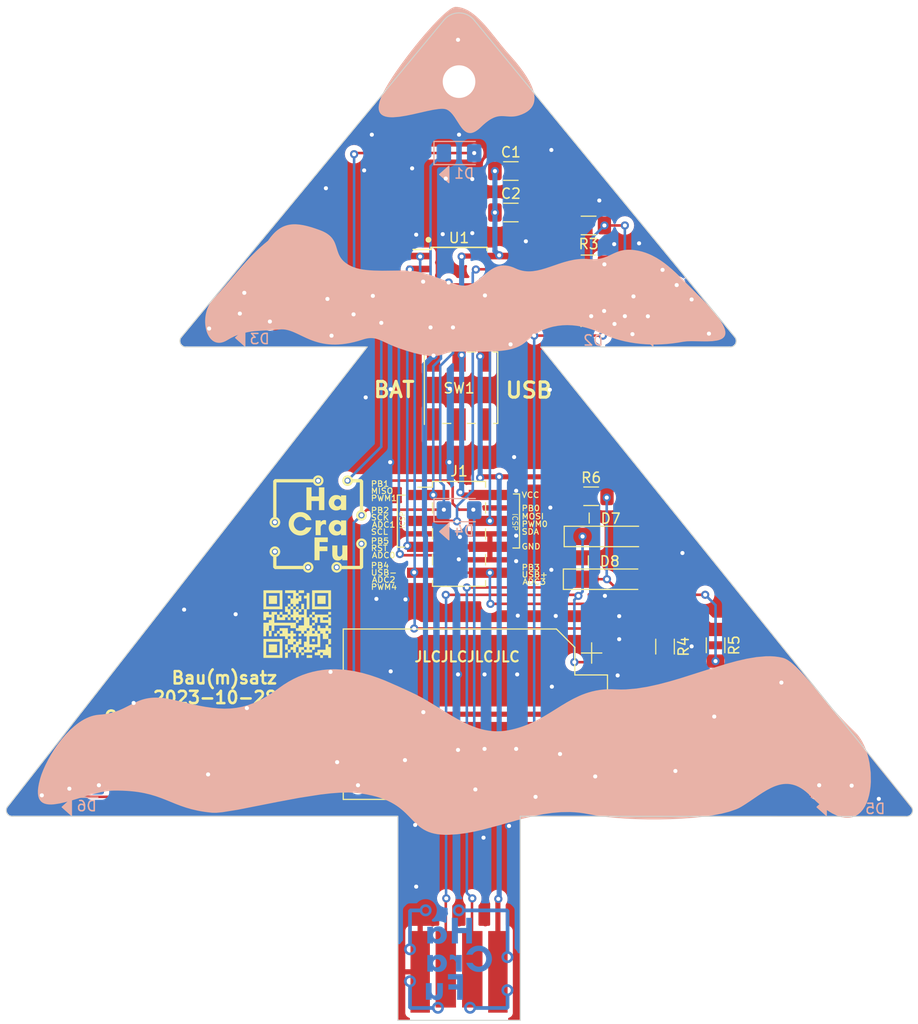
<source format=kicad_pcb>
(kicad_pcb (version 20221018) (generator pcbnew)
  (title_block (title "Baumsatz") (date "2023-10-28") (company "HaCraFu e.V."))
  (layers (0 "F.Cu" signal) (31 "B.Cu" signal) (34 "B.Paste" user) (35 "F.Paste" user) (36 "B.SilkS" user "B.Silkscreen") (37 "F.SilkS" user "F.Silkscreen") (38 "B.Mask" user) (39 "F.Mask" user) (44 "Edge.Cuts" user))
  (net 0 "")
  (net 1 "/VCC")
  (net 2 "/PB3")
  (net 3 "/PB4")
  (net 4 "Net-(D1-K)")
  (net 5 "Net-(D1-A)")
  (net 6 "Net-(D2-K)")
  (net 7 "Net-(D7-K)")
  (net 8 "Net-(D8-K)")
  (net 9 "/PB0")
  (net 10 "/PB1")
  (net 11 "/PB2")
  (net 12 "/RESET")
  (net 16 "/VBAT")
  (net 17 "/GND")
  (net 18 "/VUSB")
  (footprint "Resistor_SMD:R_1206_3216Metric_Pad1.30x1.75mm_HandSolder" (layer "F.Cu") (at 12.7 29.718 180)
    (fp_text reference "R1")
    (fp_text value "66.5")
  )
  (footprint "Capacitor_SMD:C_1206_3216Metric_Pad1.33x1.80mm_HandSolder" (layer "F.Cu") (at 5.08 20.828)
    (fp_text reference "C2")
    (fp_text value "4.7u")
  )
  (footprint "footprints:SOIC-8W_5.3x5.3mm_P1.27mm-breiter" (layer "F.Cu") (at 0 27)
    (fp_text reference "U1")
    (fp_text value "ATtiny85-20S")
  )
  (footprint "Resistor_SMD:R_1206_3216Metric_Pad1.30x1.75mm_HandSolder" (layer "F.Cu") (at 12.7 25.908 180)
    (fp_text reference "R2")
    (fp_text value "66.5")
  )
  (footprint "footprints:usb-PCB" (layer "F.Cu") (at 0 100.15)
    (fp_text reference "USB1" hide)
    (fp_text value "USB_A" hide)
  )
  (footprint "Resistor_SMD:R_1206_3216Metric_Pad1.30x1.75mm_HandSolder" (layer "F.Cu") (at 12.954 48.641)
    (fp_text reference "R6")
    (fp_text value "1K")
  )
  (footprint "footprints:Batteryholder" (layer "F.Cu") (at 0 70 180)
    (fp_text reference "BT1")
    (fp_text value "Battery_Cell")
  )
  (footprint "Resistor_SMD:R_1206_3216Metric_Pad1.30x1.75mm_HandSolder" (layer "F.Cu") (at 20.193 63.373 -90)
    (fp_text reference "R4")
    (fp_text value "66.5")
  )
  (footprint "footprints:Z-Diode Minimelf" (layer "F.Cu") (at 14.859 52.578)
    (fp_text reference "D7")
    (fp_text value "3.6")
  )
  (footprint "footprints:Switch_MSS22D18" (layer "F.Cu") (at 0 38.1 -90)
    (fp_text reference "SW1")
    (fp_text value "SW_SPST")
  )
  (footprint "Capacitor_SMD:C_1206_3216Metric_Pad1.33x1.80mm_HandSolder" (layer "F.Cu") (at 5.08 16.764)
    (fp_text reference "C1")
    (fp_text value "0.1u")
  )
  (footprint "Resistor_SMD:R_1206_3216Metric_Pad1.30x1.75mm_HandSolder" (layer "F.Cu") (at 12.7 22.098 180)
    (fp_text reference "R3")
    (fp_text value "66.5")
  )
  (footprint "footprints:Z-Diode Minimelf" (layer "F.Cu") (at 14.776 56.769)
    (fp_text reference "D8")
    (fp_text value "3.6")
  )
  (footprint "hacrafu:PinHeader_2x04_Attiny" (layer "F.Cu") (at 0 52.324)
    (fp_text reference "J1")
    (fp_text value "Pins_Attiny")
  )
  (footprint "MountingHole:MountingHole_3.2mm_M3" (layer "F.Cu") (at 0 8)
    (fp_text reference "H1")
    (fp_text value "MountingHole")
  )
  (footprint "Resistor_SMD:R_1206_3216Metric_Pad1.30x1.75mm_HandSolder" (layer "F.Cu") (at 25.146 63.246 -90)
    (fp_text reference "R5")
    (fp_text value "66.5")
  )
  (footprint "footprints:LED_1206" (layer "B.Cu") (at -37 77)
    (fp_text reference "D6")
    (fp_text value "LED")
  )
  (footprint "footprints:LED_1206" (layer "B.Cu") (at 0 50)
    (fp_text reference "D4")
    (fp_text value "LED")
  )
  (footprint "footprints:LED_1206" (layer "B.Cu") (at 37 77)
    (fp_text reference "D5")
    (fp_text value "LED")
  )
  (footprint "footprints:LED_1206" (layer "B.Cu") (at 20 31)
    (fp_text reference "D2")
    (fp_text value "LED")
  )
  (footprint "footprints:LED_1206" (layer "B.Cu") (at -20 31)
    (fp_text reference "D3")
    (fp_text value "LED")
  )
  (footprint "footprints:LED_1206" (layer "B.Cu") (at 0 15)
    (fp_text reference "D1")
    (fp_text value "LED")
  )
  (gr_poly (pts (xy -3.299225 88.63744) (xy -3.323374 88.638954) (xy -3.347258 88.641453) (xy -3.370856 88.644916) (xy -3.394148 88.649323) (xy -3.417114 88.654652) (xy -3.439733 88.660885) (xy -3.461984 88.668) (xy -3.483848 88.675978) (xy -3.505304 88.684796) (xy -3.526332 88.694436) (xy -3.54691 88.704877) (xy -3.56702 88.716097) (xy -3.586639 88.728078) (xy -3.605749 88.740798) (xy -3.624328 88.754237) (xy -3.642357 88.768374) (xy -3.659814 88.78319) (xy -3.67668 88.798663) (xy -3.692934 88.814774) (xy -3.708555 88.831501) (xy -3.723524 88.848825) (xy -3.737819 88.866725) (xy -3.751421 88.88518) (xy -3.764309 88.904171) (xy -3.776462 88.923676) (xy -3.787861 88.943675) (xy -3.798485 88.964148) (xy -3.808313 88.985075) (xy -3.817325 89.006434) (xy -3.825501 89.028206) (xy -3.83282 89.05037) (xy -4.806388 89.05037) (xy -4.983866 89.228871) (xy -4.983866 92.464231) (xy -4.914405 92.464231) (xy -4.939437 92.46959) (xy -4.96407 92.476014) (xy -4.988278 92.483476) (xy -5.012037 92.491951) (xy -5.035319 92.501413) (xy -5.058099 92.511838) (xy -5.080351 92.523198) (xy -5.102048 92.535469) (xy -5.123166 92.548624) (xy -5.143677 92.562639) (xy -5.163556 92.577487) (xy -5.182776 92.593143) (xy -5.219139 92.626775) (xy -5.252557 92.66333) (xy -5.268096 92.68264) (xy -5.282822 92.702603) (xy -5.296707 92.723194) (xy -5.309727 92.744388) (xy -5.321854 92.766159) (xy -5.333062 92.78848) (xy -5.343327 92.811327) (xy -5.352622 92.834674) (xy -5.36092 92.858495) (xy -5.368197 92.882764) (xy -5.374425 92.907456) (xy -5.379579 92.932545) (xy -5.383633 92.958006) (xy -5.386561 92.983812) (xy -5.388337 93.009939) (xy -5.388934 93.036359) (xy -5.38817 93.066237) (xy -5.385902 93.095739) (xy -5.382168 93.12483) (xy -5.377006 93.15347) (xy -5.370453 93.181623) (xy -5.362547 93.209251) (xy -5.353326 93.236316) (xy -5.342827 93.26278) (xy -5.331087 93.288606) (xy -5.318145 93.313757) (xy -5.304038 93.338194) (xy -5.288804 93.361881) (xy -5.272481 93.384778) (xy -5.255105 93.40685) (xy -5.236715 93.428058) (xy -5.217348 93.448364) (xy -5.197042 93.467731) (xy -5.175834 93.486121) (xy -5.153763 93.503497) (xy -5.130865 93.519821) (xy -5.107178 93.535055) (xy -5.082741 93.549162) (xy -5.057591 93.562104) (xy -5.031764 93.573843) (xy -5.0053 93.584343) (xy -4.978235 93.593564) (xy -4.950607 93.60147) (xy -4.922454 93.608023) (xy -4.893813 93.613185) (xy -4.864723 93.616919) (xy -4.83522 93.619187) (xy -4.805343 93.619952) (xy -4.775468 93.619187) (xy -4.745975 93.616919) (xy -4.716898 93.613185) (xy -4.688277 93.608023) (xy -4.660148 93.60147) (xy -4.632548 93.593564) (xy -4.605515 93.584343) (xy -4.579086 93.573843) (xy -4.553298 93.562104) (xy -4.528188 93.549162) (xy -4.503794 93.535055) (xy -4.480153 93.519821) (xy -4.457302 93.503497) (xy -4.435278 93.486121) (xy -4.414119 93.467731) (xy -4.393862 93.448364) (xy -4.374544 93.428058) (xy -4.356202 93.40685) (xy -4.338874 93.384778) (xy -4.322597 93.361881) (xy -4.307408 93.338194) (xy -4.293344 93.313757) (xy -4.280443 93.288606) (xy -4.268741 93.26278) (xy -4.258277 93.236316) (xy -4.249088 93.209251) (xy -4.24121 93.181623) (xy -4.23468 93.15347) (xy -4.229537 93.12483) (xy -4.225817 93.095739) (xy -4.223558 93.066237) (xy -4.222797 93.036359) (xy -4.471246 93.036359) (xy -4.471676 93.053706) (xy -4.472952 93.070813) (xy -4.475054 93.08766) (xy -4.477963 93.104227) (xy -4.481658 93.120494) (xy -4.48612 93.13644) (xy -4.491327 93.152044) (xy -4.497261 93.167287) (xy -4.5039 93.182148) (xy -4.511226 93.196606) (xy -4.519217 93.210641) (xy -4.527854 93.224232) (xy -4.537117 93.23736) (xy -4.546986 93.250003) (xy -4.55744 93.262141) (xy -4.56846 93.273755) (xy -4.580026 93.284823) (xy -4.592117 93.295324) (xy -4.604714 93.30524) (xy -4.617796 93.314548) (xy -4.631343 93.323229) (xy -4.645336 93.331263) (xy -4.659754 93.338628) (xy -4.674577 93.345305) (xy -4.689785 93.351272) (xy -4.705358 93.356511) (xy -4.721277 93.360999) (xy -4.73752 93.364717) (xy -4.754068 93.367645) (xy -4.770901 93.369761) (xy -4.787999 93.371046) (xy -4.805342 93.371479) (xy -4.822688 93.371046) (xy -4.839795 93.369761) (xy -4.856643 93.367645) (xy -4.87321 93.364717) (xy -4.889477 93.360999) (xy -4.905424 93.356511) (xy -4.921028 93.351272) (xy -4.936271 93.345305) (xy -4.951132 93.338628) (xy -4.96559 93.331263) (xy -4.979625 93.323229) (xy -4.993217 93.314548) (xy -5.006345 93.30524) (xy -5.018988 93.295324) (xy -5.031127 93.284823) (xy -5.04274 93.273755) (xy -5.053808 93.262141) (xy -5.06431 93.250003) (xy -5.074225 93.23736) (xy -5.083534 93.224232) (xy -5.092215 93.210641) (xy -5.100248 93.196606) (xy -5.107613 93.182148) (xy -5.11429 93.167287) (xy -5.120257 93.152044) (xy -5.125495 93.13644) (xy -5.129984 93.120494) (xy -5.133701 93.104227) (xy -5.136628 93.08766) (xy -5.138744 93.070813) (xy -5.140029 93.053706) (xy -5.140461 93.036359) (xy -5.140029 93.019016) (xy -5.138744 93.001917) (xy -5.136628 92.985084) (xy -5.133701 92.968535) (xy -5.129984 92.952291) (xy -5.125496 92.936373) (xy -5.120258 92.920799) (xy -5.11429 92.905591) (xy -5.107614 92.890767) (xy -5.100248 92.876349) (xy -5.092215 92.862357) (xy -5.083534 92.848809) (xy -5.074226 92.835727) (xy -5.06431 92.823131) (xy -5.053808 92.81104) (xy -5.042741 92.799475) (xy -5.031127 92.788455) (xy -5.018989 92.778001) (xy -5.006345 92.768132) (xy -4.993217 92.758869) (xy -4.979626 92.750232) (xy -4.965591 92.742241) (xy -4.951132 92.734916) (xy -4.936272 92.728277) (xy -4.921029 92.722344) (xy -4.905424 92.717137) (xy -4.889478 92.712675) (xy -4.873211 92.70898) (xy -4.856643 92.706072) (xy -4.839796 92.703969) (xy -4.822688 92.702693) (xy -4.805342 92.702263) (xy -4.787999 92.702693) (xy -4.770901 92.703969) (xy -4.754068 92.706072) (xy -4.73752 92.70898) (xy -4.721277 92.712675) (xy -4.705358 92.717137) (xy -4.689785 92.722344) (xy -4.674577 92.728277) (xy -4.659754 92.734916) (xy -4.645336 92.742241) (xy -4.631343 92.750232) (xy -4.617796 92.758869) (xy -4.604714 92.768132) (xy -4.592117 92.778001) (xy -4.580026 92.788455) (xy -4.56846 92.799475) (xy -4.55744 92.81104) (xy -4.546986 92.823131) (xy -4.537117 92.835727) (xy -4.527854 92.848809) (xy -4.519217 92.862357) (xy -4.511226 92.876349) (xy -4.5039 92.890767) (xy -4.497261 92.905591) (xy -4.491327 92.920799) (xy -4.48612 92.936373) (xy -4.481658 92.952291) (xy -4.477963 92.968535) (xy -4.475054 92.985084) (xy -4.472952 93.001917) (xy -4.471676 93.019016) (xy -4.471246 93.036359) (xy -4.222797 93.036359) (xy -4.223392 93.009939) (xy -4.225161 92.983813) (xy -4.228078 92.958007) (xy -4.232116 92.932547) (xy -4.237251 92.907458) (xy -4.243457 92.882766) (xy -4.250707 92.858497) (xy -4.258977 92.834676) (xy -4.26824 92.811329) (xy -4.278471 92.788483) (xy -4.289644 92.766161) (xy -4.301733 92.744391) (xy -4.314712 92.723197) (xy -4.328556 92.702606) (xy -4.34324 92.682642) (xy -4.358736 92.663333) (xy -4.375021 92.644703) (xy -4.392067 92.626778) (xy -4.409849 92.609583) (xy -4.428342 92.593145) (xy -4.447519 92.57749) (xy -4.467356 92.562641) (xy -4.487825 92.548627) (xy -4.508902 92.535471) (xy -4.530561 92.5232) (xy -4.552776 92.511839) (xy -4.575522 92.501415) (xy -4.598772 92.491952) (xy -4.6225 92.483477) (xy -4.646682 92.476014) (xy -4.671292 92.469591) (xy -4.696303 92.464231) (xy -4.627865 92.464231) (xy -4.627865 89.406349) (xy -3.827611 89.406349) (xy -3.811316 89.448716) (xy -3.791877 89.489447) (xy -3.769446 89.52839) (xy -3.744175 89.565394) (xy -3.716217 89.600307) (xy -3.685723 89.632979) (xy -3.652846 89.663257) (xy -3.617738 89.690991) (xy -3.580551 89.716028) (xy -3.541438 89.738219) (xy -3.500551 89.75741) (xy -3.458042 89.773452) (xy -3.414063 89.786192) (xy -3.368767 89.79548) (xy -3.322306 89.801164) (xy -3.298685 89.802607) (xy -3.274831 89.803092) (xy -3.244957 89.80233) (xy -3.215463 89.800071) (xy -3.186386 89.796351) (xy -3.157765 89.791207) (xy -3.129636 89.784677) (xy -3.102036 89.776799) (xy -3.075003 89.767608) (xy -3.048573 89.757143) (xy -3.022785 89.745441) (xy -2.997675 89.732539) (xy -2.973281 89.718475) (xy -2.94964 89.703285) (xy -2.926789 89.687006) (xy -2.904765 89.669677) (xy -2.883606 89.651335) (xy -2.863349 89.632015) (xy -2.844031 89.611757) (xy -2.82569 89.590597) (xy -2.808362 89.568572) (xy -2.792084 89.54572) (xy -2.776895 89.522078) (xy -2.762832 89.497683) (xy -2.749931 89.472572) (xy -2.73823 89.446783) (xy -2.727766 89.420353) (xy -2.718576 89.393319) (xy -2.710698 89.365719) (xy -2.704169 89.337589) (xy -2.699025 89.308968) (xy -2.695306 89.279891) (xy -2.693047 89.250397) (xy -2.692285 89.220523) (xy -2.940758 89.220523) (xy -2.941188 89.237865) (xy -2.942464 89.254963) (xy -2.944566 89.271796) (xy -2.947475 89.288344) (xy -2.951169 89.304588) (xy -2.95563 89.320506) (xy -2.960836 89.336079) (xy -2.966769 89.351288) (xy -2.973407 89.366111) (xy -2.980731 89.380529) (xy -2.988722 89.394521) (xy -2.997358 89.408069) (xy -3.006619 89.421151) (xy -3.016487 89.433747) (xy -3.02694 89.445838) (xy -3.037959 89.457404) (xy -3.049523 89.468424) (xy -3.061613 89.478878) (xy -3.074208 89.488747) (xy -3.087289 89.49801) (xy -3.100836 89.506647) (xy -3.114827 89.514639) (xy -3.129244 89.521964) (xy -3.144067 89.528603) (xy -3.159274 89.534537) (xy -3.174847 89.539744) (xy -3.190765 89.544206) (xy -3.207008 89.547901) (xy -3.223556 89.55081) (xy -3.24039 89.552912) (xy -3.257488 89.554188) (xy -3.274831 89.554618) (xy -3.292177 89.554188) (xy -3.309284 89.552912) (xy -3.326132 89.55081) (xy -3.342699 89.547901) (xy -3.358966 89.544206) (xy -3.374912 89.539744) (xy -3.390516 89.534537) (xy -3.405759 89.528603) (xy -3.420619 89.521964) (xy -3.435077 89.514639) (xy -3.449112 89.506647) (xy -3.462704 89.49801) (xy -3.475831 89.488747) (xy -3.488475 89.478878) (xy -3.500613 89.468424) (xy -3.512226 89.457404) (xy -3.523294 89.445838) (xy -3.533796 89.433747) (xy -3.543711 89.421151) (xy -3.55302 89.408069) (xy -3.561701 89.394521) (xy -3.569734 89.380529) (xy -3.577099 89.366111) (xy -3.583776 89.351288) (xy -3.589744 89.336079) (xy -3.594982 89.320506) (xy -3.59947 89.304588) (xy -3.603189 89.288345) (xy -3.606116 89.271796) (xy -3.608232 89.254963) (xy -3.609517 89.237865) (xy -3.60995 89.220523) (xy -3.609517 89.203176) (xy -3.608232 89.186069) (xy -3.606116 89.169221) (xy -3.603189 89.152654) (xy -3.59947 89.136387) (xy -3.594982 89.120441) (xy -3.589744 89.104836) (xy -3.583776 89.089593) (xy -3.577099 89.074732) (xy -3.569734 89.060274) (xy -3.561701 89.04624) (xy -3.55302 89.032648) (xy -3.543711 89.019521) (xy -3.533796 89.006877) (xy -3.523294 88.994739) (xy -3.512226 88.983126) (xy -3.500613 88.972058) (xy -3.488475 88.961556) (xy -3.475831 88.951641) (xy -3.462704 88.942333) (xy -3.449112 88.933652) (xy -3.435077 88.925619) (xy -3.420619 88.918253) (xy -3.405759 88.911577) (xy -3.390516 88.905609) (xy -3.374912 88.900371) (xy -3.358966 88.895883) (xy -3.342699 88.892165) (xy -3.326132 88.889237) (xy -3.309284 88.887121) (xy -3.292177 88.885836) (xy -3.274831 88.885404) (xy -3.274831 88.885403) (xy -3.257488 88.885836) (xy -3.24039 88.887121) (xy -3.223556 88.889237) (xy -3.207008 88.892165) (xy -3.190765 88.895883) (xy -3.174847 88.900371) (xy -3.159274 88.905609) (xy -3.144067 88.911577) (xy -3.129244 88.918253) (xy -3.114827 88.925618) (xy -3.100836 88.933652) (xy -3.087289 88.942333) (xy -3.074208 88.951641) (xy -3.061613 88.961556) (xy -3.049523 88.972058) (xy -3.037959 88.983125) (xy -3.02694 88.994739) (xy -3.016487 89.006877) (xy -3.006619 89.01952) (xy -2.997358 89.032648) (xy -2.988722 89.046239) (xy -2.980731 89.060274) (xy -2.973407 89.074732) (xy -2.966769 89.089593) (xy -2.960836 89.104836) (xy -2.95563 89.120441) (xy -2.951169 89.136387) (xy -2.947475 89.152654) (xy -2.944566 89.169221) (xy -2.942464 89.186069) (xy -2.941188 89.203176) (xy -2.940758 89.220523) (xy -2.692285 89.220523) (xy -2.693047 89.190645) (xy -2.695306 89.161142) (xy -2.699025 89.132051) (xy -2.704169 89.103411) (xy -2.710698 89.075258) (xy -2.718576 89.04763) (xy -2.727766 89.020565) (xy -2.73823 88.9941) (xy -2.749931 88.968274) (xy -2.762832 88.943123) (xy -2.776895 88.918686) (xy -2.792084 88.895) (xy -2.808361 88.872102) (xy -2.825689 88.85003) (xy -2.844031 88.828823) (xy -2.863349 88.808517) (xy -2.883606 88.78915) (xy -2.904765 88.77076) (xy -2.926789 88.753384) (xy -2.94964 88.73706) (xy -2.973281 88.721826) (xy -2.997675 88.707719) (xy -3.022785 88.694777) (xy -3.048573 88.683038) (xy -3.075002 88.672539) (xy -3.102036 88.663318) (xy -3.129635 88.655412) (xy -3.157765 88.648859) (xy -3.186386 88.643697) (xy -3.215463 88.639963) (xy -3.244957 88.637695) (xy -3.274831 88.63693)) (stroke (width 0.009)) (fill solid) (layer "B.Cu"))
  (gr_poly (pts (xy 0.708745 90.95572) (xy -0.116214 90.95572) (xy -0.116214 89.957677) (xy -0.705467 89.957677) (xy -0.705467 92.462005) (xy -0.116214 92.462005) (xy -0.116214 91.45659) (xy 0.708745 91.45659) (xy 0.708745 92.462005) (xy 1.26117 92.462005) (xy 1.26117 89.957677) (xy 0.708745 89.957677)) (stroke (width 0.009)) (fill solid) (layer "B.Cu"))
  (gr_poly (pts (xy -1.079775 95.982793) (xy -0.181164 95.982793) (xy -0.181164 96.479978) (xy -1.042947 96.479978) (xy -1.042947 96.980842) (xy -0.181164 96.980843) (xy -0.181164 97.986259) (xy 0.37126 97.986259) (xy 0.37126 95.481929) (xy -1.079775 95.481929)) (stroke (width 0.009)) (fill solid) (layer "B.Cu"))
  (gr_poly (pts (xy -4.835224 95.591778) (xy -4.864726 95.594037) (xy -4.893817 95.597757) (xy -4.922457 95.6029) (xy -4.95061 95.60943) (xy -4.978238 95.617308) (xy -5.005303 95.626498) (xy -5.031767 95.636962) (xy -5.057594 95.648663) (xy -5.082744 95.661564) (xy -5.107182 95.675628) (xy -5.130868 95.690817) (xy -5.153766 95.707094) (xy -5.175837 95.724422) (xy -5.197045 95.742764) (xy -5.217351 95.762082) (xy -5.236718 95.782339) (xy -5.255108 95.803498) (xy -5.272484 95.825522) (xy -5.288808 95.848373) (xy -5.304042 95.872014) (xy -5.318149 95.896408) (xy -5.331091 95.921518) (xy -5.34283 95.947306) (xy -5.353329 95.973735) (xy -5.362551 96.000768) (xy -5.370457 96.028368) (xy -5.377009 96.056497) (xy -5.382172 96.085119) (xy -5.385906 96.114195) (xy -5.388173 96.143689) (xy -5.388938 96.173563) (xy -5.388436 96.197788) (xy -5.386942 96.221772) (xy -5.384478 96.245495) (xy -5.381063 96.268936) (xy -5.376717 96.292076) (xy -5.371459 96.314895) (xy -5.365311 96.337373) (xy -5.358291 96.35949) (xy -5.350421 96.381226) (xy -5.341719 96.402561) (xy -5.332206 96.423474) (xy -5.321903 96.443947) (xy -5.310828 96.463959) (xy -5.299002 96.483489) (xy -5.286445 96.502519) (xy -5.273177 96.521028) (xy -5.259218 96.538995) (xy -5.244588 96.556402) (xy -5.229306 96.573228) (xy -5.213394 96.589454) (xy -5.19687 96.605058) (xy -5.179756 96.620021) (xy -5.16207 96.634324) (xy -5.143833 96.647946) (xy -5.125065 96.660867) (xy -5.105786 96.673068) (xy -5.086016 96.684528) (xy -5.065775 96.695227) (xy -5.045082 96.705145) (xy -5.023958 96.714263) (xy -5.002424 96.72256) (xy -4.980498 96.730017) (xy -4.983868 96.730017) (xy -4.983868 98.788798) (xy -4.80639 98.967322) (xy -2.618896 98.967322) (xy -2.602057 99.008581) (xy -2.582214 99.048219) (xy -2.559509 99.086094) (xy -2.53409 99.122061) (xy -2.5061 99.155977) (xy -2.475685 99.187698) (xy -2.44299 99.21708) (xy -2.408159 99.243979) (xy -2.371338 99.268253) (xy -2.332672 99.289756) (xy -2.292306 99.308345) (xy -2.250384 99.323877) (xy -2.207052 99.336208) (xy -2.162455 99.345193) (xy -2.116738 99.35069) (xy -2.070046 99.352554) (xy -2.040168 99.351793) (xy -2.010666 99.349534) (xy -1.981576 99.345814) (xy -1.952935 99.340671) (xy -1.924782 99.334142) (xy -1.897155 99.326263) (xy -1.87009 99.317074) (xy -1.843625 99.30661) (xy -1.817799 99.294908) (xy -1.792648 99.282007) (xy -1.768211 99.267944) (xy -1.744525 99.252755) (xy -1.721627 99.236477) (xy -1.699555 99.219149) (xy -1.678348 99.200808) (xy -1.658042 99.18149) (xy -1.638675 99.161232) (xy -1.620284 99.140073) (xy -1.602909 99.11805) (xy -1.586585 99.095198) (xy -1.57135 99.071557) (xy -1.557244 99.047163) (xy -1.544302 99.022053) (xy -1.532562 98.996265) (xy -1.522063 98.969836) (xy -1.512841 98.942803) (xy -1.504935 98.915203) (xy -1.498382 98.887074) (xy -1.49322 98.858453) (xy -1.489486 98.829377) (xy -1.487218 98.799883) (xy -1.486454 98.77001) (xy -1.735972 98.77001) (xy -1.736402 98.787352) (xy -1.737678 98.80445) (xy -1.73978 98.821283) (xy -1.742688 98.837831) (xy -1.746383 98.854073) (xy -1.750843 98.869991) (xy -1.75605 98.885564) (xy -1.761983 98.900771) (xy -1.768621 98.915594) (xy -1.775945 98.930011) (xy -1.783936 98.944002) (xy -1.792572 98.957549) (xy -1.801833 98.97063) (xy -1.811701 98.983225) (xy -1.822154 98.995315) (xy -1.833173 99.00688) (xy -1.844737 99.017899) (xy -1.856827 99.028352) (xy -1.869423 99.03822) (xy -1.882504 99.047482) (xy -1.89605 99.056118) (xy -1.910042 99.064108) (xy -1.924459 99.071433) (xy -1.939281 99.078071) (xy -1.954488 99.084004) (xy -1.970061 99.089211) (xy -1.985979 99.093671) (xy -2.002222 99.097366) (xy -2.01877 99.100275) (xy -2.035603 99.102377) (xy -2.052701 99.103653) (xy -2.070044 99.104083) (xy -2.087388 99.103653) (xy -2.104486 99.102377) (xy -2.12132 99.100275) (xy -2.137868 99.097366) (xy -2.154112 99.093671) (xy -2.17003 99.089211) (xy -2.185604 99.084004) (xy -2.200812 99.078071) (xy -2.215635 99.071433) (xy -2.230053 99.064108) (xy -2.244046 99.056118) (xy -2.257593 99.047482) (xy -2.270675 99.03822) (xy -2.283272 99.028352) (xy -2.295363 99.017899) (xy -2.306928 99.00688) (xy -2.317948 98.995315) (xy -2.328403 98.983225) (xy -2.338271 98.97063) (xy -2.347534 98.957549) (xy -2.356171 98.944002) (xy -2.364162 98.930011) (xy -2.371487 98.915594) (xy -2.378127 98.900771) (xy -2.38406 98.885564) (xy -2.389267 98.869991) (xy -2.393728 98.854073) (xy -2.397423 98.837831) (xy -2.400332 98.821283) (xy -2.402434 98.80445) (xy -2.403711 98.787352) (xy -2.404141 98.77001) (xy -2.403711 98.752663) (xy -2.402434 98.735556) (xy -2.400332 98.718708) (xy -2.397423 98.702141) (xy -2.393728 98.685874) (xy -2.389267 98.669927) (xy -2.38406 98.654323) (xy -2.378127 98.63908) (xy -2.371487 98.624219) (xy -2.364162 98.609761) (xy -2.356171 98.595726) (xy -2.347534 98.582135) (xy -2.338271 98.569007) (xy -2.328403 98.556364) (xy -2.317948 98.544226) (xy -2.306928 98.532612) (xy -2.295363 98.521545) (xy -2.283272 98.511043) (xy -2.270675 98.501128) (xy -2.257593 98.49182) (xy -2.244046 98.483139) (xy -2.230053 98.475105) (xy -2.215635 98.46774) (xy -2.200812 98.461064) (xy -2.185604 98.455096) (xy -2.17003 98.449858) (xy -2.154112 98.44537) (xy -2.137868 98.441652) (xy -2.12132 98.438724) (xy -2.104486 98.436608) (xy -2.087388 98.435323) (xy -2.070044 98.43489) (xy -2.070044 98.434891) (xy -2.052701 98.435324) (xy -2.035603 98.436609) (xy -2.01877 98.438725) (xy -2.002222 98.441652) (xy -1.985979 98.44537) (xy -1.970061 98.449859) (xy -1.954488 98.455097) (xy -1.939281 98.461064) (xy -1.924459 98.467741) (xy -1.910042 98.475106) (xy -1.89605 98.483139) (xy -1.882504 98.49182) (xy -1.869423 98.501128) (xy -1.856827 98.511043) (xy -1.844737 98.521545) (xy -1.833173 98.532613) (xy -1.822154 98.544226) (xy -1.811701 98.556364) (xy -1.801833 98.569007) (xy -1.792572 98.582135) (xy -1.783936 98.595726) (xy -1.775945 98.609761) (xy -1.768621 98.624219) (xy -1.761983 98.63908) (xy -1.75605 98.654323) (xy -1.750843 98.669928) (xy -1.746383 98.685874) (xy -1.742688 98.702141) (xy -1.73978 98.718708) (xy -1.737678 98.735556) (xy -1.736402 98.752663) (xy -1.735972 98.77001) (xy -1.486454 98.77001) (xy -1.486454 98.770008) (xy -1.487218 98.740131) (xy -1.489486 98.710628) (xy -1.49322 98.681537) (xy -1.498382 98.652896) (xy -1.504935 98.624743) (xy -1.512841 98.597116) (xy -1.522063 98.570051) (xy -1.532562 98.543586) (xy -1.544302 98.51776) (xy -1.557244 98.492609) (xy -1.57135 98.468171) (xy -1.586585 98.444485) (xy -1.602909 98.421587) (xy -1.620284 98.399516) (xy -1.638675 98.378308) (xy -1.658042 98.358002) (xy -1.678348 98.338635) (xy -1.699555 98.320245) (xy -1.721627 98.302869) (xy -1.744525 98.286546) (xy -1.768211 98.271312) (xy -1.792648 98.257205) (xy -1.817799 98.244263) (xy -1.843625 98.232524) (xy -1.87009 98.222024) (xy -1.897155 98.212803) (xy -1.924782 98.204897) (xy -1.952935 98.198344) (xy -1.981576 98.193182) (xy -2.010666 98.189448) (xy -2.040168 98.18718) (xy -2.070046 98.186416) (xy -2.094827 98.186942) (xy -2.119354 98.188504) (xy -2.143606 98.191083) (xy -2.167562 98.194655) (xy -2.191201 98.1992) (xy -2.2145 98.204697) (xy -2.237439 98.211123) (xy -2.259996 98.218458) (xy -2.28215 98.22668) (xy -2.30388 98.235767) (xy -2.325164 98.245699) (xy -2.345981 98.256453) (xy -2.366309 98.268009) (xy -2.386128 98.280344) (xy -2.405415 98.293439) (xy -2.42415 98.30727) (xy -2.44231 98.321816) (xy -2.459876 98.337057) (xy -2.476825 98.352971) (xy -2.493136 98.369536) (xy -2.508788 98.386731) (xy -2.523759 98.404534) (xy -2.538028 98.422925) (xy -2.551574 98.441881) (xy -2.564375 98.461381) (xy -2.57641 98.481404) (xy -2.587657 98.501928) (xy -2.598096 98.522933) (xy -2.607705 98.544395) (xy -2.616462 98.566295) (xy -2.624347 98.588611) (xy -2.631337 98.611321) (xy -4.627867 98.611321) (xy -4.627867 96.730017) (xy -4.630283 96.730017) (xy -4.586877 96.714263) (xy -4.545123 96.695227) (xy -4.505181 96.673068) (xy -4.467208 96.647946) (xy -4.431363 96.620021) (xy -4.397804 96.589454) (xy -4.36669 96.556402) (xy -4.338179 96.521028) (xy -4.312429 96.483489) (xy -4.289599 96.443947) (xy -4.269847 96.402561) (xy -4.253331 96.35949) (xy -4.240209 96.314895) (xy -4.230641 96.268936) (xy -4.227238 96.245495) (xy -4.224784 96.221772) (xy -4.223296 96.197788) (xy -4.222796 96.173563) (xy -4.471246 96.173563) (xy -4.471676 96.19091) (xy -4.472952 96.208017) (xy -4.475054 96.224865) (xy -4.477963 96.241433) (xy -4.481658 96.2577) (xy -4.48612 96.273647) (xy -4.491327 96.289252) (xy -4.497261 96.304496) (xy -4.5039 96.319357) (xy -4.511226 96.333816) (xy -4.519217 96.347852) (xy -4.527854 96.361444) (xy -4.537117 96.374573) (xy -4.546986 96.387217) (xy -4.55744 96.399357) (xy -4.56846 96.410971) (xy -4.580026 96.42204) (xy -4.592117 96.432543) (xy -4.604714 96.442459) (xy -4.617796 96.451768) (xy -4.631343 96.460451) (xy -4.645336 96.468485) (xy -4.659754 96.475851) (xy -4.674577 96.482528) (xy -4.689785 96.488497) (xy -4.705358 96.493736) (xy -4.721277 96.498225) (xy -4.73752 96.501943) (xy -4.754068 96.504871) (xy -4.770901 96.506988) (xy -4.787999 96.508273) (xy -4.805342 96.508706) (xy -4.822688 96.508273) (xy -4.839795 96.506988) (xy -4.856643 96.504871) (xy -4.87321 96.501943) (xy -4.889477 96.498225) (xy -4.905424 96.493736) (xy -4.921028 96.488497) (xy -4.936271 96.482528) (xy -4.951132 96.475851) (xy -4.96559 96.468485) (xy -4.979625 96.460451) (xy -4.993217 96.451768) (xy -5.006345 96.442459) (xy -5.018988 96.432543) (xy -5.031127 96.42204) (xy -5.04274 96.410971) (xy -5.053808 96.399357) (xy -5.06431 96.387217) (xy -5.074225 96.374573) (xy -5.083534 96.361444) (xy -5.092215 96.347852) (xy -5.100248 96.333816) (xy -5.107613 96.319357) (xy -5.11429 96.304496) (xy -5.120257 96.289252) (xy -5.125495 96.273647) (xy -5.129984 96.2577) (xy -5.133701 96.241433) (xy -5.136628 96.224865) (xy -5.138744 96.208017) (xy -5.140029 96.19091) (xy -5.140461 96.173563) (xy -5.140029 96.15622) (xy -5.138744 96.139122) (xy -5.136628 96.122289) (xy -5.133701 96.105741) (xy -5.129984 96.089498) (xy -5.125496 96.07358) (xy -5.120258 96.058007) (xy -5.11429 96.042799) (xy -5.107614 96.027977) (xy -5.100248 96.01356) (xy -5.092215 95.999568) (xy -5.083534 95.986022) (xy -5.074226 95.972941) (xy -5.06431 95.960345) (xy -5.053808 95.948255) (xy -5.042741 95.936691) (xy -5.031127 95.925672) (xy -5.018989 95.915219) (xy -5.006345 95.905352) (xy -4.993217 95.89609) (xy -4.979626 95.887454) (xy -4.965591 95.879464) (xy -4.951132 95.872139) (xy -4.936272 95.865501) (xy -4.921029 95.859568) (xy -4.905424 95.854362) (xy -4.889478 95.849901) (xy -4.873211 95.846207) (xy -4.856643 95.843299) (xy -4.839796 95.841196) (xy -4.822688 95.83992) (xy -4.805342 95.839491) (xy -4.787999 95.83992) (xy -4.770901 95.841196) (xy -4.754068 95.843299) (xy -4.73752 95.846207) (xy -4.721277 95.849901) (xy -4.705358 95.854362) (xy -4.689785 95.859569) (xy -4.674577 95.865501) (xy -4.659754 95.87214) (xy -4.645336 95.879464) (xy -4.631343 95.887454) (xy -4.617796 95.89609) (xy -4.604714 95.905352) (xy -4.592117 95.915219) (xy -4.580026 95.925673) (xy -4.56846 95.936691) (xy -4.55744 95.948256) (xy -4.546986 95.960346) (xy -4.537117 95.972941) (xy -4.527854 95.986022) (xy -4.519217 95.999568) (xy -4.511226 96.01356) (xy -4.5039 96.027977) (xy -4.497261 96.042799) (xy -4.491327 96.058007) (xy -4.48612 96.07358) (xy -4.481658 96.089498) (xy -4.477963 96.105741) (xy -4.475054 96.122289) (xy -4.472952 96.139122) (xy -4.471676 96.15622) (xy -4.471246 96.173563) (xy -4.222796 96.173563) (xy -4.223557 96.143689) (xy -4.225817 96.114195) (xy -4.229536 96.085119) (xy -4.23468 96.056497) (xy -4.241209 96.028368) (xy -4.249087 96.000768) (xy -4.258277 95.973735) (xy -4.268741 95.947306) (xy -4.280442 95.921518) (xy -4.293343 95.896408) (xy -4.307407 95.872014) (xy -4.322596 95.848373) (xy -4.338873 95.825522) (xy -4.356201 95.803498) (xy -4.374543 95.782339) (xy -4.393861 95.762082) (xy -4.414118 95.742764) (xy -4.435277 95.724422) (xy -4.457301 95.707094) (xy -4.480152 95.690817) (xy -4.503793 95.675628) (xy -4.528187 95.661564) (xy -4.553297 95.648663) (xy -4.579085 95.636962) (xy -4.605514 95.626498) (xy -4.632547 95.617308) (xy -4.660147 95.60943) (xy -4.688276 95.6029) (xy -4.716898 95.597757) (xy -4.745974 95.594037) (xy -4.775468 95.591778) (xy -4.805342 95.591017) (xy -4.805346 95.591017)) (stroke (width 0.009)) (fill solid) (layer "B.Cu"))
  (gr_poly (pts (xy -2.039134 90.801749) (xy -2.077697 90.803922) (xy -2.116077 90.807648) (xy -2.154182 90.813014) (xy -2.191919 90.820106) (xy -2.229198 90.829011) (xy -2.265927 90.839815) (xy -2.302014 90.852605) (xy -2.337367 90.867466) (xy -2.371895 90.884484) (xy -2.405505 90.903747) (xy -2.438107 90.925341) (xy -2.469608 90.949351) (xy -2.499917 90.975864) (xy -2.514596 90.990087) (xy -2.528942 91.004967) (xy -2.542945 91.020516) (xy -2.556592 91.036745) (xy -2.556592 90.841557) (xy -3.109015 90.841557) (xy -3.109015 92.462005) (xy -2.556592 92.462005) (xy -2.556592 92.266812) (xy -2.545861 92.282059) (xy -2.534404 92.296729) (xy -2.509434 92.324364) (xy -2.481916 92.349766) (xy -2.45209 92.372982) (xy -2.420193 92.394062) (xy -2.386461 92.413055) (xy -2.351132 92.430007) (xy -2.314444 92.444969) (xy -2.276633 92.457989) (xy -2.237938 92.469116) (xy -2.198595 92.478397) (xy -2.158843 92.485882) (xy -2.118917 92.491619) (xy -2.079057 92.495656) (xy -2.039498 92.498043) (xy -2.000479 92.498828) (xy -1.957662 92.497674) (xy -1.915558 92.494252) (xy -1.874206 92.488626) (xy -1.833652 92.48086) (xy -1.793936 92.471017) (xy -1.755101 92.459161) (xy -1.717191 92.445354) (xy -1.680247 92.429661) (xy -1.644311 92.412144) (xy -1.609427 92.392867) (xy -1.575636 92.371893) (xy -1.542982 92.349286) (xy -1.511507 92.32511) (xy -1.481253 92.299426) (xy -1.452262 92.2723) (xy -1.424578 92.243794) (xy -1.398242 92.213972) (xy -1.373298 92.182896) (xy -1.349787 92.150631) (xy -1.327752 92.11724) (xy -1.307236 92.082786) (xy -1.288282 92.047333) (xy -1.27093 92.010944) (xy -1.255225 91.973682) (xy -1.241208 91.935611) (xy -1.228923 91.896794) (xy -1.218411 91.857294) (xy -1.209715 91.817176) (xy -1.202877 91.776502) (xy -1.19794 91.735335) (xy -1.194947 91.69374) (xy -1.19394 91.651779) (xy -1.783194 91.651779) (xy -1.783676 91.671734) (xy -1.785109 91.69153) (xy -1.787473 91.711133) (xy -1.790747 91.730514) (xy -1.794911 91.749642) (xy -1.799945 91.768485) (xy -1.805829 91.787012) (xy -1.812542 91.805193) (xy -1.820064 91.822996) (xy -1.828376 91.84039) (xy -1.837456 91.857345) (xy -1.847284 91.873829) (xy -1.857841 91.889811) (xy -1.869106 91.905261) (xy -1.881059 91.920147) (xy -1.89368 91.934438) (xy -1.906947 91.948103) (xy -1.920842 91.961111) (xy -1.935344 91.973432) (xy -1.950433 91.985033) (xy -1.966088 91.995885) (xy -1.982289 92.005956) (xy -1.999016 92.015215) (xy -2.016249 92.023631) (xy -2.033968 92.031173) (xy -2.052152 92.03781) (xy -2.070781 92.043511) (xy -2.089834 92.048246) (xy -2.109293 92.051982) (xy -2.129135 92.054689) (xy -2.149342 92.056336) (xy -2.169893 92.056892) (xy -2.190444 92.056336) (xy -2.21065 92.054689) (xy -2.230493 92.051982) (xy -2.249951 92.048246) (xy -2.269005 92.043511) (xy -2.287634 92.03781) (xy -2.305817 92.031173) (xy -2.323536 92.023631) (xy -2.340769 92.015215) (xy -2.357496 92.005956) (xy -2.373697 91.995885) (xy -2.389352 91.985033) (xy -2.404441 91.973432) (xy -2.418943 91.961111) (xy -2.432838 91.948103) (xy -2.446106 91.934438) (xy -2.458726 91.920147) (xy -2.470679 91.905261) (xy -2.481944 91.889811) (xy -2.492501 91.873829) (xy -2.50233 91.857345) (xy -2.51141 91.84039) (xy -2.519721 91.822996) (xy -2.527244 91.805193) (xy -2.533957 91.787012) (xy -2.539841 91.768485) (xy -2.544875 91.749642) (xy -2.549039 91.730514) (xy -2.552313 91.711133) (xy -2.554677 91.69153) (xy -2.55611 91.671734) (xy -2.556592 91.651779) (xy -2.55611 91.631823) (xy -2.554677 91.612028) (xy -2.552313 91.592425) (xy -2.549039 91.573044) (xy -2.544875 91.553917) (xy -2.539841 91.535074) (xy -2.533957 91.516547) (xy -2.527244 91.498367) (xy -2.519721 91.480564) (xy -2.51141 91.46317) (xy -2.50233 91.446215) (xy -2.492501 91.429732) (xy -2.481944 91.413749) (xy -2.470679 91.3983) (xy -2.458726 91.383414) (xy -2.446106 91.369124) (xy -2.432838 91.355458) (xy -2.418943 91.34245) (xy -2.404441 91.33013) (xy -2.389352 91.318528) (xy -2.373697 91.307676) (xy -2.357496 91.297605) (xy -2.340769 91.288347) (xy -2.323536 91.279931) (xy -2.305817 91.272388) (xy -2.287634 91.265751) (xy -2.269005 91.26005) (xy -2.249951 91.255316) (xy -2.230493 91.25158) (xy -2.21065 91.248873) (xy -2.190444 91.247226) (xy -2.169893 91.24667) (xy -2.149342 91.247226) (xy -2.129135 91.248873) (xy -2.109293 91.25158) (xy -2.089834 91.255316) (xy -2.070781 91.26005) (xy -2.052152 91.265751) (xy -2.033968 91.272388) (xy -2.01625 91.279931) (xy -1.999017 91.288347) (xy -1.982289 91.297605) (xy -1.966088 91.307676) (xy -1.950433 91.318528) (xy -1.935345 91.33013) (xy -1.920843 91.34245) (xy -1.906948 91.355458) (xy -1.89368 91.369124) (xy -1.881059 91.383414) (xy -1.869107 91.3983) (xy -1.857841 91.413749) (xy -1.847285 91.429732) (xy -1.837456 91.446215) (xy -1.828376 91.46317) (xy -1.820064 91.480564) (xy -1.812542 91.498367) (xy -1.805829 91.516547) (xy -1.799945 91.535074) (xy -1.794911 91.553917) (xy -1.790747 91.573044) (xy -1.787473 91.592425) (xy -1.785109 91.612028) (xy -1.783676 91.631823) (xy -1.783194 91.651779) (xy -1.19394 91.651779) (xy -1.194947 91.609807) (xy -1.19794 91.568182) (xy -1.202877 91.526966) (xy -1.209715 91.486224) (xy -1.218411 91.446023) (xy -1.228923 91.406425) (xy -1.241208 91.367496) (xy -1.255225 91.329301) (xy -1.27093 91.291905) (xy -1.288282 91.255371) (xy -1.307236 91.219766) (xy -1.327752 91.185153) (xy -1.349787 91.151598) (xy -1.373298 91.119164) (xy -1.398242 91.087918) (xy -1.424578 91.057923) (xy -1.452262 91.029244) (xy -1.481253 91.001946) (xy -1.511507 90.976095) (xy -1.542982 90.951753) (xy -1.575636 90.928987) (xy -1.609427 90.907861) (xy -1.644311 90.88844) (xy -1.680247 90.870788) (xy -1.717191 90.854971) (xy -1.755101 90.841052) (xy -1.793936 90.829097) (xy -1.833652 90.819171) (xy -1.874206 90.811338) (xy -1.915558 90.805662) (xy -1.957662 90.80221) (xy -2.000479 90.801044)) (stroke (width 0.009)) (fill solid) (layer "B.Cu"))
  (gr_poly (pts (xy -0.733156 93.563343) (xy -0.742945 93.563849) (xy -0.753176 93.564679) (xy -0.763768 93.565822) (xy -0.774641 93.567268) (xy -0.785713 93.569005) (xy -0.796904 93.571022) (xy -0.808133 93.573309) (xy -0.819319 93.575854) (xy -0.830381 93.578648) (xy -0.841238 93.581678) (xy -0.851809 93.584934) (xy -0.862014 93.588405) (xy -0.871772 93.592081) (xy -0.881001 93.595949) (xy -0.889621 93.6) (xy -0.889621 94.100864) (xy -0.882246 94.100864) (xy -0.871591 94.088903) (xy -0.860364 94.077872) (xy -0.848598 94.067747) (xy -0.836325 94.058507) (xy -0.823577 94.050131) (xy -0.810386 94.042596) (xy -0.796786 94.035882) (xy -0.782808 94.029967) (xy -0.768484 94.024829) (xy -0.753848 94.020446) (xy -0.738931 94.016796) (xy -0.723766 94.013859) (xy -0.708385 94.011612) (xy -0.692821 94.010034) (xy -0.677106 94.009103) (xy -0.661278 94.008798) (xy -0.64209 94.009406) (xy -0.6232 94.011203) (xy -0.60463 94.014147) (xy -0.586402 94.018199) (xy -0.568536 94.023315) (xy -0.551051 94.029456) (xy -0.533968 94.036581) (xy -0.517307 94.044647) (xy -0.501088 94.053614) (xy -0.485332 94.063441) (xy -0.470059 94.074087) (xy -0.455289 94.08551) (xy -0.441042 94.097669) (xy -0.427339 94.110524) (xy -0.4142 94.124033) (xy -0.401644 94.138155) (xy -0.389693 94.152849) (xy -0.378366 94.168073) (xy -0.357667 94.199949) (xy -0.339708 94.233455) (xy -0.324651 94.268261) (xy -0.312658 94.304038) (xy -0.307862 94.322187) (xy -0.303892 94.340457) (xy -0.300769 94.358804) (xy -0.298514 94.377188) (xy -0.297145 94.395569) (xy -0.296685 94.413904) (xy -0.296685 95.224132) (xy 0.255745 95.224132) (xy 0.255745 94.008797) (xy -0.661272 94.008797) (xy -0.661278 94.008798) (xy -0.661281 94.008797) (xy -0.661272 94.008797) (xy 0.255745 94.008797) (xy 0.255745 93.6) (xy -0.296685 93.6) (xy -0.296685 93.798871) (xy -0.313215 93.776197) (xy -0.331052 93.753851) (xy -0.350205 93.731991) (xy -0.370685 93.710773) (xy -0.392503 93.690353) (xy -0.41567 93.670888) (xy -0.440196 93.652534) (xy -0.466093 93.635448) (xy -0.49337 93.619786) (xy -0.52204 93.605705) (xy -0.552112 93.59336) (xy -0.583598 93.58291) (xy -0.616508 93.574509) (xy -0.650853 93.568315) (xy -0.686643 93.564484) (xy -0.72389 93.563172)) (stroke (width 0.009)) (fill solid) (layer "B.Cu"))
  (gr_poly (pts (xy -2.139093 97.286517) (xy -2.139963 97.320778) (xy -2.142596 97.353103) (xy -2.144587 97.368527) (xy -2.147032 97.383453) (xy -2.149937 97.397876) (xy -2.153307 97.411791) (xy -2.157146 97.425193) (xy -2.16146 97.438079) (xy -2.166252 97.450442) (xy -2.171527 97.462279) (xy -2.177291 97.473584) (xy -2.183548 97.484353) (xy -2.190302 97.494582) (xy -2.197559 97.504264) (xy -2.205323 97.513397) (xy -2.213599 97.521975) (xy -2.222391 97.529992) (xy -2.231705 97.537446) (xy -2.241544 97.54433) (xy -2.251914 97.550641) (xy -2.26282 97.556372) (xy -2.274265 97.561521) (xy -2.286256 97.566081) (xy -2.298796 97.570049) (xy -2.311891 97.573419) (xy -2.325544 97.576188) (xy -2.339761 97.578349) (xy -2.354547 97.579898) (xy -2.369906 97.580831) (xy -2.385842 97.581144) (xy -2.401959 97.580598) (xy -2.417842 97.578981) (xy -2.433472 97.576322) (xy -2.448832 97.572649) (xy -2.463904 97.567991) (xy -2.478668 97.562378) (xy -2.493108 97.555838) (xy -2.507204 97.548401) (xy -2.520939 97.540096) (xy -2.534294 97.53095) (xy -2.547251 97.520994) (xy -2.559792 97.510257) (xy -2.571899 97.498767) (xy -2.583553 97.486554) (xy -2.605432 97.460072) (xy -2.625282 97.431043) (xy -2.642957 97.399701) (xy -2.658313 97.366275) (xy -2.671204 97.331) (xy -2.681483 97.294105) (xy -2.689006 97.255825) (xy -2.693627 97.216389) (xy -2.695199 97.176031) (xy -2.695199 96.362127) (xy -3.247626 96.362127) (xy -3.247626 97.986259) (xy -2.695199 97.986259) (xy -2.695199 97.787382) (xy -2.673755 97.813092) (xy -2.650875 97.837691) (xy -2.626593 97.861103) (xy -2.600941 97.883252) (xy -2.573951 97.904064) (xy -2.545656 97.923462) (xy -2.516088 97.941371) (xy -2.485278 97.957716) (xy -2.453261 97.97242) (xy -2.420067 97.985409) (xy -2.38573 97.996607) (xy -2.350281 98.005939) (xy -2.313753 98.013328) (xy -2.276179 98.018699) (xy -2.237591 98.021978) (xy -2.198021 98.023087) (xy -2.158032 98.022218) (xy -2.119539 98.01963) (xy -2.082527 98.015352) (xy -2.04698 98.009413) (xy -2.012885 98.001842) (xy -1.980227 97.992668) (xy -1.94899 97.98192) (xy -1.91916 97.969628) (xy -1.890721 97.955819) (xy -1.86366 97.940523) (xy -1.837961 97.92377) (xy -1.813609 97.905587) (xy -1.79059 97.886005) (xy -1.768888 97.865051) (xy -1.748489 97.842756) (xy -1.729378 97.819148) (xy -1.711541 97.794255) (xy -1.694962 97.768108) (xy -1.679626 97.740735) (xy -1.665519 97.712165) (xy -1.652626 97.682427) (xy -1.640931 97.65155) (xy -1.62108 97.586495) (xy -1.605847 97.517233) (xy -1.595114 97.443994) (xy -1.588761 97.367012) (xy -1.586669 97.286518) (xy -1.586669 96.362126) (xy -2.139093 96.362126)) (stroke (width 0.009)) (fill solid) (layer "B.Cu"))
  (gr_poly (pts (xy 1.880527 92.684046) (xy 1.827836 92.687235) (xy 1.775745 92.692499) (xy 1.724295 92.699799) (xy 1.673527 92.709091) (xy 1.623484 92.720336) (xy 1.574205 92.733491) (xy 1.525731 92.748517) (xy 1.478105 92.765372) (xy 1.431367 92.784014) (xy 1.385558 92.804403) (xy 1.34072 92.826497) (xy 1.296893 92.850256) (xy 1.254118 92.875637) (xy 1.212438 92.902601) (xy 1.171892 92.931106) (xy 1.132522 92.96111) (xy 1.09437 92.992573) (xy 1.057476 93.025453) (xy 1.021881 93.05971) (xy 0.987627 93.095302) (xy 0.954755 93.132188) (xy 0.923305 93.170327) (xy 0.89332 93.209678) (xy 0.86484 93.250199) (xy 0.837905 93.29185) (xy 0.812559 93.334589) (xy 0.788841 93.378376) (xy 0.766792 93.423168) (xy 0.746454 93.468926) (xy 0.727868 93.515608) (xy 0.711076 93.563172) (xy 1.32611 93.563172) (xy 1.347136 93.522056) (xy 1.371405 93.483006) (xy 1.398705 93.446103) (xy 1.428827 93.411428) (xy 1.46156 93.379062) (xy 1.496693 93.349085) (xy 1.534017 93.32158) (xy 1.573321 93.296626) (xy 1.614394 93.274305) (xy 1.657026 93.254698) (xy 1.701007 93.237885) (xy 1.746126 93.223947) (xy 1.792173 93.212966) (xy 1.838938 93.205022) (xy 1.886209 93.200196) (xy 1.933777 93.19857) (xy 1.971512 93.199586) (xy 2.008727 93.202602) (xy 2.045379 93.207567) (xy 2.081422 93.21443) (xy 2.116813 93.223141) (xy 2.151506 93.233649) (xy 2.185457 93.245904) (xy 2.218623 93.259854) (xy 2.250957 93.27545) (xy 2.282416 93.292641) (xy 2.312955 93.311376) (xy 2.34253 93.331605) (xy 2.371096 93.353277) (xy 2.398609 93.376341) (xy 2.425024 93.400748) (xy 2.450296 93.426445) (xy 2.474382 93.453384) (xy 2.497237 93.481513) (xy 2.518815 93.510781) (xy 2.539073 93.541139) (xy 2.557966 93.572535) (xy 2.57545 93.604919) (xy 2.59148 93.63824) (xy 2.606012 93.672448) (xy 2.619 93.707492) (xy 2.630401 93.743322) (xy 2.640171 93.779887) (xy 2.648264 93.817136) (xy 2.654635 93.855019) (xy 2.659242 93.893486) (xy 2.662038 93.932485) (xy 2.662981 93.971967) (xy 2.662038 94.011772) (xy 2.659242 94.051054) (xy 2.654635 94.089764) (xy 2.648264 94.127854) (xy 2.640171 94.165274) (xy 2.630401 94.201978) (xy 2.619 94.237915) (xy 2.606012 94.273037) (xy 2.59148 94.307297) (xy 2.57545 94.340645) (xy 2.557966 94.373032) (xy 2.539073 94.404411) (xy 2.518815 94.434732) (xy 2.497237 94.463947) (xy 2.474382 94.492008) (xy 2.450296 94.518866) (xy 2.425024 94.544472) (xy 2.398609 94.568778) (xy 2.371096 94.591736) (xy 2.34253 94.613296) (xy 2.312955 94.633411) (xy 2.282416 94.652031) (xy 2.250957 94.669108) (xy 2.218623 94.684593) (xy 2.185457 94.698439) (xy 2.151506 94.710596) (xy 2.116813 94.721016) (xy 2.081422 94.72965) (xy 2.045379 94.736451) (xy 2.008727 94.741368) (xy 1.971512 94.744354) (xy 1.933777 94.74536) (xy 1.909635 94.74492) (xy 1.885561 94.74361) (xy 1.861581 94.741446) (xy 1.837722 94.73844) (xy 1.814008 94.73461) (xy 1.790465 94.729969) (xy 1.76712 94.724532) (xy 1.743997 94.718315) (xy 1.721122 94.711331) (xy 1.698521 94.703596) (xy 1.676219 94.695125) (xy 1.654242 94.685932) (xy 1.632616 94.676032) (xy 1.611366 94.665441) (xy 1.590518 94.654172) (xy 1.570098 94.642241) (xy 1.550131 94.629663) (xy 1.530643 94.616453) (xy 1.511659 94.602624) (xy 1.493205 94.588193) (xy 1.475306 94.573174) (xy 1.457989 94.557581) (xy 1.441279 94.54143) (xy 1.425202 94.524736) (xy 1.409782 94.507512) (xy 1.395046 94.489775) (xy 1.38102 94.471539) (xy 1.367729 94.452819) (xy 1.355198 94.433629) (xy 1.343454 94.413985) (xy 1.332522 94.393901) (xy 1.322427 94.373393) (xy 0.707393 94.373393) (xy 0.742813 94.468329) (xy 0.785316 94.559564) (xy 0.834562 94.646763) (xy 0.890212 94.729593) (xy 0.951926 94.807719) (xy 1.019364 94.880805) (xy 1.092185 94.948519) (xy 1.170051 95.010524) (xy 1.25262 95.066488) (xy 1.339554 95.116074) (xy 1.430513 95.15895) (xy 1.525156 95.19478) (xy 1.623144 95.22323) (xy 1.724137 95.243966) (xy 1.775654 95.251336) (xy 1.827794 95.256652) (xy 1.880517 95.259873) (xy 1.933777 95.260955) (xy 2.000012 95.259275) (xy 2.065388 95.254288) (xy 2.129824 95.246077) (xy 2.193238 95.234722) (xy 2.255549 95.220306) (xy 2.316675 95.20291) (xy 2.376535 95.182616) (xy 2.435047 95.159505) (xy 2.492129 95.133659) (xy 2.5477 95.105159) (xy 2.601678 95.074087) (xy 2.653981 95.040525) (xy 2.704529 95.004554) (xy 2.753239 94.966256) (xy 2.80003 94.925712) (xy 2.84482 94.883005) (xy 2.887528 94.838215) (xy 2.928071 94.791424) (xy 2.966369 94.742714) (xy 3.00234 94.692167) (xy 3.035903 94.639863) (xy 3.066974 94.585885) (xy 3.095474 94.530315) (xy 3.12132 94.473233) (xy 3.144432 94.414721) (xy 3.164726 94.354862) (xy 3.182122 94.293736) (xy 3.196538 94.231425) (xy 3.207893 94.168012) (xy 3.216104 94.103576) (xy 3.221091 94.0382) (xy 3.222771 93.971967) (xy 3.221091 93.905732) (xy 3.216104 93.840356) (xy 3.207893 93.775921) (xy 3.196538 93.712506) (xy 3.182122 93.650195) (xy 3.164726 93.589069) (xy 3.144432 93.52921) (xy 3.12132 93.470698) (xy 3.095474 93.413616) (xy 3.066974 93.358045) (xy 3.035903 93.304067) (xy 3.00234 93.251763) (xy 2.966369 93.201216) (xy 2.928071 93.152506) (xy 2.887528 93.105715) (xy 2.84482 93.060925) (xy 2.80003 93.018217) (xy 2.753239 92.977674) (xy 2.704529 92.939375) (xy 2.653981 92.903405) (xy 2.601678 92.869842) (xy 2.5477 92.838771) (xy 2.492129 92.810271) (xy 2.435047 92.784425) (xy 2.376535 92.761313) (xy 2.316675 92.741019) (xy 2.255549 92.723623) (xy 2.193238 92.709207) (xy 2.129824 92.697852) (xy 2.065388 92.689641) (xy 2.000012 92.684654) (xy 1.933777 92.682974)) (stroke (width 0.009)) (fill solid) (layer "B.Cu"))
  (gr_poly (pts (xy 4.713223 96.468748) (xy 4.683729 96.471007) (xy 4.654652 96.474727) (xy 4.62603 96.47987) (xy 4.5979 96.486399) (xy 4.5703 96.494277) (xy 4.543266 96.503467) (xy 4.516836 96.513931) (xy 4.491047 96.525632) (xy 4.465936 96.538532) (xy 4.441541 96.552596) (xy 4.417899 96.567785) (xy 4.395047 96.584062) (xy 4.373022 96.60139) (xy 4.351862 96.619731) (xy 4.331604 96.639049) (xy 4.312285 96.659306) (xy 4.293942 96.680465) (xy 4.276613 96.702489) (xy 4.260335 96.72534) (xy 4.245145 96.748981) (xy 4.23108 96.773375) (xy 4.218178 96.798485) (xy 4.206476 96.824273) (xy 4.196012 96.850702) (xy 4.186821 96.877736) (xy 4.178942 96.905336) (xy 4.172413 96.933465) (xy 4.167269 96.962087) (xy 4.163549 96.991163) (xy 4.16129 97.020658) (xy 4.160528 97.050533) (xy 4.161054 97.07536) (xy 4.162617 97.099933) (xy 4.165195 97.124229) (xy 4.168768 97.148228) (xy 4.173313 97.171907) (xy 4.178811 97.195246) (xy 4.185238 97.218223) (xy 4.192575 97.240817) (xy 4.200799 97.263005) (xy 4.20989 97.284768) (xy 4.219826 97.306082) (xy 4.230585 97.326927) (xy 4.242146 97.347281) (xy 4.254489 97.367122) (xy 4.267591 97.38643) (xy 4.281432 97.405183) (xy 4.295989 97.423359) (xy 4.311242 97.440937) (xy 4.327169 97.457895) (xy 4.34375 97.474212) (xy 4.360961 97.489866) (xy 4.378783 97.504837) (xy 4.397194 97.519102) (xy 4.416173 97.53264) (xy 4.435698 97.545429) (xy 4.455748 97.557449) (xy 4.476301 97.568677) (xy 4.497337 97.579093) (xy 4.518833 97.588674) (xy 4.540769 97.597399) (xy 4.563123 97.605247) (xy 4.585874 97.612196) (xy 4.577084 97.612196) (xy 4.577084 98.611321) (xy 1.642077 98.611321) (xy 1.627254 98.566296) (xy 1.60895 98.522934) (xy 1.587333 98.481405) (xy 1.562573 98.441882) (xy 1.534839 98.404536) (xy 1.504299 98.369537) (xy 1.471124 98.337059) (xy 1.435481 98.307271) (xy 1.397539 98.280346) (xy 1.357468 98.256454) (xy 1.315437 98.235768) (xy 1.271614 98.218459) (xy 1.226168 98.204698) (xy 1.20289 98.199201) (xy 1.179269 98.194656) (xy 1.155327 98.191083) (xy 1.131085 98.188505) (xy 1.106565 98.186942) (xy 1.081786 98.186417) (xy 1.051909 98.187181) (xy 1.022406 98.189449) (xy 0.993315 98.193183) (xy 0.964675 98.198345) (xy 0.936522 98.204898) (xy 0.908894 98.212804) (xy 0.881829 98.222025) (xy 0.855365 98.232524) (xy 0.829538 98.244264) (xy 0.804387 98.257206) (xy 0.77995 98.271312) (xy 0.756264 98.286546) (xy 0.733366 98.30287) (xy 0.711295 98.320246) (xy 0.690087 98.338636) (xy 0.669781 98.358003) (xy 0.650414 98.378309) (xy 0.632024 98.399517) (xy 0.614648 98.421588) (xy 0.598324 98.444486) (xy 0.58309 98.468172) (xy 0.568983 98.49261) (xy 0.556041 98.51776) (xy 0.544302 98.543587) (xy 0.533802 98.570051) (xy 0.524581 98.597116) (xy 0.516675 98.624744) (xy 0.510122 98.652897) (xy 0.50496 98.681538) (xy 0.501226 98.710628) (xy 0.498958 98.740131) (xy 0.498194 98.770009) (xy 0.498958 98.799883) (xy 0.501226 98.829377) (xy 0.50496 98.858454) (xy 0.510122 98.887075) (xy 0.516675 98.915204) (xy 0.524581 98.942804) (xy 0.533802 98.969837) (xy 0.544302 98.996266) (xy 0.556041 99.022054) (xy 0.568983 99.047164) (xy 0.58309 99.071558) (xy 0.598324 99.095199) (xy 0.614648 99.118051) (xy 0.632024 99.140074) (xy 0.650414 99.161233) (xy 0.669781 99.18149) (xy 0.690087 99.200808) (xy 0.711295 99.21915) (xy 0.733366 99.236478) (xy 0.756264 99.252755) (xy 0.77995 99.267944) (xy 0.804387 99.282008) (xy 0.829538 99.294909) (xy 0.855365 99.30661) (xy 0.881829 99.317074) (xy 0.908894 99.326264) (xy 0.936522 99.334142) (xy 0.964675 99.340672) (xy 0.993315 99.345815) (xy 1.022406 99.349535) (xy 1.051909 99.351794) (xy 1.081786 99.352555) (xy 1.105243 99.352086) (xy 1.128471 99.350691) (xy 1.151451 99.348388) (xy 1.174167 99.345194) (xy 1.196599 99.341128) (xy 1.21873 99.336209) (xy 1.240542 99.330452) (xy 1.262018 99.323878) (xy 1.283138 99.316503) (xy 1.303886 99.308346) (xy 1.324243 99.299425) (xy 1.344191 99.289757) (xy 1.363712 99.27936) (xy 1.382789 99.268254) (xy 1.401404 99.256454) (xy 1.419538 99.24398) (xy 1.437174 99.23085) (xy 1.454293 99.217081) (xy 1.470879 99.202691) (xy 1.486911 99.187699) (xy 1.502374 99.172122) (xy 1.517249 99.155978) (xy 1.531518 99.139285) (xy 1.545163 99.122062) (xy 1.558166 99.104326) (xy 1.570509 99.086095) (xy 1.582174 99.067387) (xy 1.593144 99.04822) (xy 1.6034 99.028612) (xy 1.612924 99.008581) (xy 1.621699 98.988146) (xy 1.629706 98.967323) (xy 4.754585 98.967323) (xy 4.932063 98.788799) (xy 4.932063 98.77001) (xy 1.415859 98.77001) (xy 1.415429 98.787352) (xy 1.414153 98.80445) (xy 1.412051 98.821283) (xy 1.409143 98.837831) (xy 1.405449 98.854073) (xy 1.400988 98.869991) (xy 1.395782 98.885564) (xy 1.389849 98.900771) (xy 1.383211 98.915594) (xy 1.375886 98.930011) (xy 1.367896 98.944002) (xy 1.35926 98.957549) (xy 1.349999 98.97063) (xy 1.340131 98.983225) (xy 1.329678 98.995315) (xy 1.31866 99.00688) (xy 1.307095 99.017899) (xy 1.295005 99.028352) (xy 1.28241 99.03822) (xy 1.269329 99.047482) (xy 1.255783 99.056118) (xy 1.241791 99.064108) (xy 1.227374 99.071433) (xy 1.212552 99.078071) (xy 1.197344 99.084004) (xy 1.181771 99.089211) (xy 1.165853 99.093671) (xy 1.14961 99.097366) (xy 1.133061 99.100275) (xy 1.116228 99.102377) (xy 1.09913 99.103653) (xy 1.081786 99.104083) (xy 1.06444 99.103653) (xy 1.047333 99.102377) (xy 1.030486 99.100275) (xy 1.013919 99.097366) (xy 0.997652 99.093671) (xy 0.981706 99.089211) (xy 0.966101 99.084004) (xy 0.950859 99.078071) (xy 0.935998 99.071433) (xy 0.92154 99.064108) (xy 0.907505 99.056118) (xy 0.893914 99.047482) (xy 0.880786 99.03822) (xy 0.868143 99.028352) (xy 0.856004 99.017899) (xy 0.844391 99.00688) (xy 0.833323 98.995315) (xy 0.822821 98.983225) (xy 0.812906 98.97063) (xy 0.803598 98.957549) (xy 0.794917 98.944002) (xy 0.786883 98.930011) (xy 0.779518 98.915594) (xy 0.772841 98.900771) (xy 0.766873 98.885564) (xy 0.761635 98.869991) (xy 0.757147 98.854073) (xy 0.753429 98.837831) (xy 0.750501 98.821283) (xy 0.748385 98.80445) (xy 0.7471 98.787352) (xy 0.746667 98.77001) (xy 0.7471 98.752663) (xy 0.748385 98.735556) (xy 0.750501 98.718708) (xy 0.753429 98.702141) (xy 0.757147 98.685874) (xy 0.761635 98.669927) (xy 0.766873 98.654323) (xy 0.772841 98.63908) (xy 0.779518 98.624219) (xy 0.786883 98.609761) (xy 0.794917 98.595726) (xy 0.803598 98.582135) (xy 0.812906 98.569007) (xy 0.822821 98.556364) (xy 0.833323 98.544226) (xy 0.844391 98.532612) (xy 0.856004 98.521545) (xy 0.868143 98.511043) (xy 0.880786 98.501128) (xy 0.893914 98.49182) (xy 0.907505 98.483139) (xy 0.92154 98.475105) (xy 0.935998 98.46774) (xy 0.950859 98.461064) (xy 0.966101 98.455096) (xy 0.981706 98.449858) (xy 0.997652 98.44537) (xy 1.013919 98.441652) (xy 1.030486 98.438724) (xy 1.047333 98.436608) (xy 1.06444 98.435323) (xy 1.081786 98.43489) (xy 1.081786 98.434891) (xy 1.09913 98.435324) (xy 1.116228 98.436609) (xy 1.133061 98.438725) (xy 1.14961 98.441652) (xy 1.165853 98.44537) (xy 1.181771 98.449859) (xy 1.197344 98.455097) (xy 1.212552 98.461064) (xy 1.227374 98.467741) (xy 1.241791 98.475106) (xy 1.255783 98.483139) (xy 1.269329 98.49182) (xy 1.28241 98.501128) (xy 1.295005 98.511043) (xy 1.307095 98.521545) (xy 1.31866 98.532613) (xy 1.329678 98.544226) (xy 1.340131 98.556364) (xy 1.349999 98.569007) (xy 1.35926 98.582135) (xy 1.367896 98.595726) (xy 1.375886 98.609761) (xy 1.383211 98.624219) (xy 1.389849 98.63908) (xy 1.395782 98.654323) (xy 1.400988 98.669928) (xy 1.405449 98.685874) (xy 1.409143 98.702141) (xy 1.412051 98.718708) (xy 1.414153 98.735556) (xy 1.415429 98.752663) (xy 1.415859 98.77001) (xy 4.932063 98.77001) (xy 4.932063 97.612196) (xy 4.90039 97.612196) (xy 4.945547 97.597399) (xy 4.98904 97.579093) (xy 5.030697 97.55745) (xy 5.070346 97.532641) (xy 5.107813 97.504838) (xy 5.142926 97.474214) (xy 5.175514 97.440939) (xy 5.205403 97.405185) (xy 5.232422 97.367124) (xy 5.256397 97.326929) (xy 5.277157 97.284769) (xy 5.294529 97.240819) (xy 5.308341 97.195248) (xy 5.313857 97.171909) (xy 5.31842 97.148229) (xy 5.322005 97.12423) (xy 5.324593 97.099933) (xy 5.326162 97.07536) (xy 5.32669 97.050533) (xy 5.078217 97.050533) (xy 5.077784 97.067878) (xy 5.076499 97.084985) (xy 5.074383 97.101831) (xy 5.071455 97.118398) (xy 5.067737 97.134665) (xy 5.063248 97.15061) (xy 5.05801 97.166215) (xy 5.052042 97.181457) (xy 5.045366 97.196318) (xy 5.038 97.210776) (xy 5.029967 97.224811) (xy 5.021286 97.238402) (xy 5.011977 97.25153) (xy 5.002062 97.264173) (xy 4.99156 97.276312) (xy 4.980492 97.287925) (xy 4.968879 97.298993) (xy 4.95674 97.309495) (xy 4.944097 97.319411) (xy 4.930969 97.328719) (xy 4.917378 97.337401) (xy 4.903343 97.345434) (xy 4.888885 97.3528) (xy 4.874024 97.359477) (xy 4.858781 97.365444) (xy 4.843177 97.370683) (xy 4.827231 97.375172) (xy 4.810965 97.37889) (xy 4.794397 97.381817) (xy 4.77755 97.383934) (xy 4.760443 97.385219) (xy 4.743097 97.385651) (xy 4.725754 97.385219) (xy 4.708656 97.383934) (xy 4.691822 97.381817) (xy 4.675274 97.37889) (xy 4.65903 97.375172) (xy 4.643111 97.370683) (xy 4.627538 97.365445) (xy 4.61233 97.359477) (xy 4.597506 97.3528) (xy 4.583088 97.345434) (xy 4.569096 97.337401) (xy 4.555548 97.328719) (xy 4.542467 97.319411) (xy 4.52987 97.309495) (xy 4.517779 97.298993) (xy 4.506214 97.287925) (xy 4.495194 97.276312) (xy 4.48474 97.264173) (xy 4.474871 97.25153) (xy 4.465608 97.238402) (xy 4.456971 97.224811) (xy 4.44898 97.210776) (xy 4.441655 97.196318) (xy 4.435016 97.181458) (xy 4.429082 97.166215) (xy 4.423875 97.150611) (xy 4.419414 97.134665) (xy 4.415719 97.118399) (xy 4.41281 97.101832) (xy 4.410708 97.084985) (xy 4.409431 97.067878) (xy 4.409002 97.050533) (xy 4.409431 97.03319) (xy 4.410708 97.016091) (xy 4.41281 96.999258) (xy 4.415719 96.98271) (xy 4.419414 96.966467) (xy 4.423875 96.950549) (xy 4.429082 96.934976) (xy 4.435016 96.919768) (xy 4.441655 96.904946) (xy 4.44898 96.890529) (xy 4.456971 96.876537) (xy 4.465608 96.862991) (xy 4.474871 96.84991) (xy 4.48474 96.837315) (xy 4.495194 96.825225) (xy 4.506214 96.813661) (xy 4.517779 96.802642) (xy 4.52987 96.792189) (xy 4.542466 96.782321) (xy 4.555548 96.77306) (xy 4.569096 96.764424) (xy 4.583088 96.756433) (xy 4.597506 96.749109) (xy 4.612329 96.742471) (xy 4.627538 96.736538) (xy 4.643111 96.731332) (xy 4.65903 96.726871) (xy 4.675274 96.723177) (xy 4.691822 96.720268) (xy 4.708656 96.718166) (xy 4.725754 96.71689) (xy 4.743097 96.71646) (xy 4.760443 96.71689) (xy 4.77755 96.718165) (xy 4.794397 96.720267) (xy 4.810965 96.723175) (xy 4.827231 96.726869) (xy 4.843177 96.731329) (xy 4.858782 96.736536) (xy 4.874024 96.742468) (xy 4.888885 96.749106) (xy 4.903343 96.75643) (xy 4.917378 96.764421) (xy 4.930969 96.773057) (xy 4.944097 96.782318) (xy 4.95674 96.792186) (xy 4.968879 96.802639) (xy 4.980492 96.813658) (xy 4.99156 96.825223) (xy 5.002062 96.837313) (xy 5.011977 96.849908) (xy 5.021286 96.862989) (xy 5.029967 96.876536) (xy 5.038 96.890528) (xy 5.045366 96.904945) (xy 5.052042 96.919767) (xy 5.05801 96.934975) (xy 5.063248 96.950548) (xy 5.067737 96.966466) (xy 5.071455 96.98271) (xy 5.074383 96.999258) (xy 5.076499 97.016091) (xy 5.077784 97.03319) (xy 5.078217 97.050533) (xy 5.32669 97.050533) (xy 5.325925 97.020658) (xy 5.323657 96.991163) (xy 5.319923 96.962087) (xy 5.314761 96.933465) (xy 5.308208 96.905335) (xy 5.300302 96.877735) (xy 5.291081 96.850702) (xy 5.280582 96.824273) (xy 5.268842 96.798484) (xy 5.2559 96.773375) (xy 5.241793 96.748981) (xy 5.226559 96.725339) (xy 5.210236 96.702488) (xy 5.19286 96.680465) (xy 5.174469 96.659306) (xy 5.155103 96.639049) (xy 5.134796 96.619731) (xy 5.113589 96.601389) (xy 5.091517 96.584062) (xy 5.06862 96.567785) (xy 5.044933 96.552596) (xy 5.020496 96.538532) (xy 4.995345 96.525631) (xy 4.969519 96.51393) (xy 4.943054 96.503467) (xy 4.915989 96.494277) (xy 4.888362 96.486399) (xy 4.860209 96.47987) (xy 4.831568 96.474727) (xy 4.802478 96.471007) (xy 4.772975 96.468748) (xy 4.743097 96.467987)) (stroke (width 0.009)) (fill solid) (layer "B.Cu"))
  (gr_poly (pts (xy -2.039134 93.563876) (xy -2.077697 93.566048) (xy -2.116077 93.569774) (xy -2.154182 93.57514) (xy -2.191919 93.582232) (xy -2.229198 93.591137) (xy -2.265927 93.601941) (xy -2.302014 93.61473) (xy -2.337367 93.629591) (xy -2.371895 93.64661) (xy -2.405505 93.665872) (xy -2.438107 93.687466) (xy -2.469608 93.711476) (xy -2.499917 93.737989) (xy -2.514596 93.752211) (xy -2.528942 93.767092) (xy -2.542945 93.782641) (xy -2.556592 93.79887) (xy -2.556592 93.603682) (xy -3.109015 93.603682) (xy -3.109015 95.224131) (xy -2.556592 95.224131) (xy -2.556592 95.028938) (xy -2.545861 95.044185) (xy -2.534404 95.058855) (xy -2.509434 95.08649) (xy -2.481916 95.111891) (xy -2.45209 95.135108) (xy -2.420193 95.156188) (xy -2.386461 95.17518) (xy -2.351132 95.192133) (xy -2.314444 95.207095) (xy -2.276633 95.220115) (xy -2.237938 95.231241) (xy -2.198595 95.240523) (xy -2.158843 95.248008) (xy -2.118917 95.253745) (xy -2.079057 95.257783) (xy -2.039498 95.26017) (xy -2.000479 95.260955) (xy -1.957662 95.2598) (xy -1.915558 95.256378) (xy -1.874206 95.250753) (xy -1.833652 95.242987) (xy -1.793936 95.233144) (xy -1.755101 95.221287) (xy -1.717191 95.207481) (xy -1.680247 95.191787) (xy -1.644311 95.17427) (xy -1.609427 95.154993) (xy -1.575636 95.13402) (xy -1.542982 95.111413) (xy -1.511507 95.087236) (xy -1.481253 95.061553) (xy -1.452262 95.034426) (xy -1.424578 95.00592) (xy -1.398242 94.976098) (xy -1.373298 94.945022) (xy -1.349787 94.912757) (xy -1.327752 94.879366) (xy -1.307236 94.844912) (xy -1.288282 94.809459) (xy -1.27093 94.77307) (xy -1.255225 94.735808) (xy -1.241208 94.697736) (xy -1.228923 94.658919) (xy -1.218411 94.61942) (xy -1.209715 94.579301) (xy -1.202877 94.538627) (xy -1.19794 94.49746) (xy -1.194947 94.455864) (xy -1.19394 94.413903) (xy -1.783194 94.413903) (xy -1.783676 94.433859) (xy -1.785109 94.453655) (xy -1.787473 94.473258) (xy -1.790747 94.49264) (xy -1.794911 94.511767) (xy -1.799945 94.530611) (xy -1.805829 94.549138) (xy -1.812542 94.567319) (xy -1.820064 94.585122) (xy -1.828376 94.602517) (xy -1.837456 94.619471) (xy -1.847284 94.635956) (xy -1.857841 94.651938) (xy -1.869106 94.667387) (xy -1.881059 94.682273) (xy -1.89368 94.696564) (xy -1.906947 94.71023) (xy -1.920842 94.723238) (xy -1.935344 94.735559) (xy -1.950433 94.74716) (xy -1.966088 94.758012) (xy -1.982289 94.768083) (xy -1.999016 94.777342) (xy -2.016249 94.785758) (xy -2.033968 94.7933) (xy -2.052152 94.799937) (xy -2.070781 94.805638) (xy -2.089834 94.810373) (xy -2.109293 94.814109) (xy -2.129135 94.816816) (xy -2.149342 94.818463) (xy -2.169893 94.819019) (xy -2.190444 94.818463) (xy -2.21065 94.816816) (xy -2.230493 94.814109) (xy -2.249951 94.810373) (xy -2.269005 94.805638) (xy -2.287634 94.799937) (xy -2.305817 94.7933) (xy -2.323536 94.785758) (xy -2.340769 94.777342) (xy -2.357496 94.768083) (xy -2.373697 94.758012) (xy -2.389352 94.74716) (xy -2.404441 94.735559) (xy -2.418943 94.723238) (xy -2.432838 94.71023) (xy -2.446106 94.696564) (xy -2.458726 94.682273) (xy -2.470679 94.667387) (xy -2.481944 94.651938) (xy -2.492501 94.635956) (xy -2.50233 94.619471) (xy -2.51141 94.602517) (xy -2.519721 94.585122) (xy -2.527244 94.567319) (xy -2.533957 94.549138) (xy -2.539841 94.530611) (xy -2.544875 94.511767) (xy -2.549039 94.49264) (xy -2.552313 94.473258) (xy -2.554677 94.453655) (xy -2.55611 94.433859) (xy -2.556592 94.413903) (xy -2.55611 94.393948) (xy -2.554677 94.374153) (xy -2.552313 94.35455) (xy -2.549039 94.335169) (xy -2.544875 94.316042) (xy -2.539841 94.297199) (xy -2.533957 94.278672) (xy -2.527244 94.260492) (xy -2.519721 94.242689) (xy -2.51141 94.225295) (xy -2.50233 94.208341) (xy -2.492501 94.191857) (xy -2.481944 94.175875) (xy -2.470679 94.160425) (xy -2.458726 94.14554) (xy -2.446106 94.131249) (xy -2.432838 94.117584) (xy -2.418943 94.104576) (xy -2.404441 94.092256) (xy -2.389352 94.080654) (xy -2.373697 94.069802) (xy -2.357496 94.059732) (xy -2.340769 94.050473) (xy -2.323536 94.042057) (xy -2.305817 94.034515) (xy -2.287634 94.027878) (xy -2.269005 94.022177) (xy -2.249951 94.017443) (xy -2.230493 94.013707) (xy -2.21065 94.011) (xy -2.190444 94.009353) (xy -2.169893 94.008797) (xy -2.149342 94.009353) (xy -2.129135 94.011) (xy -2.109293 94.013707) (xy -2.089834 94.017443) (xy -2.070781 94.022177) (xy -2.052152 94.027878) (xy -2.033968 94.034515) (xy -2.01625 94.042057) (xy -1.999017 94.050473) (xy -1.982289 94.059732) (xy -1.966088 94.069802) (xy -1.950433 94.080654) (xy -1.935345 94.092256) (xy -1.920843 94.104576) (xy -1.906948 94.117584) (xy -1.89368 94.131249) (xy -1.881059 94.14554) (xy -1.869107 94.160425) (xy -1.857841 94.175875) (xy -1.847285 94.191857) (xy -1.837456 94.208341) (xy -1.828376 94.225295) (xy -1.820064 94.242689) (xy -1.812542 94.260492) (xy -1.805829 94.278672) (xy -1.799945 94.297199) (xy -1.794911 94.316042) (xy -1.790747 94.335169) (xy -1.787473 94.35455) (xy -1.785109 94.374153) (xy -1.783676 94.393948) (xy -1.783194 94.413903) (xy -1.19394 94.413903) (xy -1.194947 94.371932) (xy -1.19794 94.330306) (xy -1.202877 94.289091) (xy -1.209715 94.24835) (xy -1.218411 94.208148) (xy -1.228923 94.168551) (xy -1.241208 94.129622) (xy -1.255225 94.091427) (xy -1.27093 94.054031) (xy -1.288282 94.017497) (xy -1.307236 93.981892) (xy -1.327752 93.947279) (xy -1.349787 93.913724) (xy -1.373298 93.88129) (xy -1.398242 93.850044) (xy -1.424578 93.820049) (xy -1.452262 93.79137) (xy -1.481253 93.764073) (xy -1.511507 93.738221) (xy -1.542982 93.71388) (xy -1.575636 93.691114) (xy -1.609427 93.669988) (xy -1.644311 93.650567) (xy -1.680247 93.632915) (xy -1.717191 93.617097) (xy -1.755101 93.603179) (xy -1.793936 93.591224) (xy -1.833652 93.581298) (xy -1.874206 93.573464) (xy -1.915558 93.567789) (xy -1.957662 93.564336) (xy -2.000479 93.563171)) (stroke (width 0.009)) (fill solid) (layer "B.Cu"))
  (gr_poly (pts (xy -0.054745 88.637695) (xy -0.084248 88.639963) (xy -0.113338 88.643697) (xy -0.141979 88.648859) (xy -0.170132 88.655412) (xy -0.19776 88.663318) (xy -0.224825 88.672539) (xy -0.251289 88.683038) (xy -0.277116 88.694777) (xy -0.302266 88.707719) (xy -0.326704 88.721826) (xy -0.35039 88.73706) (xy -0.373288 88.753384) (xy -0.395359 88.77076) (xy -0.416567 88.78915) (xy -0.436873 88.808517) (xy -0.45624 88.828823) (xy -0.47463 88.85003) (xy -0.492006 88.872102) (xy -0.508329 88.894999) (xy -0.523563 88.918686) (xy -0.53767 88.943123) (xy -0.550612 88.968274) (xy -0.562351 88.9941) (xy -0.57285 89.020565) (xy -0.582072 89.04763) (xy -0.589978 89.075258) (xy -0.596531 89.103411) (xy -0.601693 89.132051) (xy -0.605427 89.161142) (xy -0.607695 89.190645) (xy -0.608459 89.220523) (xy -0.607695 89.250397) (xy -0.605427 89.279891) (xy -0.601693 89.308968) (xy -0.596531 89.337589) (xy -0.589978 89.365719) (xy -0.582072 89.393319) (xy -0.57285 89.420353) (xy -0.562351 89.446783) (xy -0.550612 89.472572) (xy -0.53767 89.497683) (xy -0.523563 89.522078) (xy -0.508329 89.54572) (xy -0.492006 89.568572) (xy -0.47463 89.590597) (xy -0.45624 89.611757) (xy -0.436873 89.632015) (xy -0.416567 89.651335) (xy -0.395359 89.669677) (xy -0.373288 89.687006) (xy -0.35039 89.703285) (xy -0.326704 89.718475) (xy -0.302266 89.732539) (xy -0.277116 89.745441) (xy -0.251289 89.757143) (xy -0.224825 89.767608) (xy -0.19776 89.776799) (xy -0.170132 89.784677) (xy -0.141979 89.791207) (xy -0.113338 89.796351) (xy -0.084248 89.800071) (xy -0.054745 89.80233) (xy -0.024867 89.803092) (xy -0.001015 89.802607) (xy 0.0226 89.801164) (xy 0.045958 89.798782) (xy 0.06904 89.79548) (xy 0.091828 89.791277) (xy 0.114303 89.786192) (xy 0.136446 89.780244) (xy 0.158237 89.773452) (xy 0.179659 89.765834) (xy 0.200693 89.75741) (xy 0.221318 89.748199) (xy 0.241518 89.738219) (xy 0.261273 89.727489) (xy 0.280563 89.716028) (xy 0.299371 89.703856) (xy 0.317677 89.690991) (xy 0.335462 89.677451) (xy 0.352709 89.663257) (xy 0.369397 89.648427) (xy 0.385508 89.632979) (xy 0.401024 89.616933) (xy 0.415925 89.600307) (xy 0.430192 89.583122) (xy 0.443807 89.565394) (xy 0.456751 89.547144) (xy 0.469004 89.52839) (xy 0.48055 89.509152) (xy 0.491367 89.489447) (xy 0.501438 89.469296) (xy 0.510743 89.448716) (xy 0.519265 89.427727) (xy 0.526983 89.406349) (xy 4.577084 89.406349) (xy 4.577084 93.248625) (xy 4.532814 93.263852) (xy 4.490208 93.282466) (xy 4.449429 93.304302) (xy 4.410643 93.329198) (xy 4.374013 93.356988) (xy 4.339705 93.38751) (xy 4.307884 93.420598) (xy 4.278713 93.456088) (xy 4.252358 93.493818) (xy 4.228982 93.533621) (xy 4.208752 93.575336) (xy 4.19183 93.618797) (xy 4.178383 93.66384) (xy 4.173013 93.686904) (xy 4.168573 93.710302) (xy 4.165084 93.734013) (xy 4.162567 93.758017) (xy 4.161041 93.782294) (xy 4.160528 93.806823) (xy 4.16129 93.836701) (xy 4.163549 93.866203) (xy 4.167269 93.895294) (xy 4.172413 93.923934) (xy 4.178942 93.952087) (xy 4.186821 93.979715) (xy 4.196012 94.006779) (xy 4.206476 94.033244) (xy 4.218178 94.05907) (xy 4.23108 94.084221) (xy 4.245145 94.108658) (xy 4.260335 94.132345) (xy 4.276613 94.155242) (xy 4.293942 94.177314) (xy 4.312285 94.198522) (xy 4.331604 94.218828) (xy 4.351862 94.238195) (xy 4.373022 94.256585) (xy 4.395047 94.273961) (xy 4.417899 94.290285) (xy 4.441541 94.305519) (xy 4.465936 94.319626) (xy 4.491047 94.332568) (xy 4.516836 94.344308) (xy 4.543266 94.354807) (xy 4.5703 94.364028) (xy 4.5979 94.371934) (xy 4.62603 94.378487) (xy 4.654652 94.38365) (xy 4.683729 94.387384) (xy 4.713223 94.389651) (xy 4.743097 94.390416) (xy 4.772975 94.389651) (xy 4.802478 94.387384) (xy 4.831568 94.38365) (xy 4.860209 94.378487) (xy 4.888362 94.371934) (xy 4.915989 94.364028) (xy 4.943054 94.354807) (xy 4.969519 94.344308) (xy 4.995345 94.332568) (xy 5.020496 94.319626) (xy 5.044933 94.305519) (xy 5.06862 94.290285) (xy 5.091517 94.273961) (xy 5.113589 94.256585) (xy 5.134796 94.238195) (xy 5.155103 94.218828) (xy 5.174469 94.198522) (xy 5.19286 94.177314) (xy 5.210236 94.155242) (xy 5.226559 94.132345) (xy 5.241793 94.108658) (xy 5.2559 94.084221) (xy 5.268842 94.05907) (xy 5.280582 94.033244) (xy 5.291081 94.006779) (xy 5.300302 93.979715) (xy 5.308208 93.952087) (xy 5.314761 93.923934) (xy 5.319923 93.895294) (xy 5.323657 93.866203) (xy 5.325925 93.836701) (xy 5.32669 93.806823) (xy 5.078217 93.806823) (xy 5.077784 93.824166) (xy 5.076499 93.841264) (xy 5.074383 93.858097) (xy 5.071455 93.874645) (xy 5.067737 93.890887) (xy 5.063248 93.906805) (xy 5.05801 93.922378) (xy 5.052042 93.937585) (xy 5.045366 93.952407) (xy 5.038 93.966824) (xy 5.029967 93.980816) (xy 5.021286 93.994363) (xy 5.011977 94.007443) (xy 5.002062 94.020039) (xy 4.99156 94.032129) (xy 4.980492 94.043694) (xy 4.968879 94.054713) (xy 4.95674 94.065166) (xy 4.944097 94.075033) (xy 4.930969 94.084295) (xy 4.917378 94.092932) (xy 4.903343 94.100922) (xy 4.888885 94.108247) (xy 4.874024 94.114885) (xy 4.858781 94.120818) (xy 4.843177 94.126025) (xy 4.827231 94.130485) (xy 4.810965 94.13418) (xy 4.794397 94.137088) (xy 4.77755 94.139191) (xy 4.760443 94.140467) (xy 4.743097 94.140896) (xy 4.725754 94.140467) (xy 4.708656 94.139191) (xy 4.691822 94.137088) (xy 4.675274 94.13418) (xy 4.65903 94.130485) (xy 4.643111 94.126024) (xy 4.627538 94.120818) (xy 4.61233 94.114885) (xy 4.597506 94.108246) (xy 4.583088 94.100922) (xy 4.569096 94.092931) (xy 4.555548 94.084295) (xy 4.542467 94.075033) (xy 4.52987 94.065166) (xy 4.517779 94.054712) (xy 4.506214 94.043693) (xy 4.495194 94.032129) (xy 4.48474 94.020039) (xy 4.474871 94.007443) (xy 4.465608 93.994362) (xy 4.456971 93.980816) (xy 4.44898 93.966824) (xy 4.441655 93.952407) (xy 4.435016 93.937585) (xy 4.429082 93.922377) (xy 4.423875 93.906805) (xy 4.419414 93.890887) (xy 4.415719 93.874644) (xy 4.41281 93.858097) (xy 4.410708 93.841264) (xy 4.409431 93.824166) (xy 4.409002 93.806823) (xy 4.409431 93.78948) (xy 4.410708 93.772382) (xy 4.41281 93.755549) (xy 4.415719 93.739001) (xy 4.419414 93.722758) (xy 4.423875 93.70684) (xy 4.429082 93.691267) (xy 4.435016 93.676059) (xy 4.441655 93.661237) (xy 4.44898 93.64682) (xy 4.456971 93.632828) (xy 4.465608 93.619282) (xy 4.474871 93.606201) (xy 4.48474 93.593606) (xy 4.495194 93.581516) (xy 4.506214 93.569951) (xy 4.517779 93.558933) (xy 4.52987 93.54848) (xy 4.542466 93.538612) (xy 4.555548 93.52935) (xy 4.569096 93.520714) (xy 4.583088 93.512724) (xy 4.597506 93.5054) (xy 4.612329 93.498762) (xy 4.627538 93.492829) (xy 4.643111 93.487623) (xy 4.65903 93.483162) (xy 4.675274 93.479468) (xy 4.691822 93.476559) (xy 4.708656 93.474457) (xy 4.725754 93.473181) (xy 4.743097 93.472751) (xy 4.743097 93.472752) (xy 4.760443 93.473181) (xy 4.77755 93.474457) (xy 4.794397 93.47656) (xy 4.810965 93.479468) (xy 4.827231 93.483162) (xy 4.843177 93.487623) (xy 4.858782 93.492829) (xy 4.874024 93.498762) (xy 4.888885 93.5054) (xy 4.903343 93.512725) (xy 4.917378 93.520715) (xy 4.930969 93.529351) (xy 4.944097 93.538612) (xy 4.95674 93.54848) (xy 4.968879 93.558933) (xy 4.980492 93.569952) (xy 4.99156 93.581516) (xy 5.002062 93.593606) (xy 5.011977 93.606201) (xy 5.021286 93.619282) (xy 5.029967 93.632829) (xy 5.038 93.64682) (xy 5.045366 93.661237) (xy 5.052042 93.67606) (xy 5.05801 93.691267) (xy 5.063248 93.70684) (xy 5.067737 93.722758) (xy 5.071455 93.739001) (xy 5.074383 93.755549) (xy 5.076499 93.772382) (xy 5.077784 93.78948) (xy 5.078217 93.806823) (xy 5.32669 93.806823) (xy 5.326207 93.783075) (xy 5.324771 93.759563) (xy 5.322401 93.736305) (xy 5.319115 93.713321) (xy 5.314933 93.690627) (xy 5.309874 93.668244) (xy 5.303955 93.64619) (xy 5.297197 93.624483) (xy 5.289618 93.603141) (xy 5.281236 93.582185) (xy 5.272072 93.561631) (xy 5.262142 93.541499) (xy 5.251467 93.521807) (xy 5.240066 93.502574) (xy 5.227956 93.483818) (xy 5.215158 93.465559) (xy 5.201689 93.447814) (xy 5.187569 93.430602) (xy 5.172816 93.413941) (xy 5.15745 93.397851) (xy 5.141489 93.38235) (xy 5.124953 93.367457) (xy 5.107859 93.353189) (xy 5.090227 93.339566) (xy 5.072076 93.326607) (xy 5.053425 93.314329) (xy 5.034291 93.302751) (xy 5.014696 93.291893) (xy 4.994656 93.281772) (xy 4.974191 93.272407) (xy 4.953321 93.263817) (xy 4.932063 93.25602) (xy 4.932063 89.228871) (xy 4.923762 89.220523) (xy 0.309229 89.220523) (xy 0.3088 89.237865) (xy 0.307523 89.254963) (xy 0.305421 89.271796) (xy 0.302512 89.288344) (xy 0.298817 89.304588) (xy 0.294355 89.320506) (xy 0.289148 89.336079) (xy 0.283214 89.351288) (xy 0.276575 89.366111) (xy 0.26925 89.380529) (xy 0.261258 89.394521) (xy 0.252621 89.408069) (xy 0.243358 89.421151) (xy 0.233489 89.433747) (xy 0.223035 89.445838) (xy 0.212015 89.457404) (xy 0.200449 89.468424) (xy 0.188358 89.478878) (xy 0.175762 89.488747) (xy 0.16268 89.49801) (xy 0.149132 89.506647) (xy 0.13514 89.514639) (xy 0.120722 89.521964) (xy 0.105899 89.528603) (xy 0.09069 89.534537) (xy 0.075117 89.539744) (xy 0.059199 89.544206) (xy 0.042955 89.547901) (xy 0.026407 89.55081) (xy 0.009574 89.552912) (xy -0.007524 89.554188) (xy -0.024867 89.554618) (xy -0.042213 89.554188) (xy -0.05932 89.552912) (xy -0.076167 89.55081) (xy -0.092734 89.547901) (xy -0.109001 89.544206) (xy -0.124947 89.539744) (xy -0.140551 89.534537) (xy -0.155794 89.528603) (xy -0.170655 89.521964) (xy -0.185113 89.514639) (xy -0.199147 89.506647) (xy -0.212739 89.49801) (xy -0.225866 89.488747) (xy -0.23851 89.478878) (xy -0.250648 89.468424) (xy -0.262262 89.457404) (xy -0.273329 89.445838) (xy -0.283831 89.433747) (xy -0.293746 89.421151) (xy -0.303055 89.408069) (xy -0.311736 89.394521) (xy -0.319769 89.380529) (xy -0.327135 89.366111) (xy -0.333811 89.351288) (xy -0.339779 89.336079) (xy -0.345017 89.320506) (xy -0.349506 89.304588) (xy -0.353224 89.288345) (xy -0.356151 89.271796) (xy -0.358268 89.254963) (xy -0.359552 89.237865) (xy -0.359985 89.220523) (xy -0.359552 89.203176) (xy -0.358268 89.186069) (xy -0.356151 89.169221) (xy -0.353224 89.152654) (xy -0.349506 89.136387) (xy -0.345017 89.120441) (xy -0.339779 89.104836) (xy -0.333811 89.089593) (xy -0.327135 89.074732) (xy -0.319769 89.060274) (xy -0.311736 89.04624) (xy -0.303055 89.032648) (xy -0.293746 89.019521) (xy -0.283831 89.006877) (xy -0.273329 88.994739) (xy -0.262262 88.983126) (xy -0.250648 88.972058) (xy -0.23851 88.961556) (xy -0.225866 88.951641) (xy -0.212739 88.942333) (xy -0.199147 88.933652) (xy -0.185113 88.925619) (xy -0.170655 88.918253) (xy -0.155794 88.911577) (xy -0.140551 88.905609) (xy -0.124947 88.900371) (xy -0.109001 88.895883) (xy -0.092734 88.892165) (xy -0.076167 88.889237) (xy -0.05932 88.887121) (xy -0.042213 88.885836) (xy -0.024867 88.885404) (xy -0.024867 88.885403) (xy -0.007524 88.885836) (xy 0.009574 88.887121) (xy 0.026407 88.889237) (xy 0.042955 88.892165) (xy 0.059199 88.895883) (xy 0.075117 88.900371) (xy 0.09069 88.905609) (xy 0.105899 88.911577) (xy 0.120722 88.918253) (xy 0.13514 88.925618) (xy 0.149132 88.933652) (xy 0.16268 88.942333) (xy 0.175762 88.951641) (xy 0.188358 88.961556) (xy 0.200449 88.972058) (xy 0.212015 88.983125) (xy 0.223035 88.994739) (xy 0.233489 89.006877) (xy 0.243358 89.01952) (xy 0.252621 89.032648) (xy 0.261258 89.046239) (xy 0.26925 89.060274) (xy 0.276575 89.074732) (xy 0.283214 89.089593) (xy 0.289148 89.104836) (xy 0.294355 89.120441) (xy 0.298817 89.136387) (xy 0.302512 89.152654) (xy 0.305421 89.169221) (xy 0.307523 89.186069) (xy 0.3088 89.203176) (xy 0.309229 89.220523) (xy 4.923762 89.220523) (xy 4.754585 89.05037) (xy 0.532168 89.05037) (xy 0.516727 89.006434) (xy 0.497949 88.964148) (xy 0.475995 88.923675) (xy 0.451028 88.88518) (xy 0.423208 88.848825) (xy 0.392698 88.814774) (xy 0.359658 88.78319) (xy 0.324251 88.754237) (xy 0.286638 88.728078) (xy 0.246979 88.704876) (xy 0.205438 88.684796) (xy 0.162174 88.668) (xy 0.117351 88.654652) (xy 0.094404 88.649322) (xy 0.071128 88.644916) (xy 0.047543 88.641453) (xy 0.023668 88.638954) (xy -0.000475 88.63744) (xy -0.024867 88.63693)) (stroke (width 0.009)) (fill solid) (layer "B.Cu"))
  (gr_poly locked (pts (xy -0.173408 0.680134) (xy 0.009903 0.70365) (xy 0.190849 0.741842) (xy 0.369524 0.794041) (xy 0.54602 0.859579) (xy 0.72043 0.937785) (xy 0.892846 1.027992) (xy 1.063363 1.129529) (xy 1.232072 1.241729) (xy 1.399067 1.363921) (xy 1.728284 1.635609) (xy 2.051756 1.93924) (xy 2.370228 2.269462) (xy 2.684442 2.620922) (xy 2.99514 2.988269) (xy 3.608961 3.749214) (xy 4.217635 4.509476) (xy 4.521898 4.875971) (xy 4.827103 5.226238) (xy 5.369425 5.841536) (xy 5.678427 6.210619) (xy 5.995888 6.611247) (xy 6.309235 7.036361) (xy 6.605891 7.478904) (xy 6.873282 7.931818) (xy 6.992073 8.159957) (xy 7.098832 8.388043) (xy 7.191987 8.615192) (xy 7.269966 8.840522) (xy 7.331197 9.063151) (xy 7.374108 9.282196) (xy 7.397128 9.496776) (xy 7.398684 9.706008) (xy 7.377205 9.909009) (xy 7.331118 10.104898) (xy 7.258853 10.292793) (xy 7.158836 10.47181) (xy 7.029495 10.641068) (xy 6.86926 10.799684) (xy 6.676558 10.946776) (xy 6.449818 11.081462) (xy 6.187466 11.202859) (xy 5.887932 11.310086) (xy 5.756787 11.347655) (xy 5.630757 11.377024) (xy 5.509424 11.399) (xy 5.39237 11.414391) (xy 5.279176 11.424006) (xy 5.169423 11.428652) (xy 4.958568 11.426271) (xy 4.559737 11.397444) (xy 4.365064 11.383926) (xy 4.169088 11.379626) (xy 4.069565 11.382952) (xy 3.968461 11.391006) (xy 3.865356 11.404597) (xy 3.759833 11.424533) (xy 3.651472 11.451621) (xy 3.539856 11.48667) (xy 3.424565 11.530488) (xy 3.305181 11.583883) (xy 3.181286 11.647663) (xy 3.05246 11.722635) (xy 2.918286 11.809609) (xy 2.778345 11.909392) (xy 2.632218 12.022792) (xy 2.479486 12.150617) (xy 2.319731 12.293676) (xy 2.152535 12.452777) (xy 1.979975 12.612228) (xy 1.816637 12.744418) (xy 1.66203 12.850696) (xy 1.515664 12.932413) (xy 1.377049 12.990919) (xy 1.245693 13.027565) (xy 1.121108 13.043701) (xy 1.002801 13.040677) (xy 0.890284 13.019845) (xy 0.783066 12.982554) (xy 0.680655 12.930155) (xy 0.582563 12.863999) (xy 0.488298 12.785435) (xy 0.39737 12.695815) (xy 0.30929 12.596489) (xy 0.223565 12.488807) (xy 0.057224 12.253778) (xy -0.105577 12.001531) (xy -0.436246 11.4886) (xy -0.611961 11.249523) (xy -0.70413 11.139058) (xy -0.799827 11.036443) (xy -0.899542 10.943028) (xy -1.003766 10.860164) (xy -1.11299 10.789201) (xy -1.227703 10.73149) (xy -1.376459 10.68744) (xy -1.557974 10.66675) (xy -1.769219 10.66695) (xy -2.007166 10.685572) (xy -2.55105 10.7682) (xy -3.165398 10.894879) (xy -4.508568 11.201367) (xy -5.188933 11.341664) (xy -5.842848 11.446989) (xy -6.446082 11.497586) (xy -6.721123 11.496188) (xy -6.974408 11.4737) (xy -7.202909 11.427651) (xy -7.403597 11.355574) (xy -7.573443 11.254998) (xy -7.70942 11.123454) (xy -7.808498 10.958472) (xy -7.867648 10.757583) (xy -7.883843 10.518317) (xy -7.854054 10.238205) (xy -7.775251 9.914778) (xy -7.644408 9.545566) (xy -7.458494 9.1281) (xy -7.214481 8.659909) (xy -7.214477 8.659911) (xy -6.91145 8.142192) (xy -6.548468 7.570957) (xy -6.134795 6.9582) (xy -5.679694 6.315918) (xy -5.19243 5.656107) (xy -4.682266 4.990761) (xy -4.158466 4.331877) (xy -3.630294 3.69145) (xy -3.107014 3.081476) (xy -2.597889 2.51395) (xy -2.112184 2.000868) (xy -1.659161 1.554225) (xy -1.248085 1.186018) (xy -0.88822 0.908241) (xy -0.730386 0.807013) (xy -0.588829 0.732891) (xy -0.464706 0.687374) (xy -0.359176 0.671963)) (fill solid) (layer "B.SilkS"))
  (gr_poly locked (pts (xy -15.982755 21.983347) (xy -15.640095 22.010673) (xy -15.278997 22.067331) (xy -14.897921 22.152058) (xy -14.495327 22.263596) (xy -14.069676 22.400683) (xy -13.619428 22.562059) (xy -13.401029 22.65034) (xy -13.20512 22.742938) (xy -13.030206 22.839579) (xy -12.874792 22.939989) (xy -12.737381 23.043896) (xy -12.61648 23.151025) (xy -12.510592 23.261103) (xy -12.418223 23.373857) (xy -12.337876 23.489014) (xy -12.268057 23.606299) (xy -12.20727 23.725439) (xy -12.154019 23.846161) (xy -12.064148 24.091256) (xy -11.986479 24.339397) (xy -11.909051 24.588395) (xy -11.8199 24.836063) (xy -11.76719 24.958714) (xy -11.707064 25.080212) (xy -11.638026 25.200284) (xy -11.55858 25.318655) (xy -11.467231 25.435053) (xy -11.362485 25.549205) (xy -11.242844 25.660835) (xy -11.106816 25.769672) (xy -10.952903 25.875441) (xy -10.77961 25.97787) (xy -10.585443 26.076683) (xy -10.368906 26.17161) (xy -10.084525 26.271085) (xy -9.77402 26.350943) (xy -9.440867 26.413213) (xy -9.088542 26.459925) (xy -8.720523 26.493109) (xy -8.340285 26.514794) (xy -7.557062 26.531787) (xy -5.996966 26.517092) (xy -5.275719 26.517879) (xy -4.941964 26.527411) (xy -4.630756 26.54574) (xy -4.326638 26.578738) (xy -4.024058 26.628596) (xy -3.723049 26.693256) (xy -3.423645 26.770659) (xy -3.125877 26.858747) (xy -2.829779 26.955463) (xy -2.242725 27.166542) (xy -1.090104 27.601663) (xy -0.806617 27.701138) (xy -0.525063 27.792775) (xy -0.245476 27.874515) (xy 0.032112 27.944299) (xy 0.232714 27.979898) (xy 0.424791 27.994134) (xy 0.609012 27.988583) (xy 0.786049 27.964823) (xy 0.956572 27.924429) (xy 1.12125 27.868977) (xy 1.280755 27.800045) (xy 1.435756 27.719208) (xy 1.586923 27.628043) (xy 1.734926 27.528126) (xy 2.024124 27.308342) (xy 2.594048 26.833111) (xy 2.885498 26.602885) (xy 3.03519 26.495137) (xy 3.188421 26.394401) (xy 3.345861 26.302252) (xy 3.508179 26.220268) (xy 3.676047 26.150025) (xy 3.850135 26.093098) (xy 4.031112 26.051065) (xy 4.219648 26.025502) (xy 4.416415 26.017984) (xy 4.622083 26.030089) (xy 4.83732 26.063393) (xy 5.062798 26.119472) (xy 5.299188 26.199903) (xy 5.547158 26.306261) (xy 5.759511 26.397145) (xy 5.970863 26.469579) (xy 6.181395 26.524635) (xy 6.391294 26.563388) (xy 6.600741 26.586912) (xy 6.809922 26.596282) (xy 7.019019 26.59257) (xy 7.228217 26.576852) (xy 7.647649 26.513691) (xy 8.069688 26.415392) (xy 8.495806 26.290548) (xy 8.927471 26.147751) (xy 9.813328 25.842671) (xy 10.270459 25.697573) (xy 10.73902 25.568893) (xy 11.220481 25.465223) (xy 11.466508 25.425453) (xy 11.716311 25.395157) (xy 11.970074 25.375411) (xy 12.227981 25.367288) (xy 12.490216 25.371862) (xy 12.756962 25.390207) (xy 12.947167 25.404373) (xy 13.12737 25.410084) (xy 13.298235 25.407916) (xy 13.460426 25.398446) (xy 13.614606 25.382249) (xy 13.761441 25.359903) (xy 13.901593 25.331983) (xy 14.035727 25.299065) (xy 14.164506 25.261727) (xy 14.288594 25.220544) (xy 14.525354 25.12895) (xy 14.751317 25.028893) (xy 14.971795 24.924985) (xy 15.192099 24.821835) (xy 15.41754 24.724055) (xy 15.653429 24.636254) (xy 15.776951 24.597538) (xy 15.905076 24.563045) (xy 16.038469 24.533352) (xy 16.177794 24.509036) (xy 16.323713 24.490674) (xy 16.476892 24.47884) (xy 16.637994 24.474112) (xy 16.807683 24.477066) (xy 16.986622 24.488278) (xy 17.175476 24.508325) (xy 17.416038 24.544315) (xy 17.651164 24.590202) (xy 17.881094 24.645635) (xy 18.106061 24.710265) (xy 18.326303 24.78374) (xy 18.542056 24.86571) (xy 18.753555 24.955824) (xy 18.961038 25.05373) (xy 19.364898 25.27152) (xy 19.755525 25.516272) (xy 20.134809 25.785181) (xy 20.504639 26.075442) (xy 20.866906 26.384248) (xy 21.223498 26.708792) (xy 21.576306 27.04627) (xy 21.927219 27.393875) (xy 23.349717 28.829443) (xy 23.886953 29.367236) (xy 24.358561 29.86207) (xy 24.767358 30.31571) (xy 25.116157 30.729927) (xy 25.407774 31.106487) (xy 25.645025 31.44716) (xy 25.830725 31.753712) (xy 25.96769 32.027913) (xy 26.058734 32.27153) (xy 26.106673 32.486331) (xy 26.114323 32.674085) (xy 26.084498 32.836559) (xy 26.020015 32.975522) (xy 25.923688 33.092742) (xy 25.798334 33.189987) (xy 25.646766 33.269025) (xy 25.471801 33.331624) (xy 25.276254 33.379553) (xy 24.834676 33.43847) (xy 24.344554 33.459922) (xy 23.82841 33.458054) (xy 22.808153 33.440936) (xy 22.349085 33.453975) (xy 21.954087 33.500274) (xy 21.43743 33.589553) (xy 20.918077 33.661172) (xy 20.396925 33.714828) (xy 19.874873 33.750217) (xy 19.352816 33.767036) (xy 18.831654 33.764982) (xy 18.312283 33.743749) (xy 17.795601 33.703036) (xy 17.282506 33.642538) (xy 16.773894 33.561953) (xy 16.270663 33.460975) (xy 15.773711 33.339302) (xy 15.283935 33.19663) (xy 14.802232 33.032656) (xy 14.329501 32.847075) (xy 13.866639 32.639585) (xy 13.425567 32.444441) (xy 12.973686 32.275346) (xy 12.513083 32.133631) (xy 12.045845 32.020625) (xy 11.574061 31.93766) (xy 11.099817 31.886065) (xy 10.625201 31.867172) (xy 10.152301 31.882309) (xy 9.683205 31.932809) (xy 9.22 32.02) (xy 8.991258 32.07777) (xy 8.764773 32.145213) (xy 8.540804 32.222494) (xy 8.319613 32.309779) (xy 8.10146 32.407235) (xy 7.886606 32.515028) (xy 7.675313 32.633324) (xy 7.467841 32.76229) (xy 7.264451 32.902092) (xy 7.065405 33.052896) (xy 6.870963 33.214868) (xy 6.681385 33.388176) (xy 6.438082 33.599061) (xy 6.179054 33.781013) (xy 5.902075 33.936118) (xy 5.604919 34.066462) (xy 5.285358 34.174132) (xy 4.941165 34.261214) (xy 4.570116 34.329794) (xy 4.169982 34.381958) (xy 3.738537 34.419793) (xy 3.273555 34.445385) (xy 2.234072 34.468184) (xy -0.345314 34.45866) (xy -0.605833 34.470393) (xy -0.834232 34.504289) (xy -1.03974 34.554718) (xy -1.231583 34.616054) (xy -1.611186 34.748938) (xy -1.817401 34.80923) (xy -2.046863 34.857919) (xy -2.308799 34.889378) (xy -2.612436 34.897979) (xy -2.967002 34.878094) (xy -3.381725 34.824097) (xy -3.865833 34.73036) (xy -4.428553 34.591256) (xy -5.079113 34.401156) (xy -5.82674 34.154434) (xy -6.14962 34.036676) (xy -6.4439 33.918995) (xy -6.712885 33.803169) (xy -6.959879 33.690978) (xy -7.40111 33.484618) (xy -7.601955 33.394009) (xy -7.794026 33.314151) (xy -7.980626 33.246826) (xy -8.072907 33.218419) (xy -8.16506 33.193812) (xy -8.257498 33.173228) (xy -8.350632 33.156889) (xy -8.444878 33.145017) (xy -8.540646 33.137835) (xy -8.638352 33.135566) (xy -8.738407 33.138432) (xy -8.841224 33.146654) (xy -8.947218 33.160457) (xy -9.056799 33.180061) (xy -9.170383 33.20569) (xy -9.288381 33.237566) (xy -9.411207 33.275911) (xy -9.854988 33.413963) (xy -10.27908 33.527446) (xy -10.684238 33.61773) (xy -11.071218 33.686182) (xy -11.440776 33.73417) (xy -11.793667 33.763063) (xy -12.130648 33.774227) (xy -12.452475 33.769032) (xy -12.759902 33.748845) (xy -13.053687 33.715034) (xy -13.334585 33.668967) (xy -13.603351 33.612012) (xy -13.860742 33.545538) (xy -14.107514 33.470911) (xy -14.344422 33.389501) (xy -14.572223 33.302675) (xy -15.003524 33.118248) (xy -15.407465 32.928573) (xy -15.790091 32.744595) (xy -16.157451 32.577258) (xy -16.337296 32.503249) (xy -16.515591 32.437505) (xy -16.693093 32.381393) (xy -16.870558 32.336281) (xy -17.048741 32.303537) (xy -17.228398 32.28453) (xy -17.410286 32.280627) (xy -17.595159 32.293195) (xy -20.05716 32.456338) (xy -20.3807 32.498545) (xy -20.70679 32.554508) (xy -21.035143 32.626897) (xy -21.365471 32.718385) (xy -21.697486 32.831644) (xy -22.030901 32.969348) (xy -22.365428 33.134166) (xy -22.70078 33.328773) (xy -22.892337 33.43651) (xy -23.076702 33.516057) (xy -23.253633 33.568724) (xy -23.42289 33.595818) (xy -23.584229 33.598648) (xy -23.737409 33.578521) (xy -23.882188 33.536747) (xy -24.018324 33.474633) (xy -24.145574 33.393488) (xy -24.263697 33.29462) (xy -24.372451 33.179338) (xy -24.471594 33.048948) (xy -24.560883 32.904761) (xy -24.640077 32.748083) (xy -24.708934 32.580224) (xy -24.767212 32.402492) (xy -24.814669 32.216194) (xy -24.851062 32.022639) (xy -24.87615 31.823136) (xy -24.889691 31.618992) (xy -24.891443 31.411516) (xy -24.881163 31.202017) (xy -24.858611 30.991801) (xy -24.823543 30.782179) (xy -24.775717 30.574457) (xy -24.714893 30.369945) (xy -24.640827 30.169949) (xy -24.553279 29.97578) (xy -24.452005 29.788745) (xy -24.336763 29.610152) (xy -24.207313 29.441309) (xy -24.063413 29.283527) (xy -24.063413 29.283528) (xy -24.063413 29.283529) (xy -23.729346 28.924297) (xy -23.401923 28.560545) (xy -22.761425 27.82382) (xy -21.498736 26.343839) (xy -20.854211 25.617929) (xy -20.523768 25.262289) (xy -20.18601 24.912972) (xy -19.839542 24.571061) (xy -19.482967 24.23764) (xy -19.11489 23.913794) (xy -18.733915 23.600607) (xy -18.490969 23.265293) (xy -18.244979 22.971917) (xy -18.120362 22.84056) (xy -17.994407 22.719216) (xy -17.866921 22.607725) (xy -17.737712 22.50593) (xy -17.606587 22.413674) (xy -17.473355 22.330799) (xy -17.337822 22.257148) (xy -17.199796 22.192562) (xy -17.059085 22.136885) (xy -16.915496 22.089959) (xy -16.768837 22.051626) (xy -16.618916 22.021729) (xy -16.465539 22.00011) (xy -16.308515 21.986612) (xy -16.147651 21.981077)) (fill solid) (layer "B.SilkS"))
  (gr_poly locked (pts (xy -24.063413 29.283527) (xy -24.063413 29.283526) (xy -24.063412 29.283526) (xy -24.063412 29.283525) (xy -24.063411 29.283525)) (fill solid) (layer "B.SilkS"))
  (gr_poly locked (pts (xy 30.940057 64.339568) (xy 31.346785 64.391371) (xy 31.736878 64.473526) (xy 31.879349 64.518976) (xy 32.02575 64.582713) (xy 32.1762 64.664086) (xy 32.330819 64.762444) (xy 32.489726 64.877134) (xy 32.653041 65.007505) (xy 32.99337 65.312686) (xy 33.352762 65.672776) (xy 33.73217 66.082563) (xy 34.132551 66.536836) (xy 34.554858 67.030383) (xy 35.469071 68.114455) (xy 36.48245 69.293088) (xy 37.028714 69.904837) (xy 37.602633 70.524593) (xy 38.205163 71.147143) (xy 38.837258 71.767276) (xy 39.093269 72.042599) (xy 39.327014 72.356344) (xy 39.538186 72.704153) (xy 39.726476 73.081666) (xy 39.891574 73.484524) (xy 40.033173 73.908368) (xy 40.150964 74.348839) (xy 40.244639 74.801576) (xy 40.358403 75.726417) (xy 40.371998 76.648015) (xy 40.340461 77.0967) (xy 40.282956 77.531498) (xy 40.199174 77.948048) (xy 40.088807 78.341991) (xy 39.951546 78.708969) (xy 39.787083 79.044621) (xy 39.595109 79.344589) (xy 39.375316 79.604514) (xy 39.127394 79.820035) (xy 38.851037 79.986795) (xy 38.545934 80.100433) (xy 38.211777 80.156591) (xy 37.848259 80.150909) (xy 37.455069 80.079028) (xy 37.0319 79.936589) (xy 36.578444 79.719232) (xy 36.094391 79.422599) (xy 35.579432 79.04233) (xy 35.033261 78.574065) (xy 34.455567 78.013446) (xy 34.220376 77.784767) (xy 33.988419 77.583485) (xy 33.759522 77.40855) (xy 33.53351 77.258912) (xy 33.31021 77.133519) (xy 33.089447 77.031322) (xy 32.871047 76.951268) (xy 32.654836 76.892308) (xy 32.440639 76.85339) (xy 32.228282 76.833463) (xy 32.01759 76.831478) (xy 31.80839 76.846382) (xy 31.600508 76.877126) (xy 31.393768 76.922658) (xy 31.187997 76.981928) (xy 30.983021 77.053884) (xy 30.778665 77.137477) (xy 30.574755 77.231654) (xy 30.167575 77.447562) (xy 29.760089 77.693201) (xy 29.3509 77.960165) (xy 28.521843 78.524441) (xy 28.099186 78.80494) (xy 27.669251 79.073139) (xy 27.422256 79.206075) (xy 27.1412 79.331018) (xy 26.484824 79.557275) (xy 25.715953 79.752609) (xy 24.850417 79.917718) (xy 23.904048 80.053303) (xy 22.892677 80.160061) (xy 21.832135 80.238693) (xy 20.738252 80.289896) (xy 19.62686 80.314369) (xy 18.513789 80.312813) (xy 17.41487 80.285925) (xy 16.345934 80.234404) (xy 15.322813 80.158951) (xy 14.361336 80.060262) (xy 13.477336 79.939039) (xy 12.686642 79.795978) (xy 12.234252 79.712894) (xy 11.784315 79.651634) (xy 11.33674 79.610958) (xy 10.891434 79.589629) (xy 10.007265 79.600059) (xy 9.13107 79.673018) (xy 8.262114 79.798601) (xy 7.39966 79.966902) (xy 6.542973 80.168016) (xy 5.691316 80.392038) (xy 4.000149 80.869184) (xy 2.320271 81.319097) (xy 1.482725 81.509078) (xy 0.645793 81.662535) (xy -0.191262 81.769563) (xy -1.029174 81.820255) (xy -1.429824 81.819423) (xy -1.796912 81.79854) (xy -2.133037 81.758789) (xy -2.440798 81.701352) (xy -2.722792 81.627411) (xy -2.981617 81.53815) (xy -3.219872 81.43475) (xy -3.440155 81.318395) (xy -3.645064 81.190266) (xy -3.837197 81.051546) (xy -4.019153 80.903417) (xy -4.193529 80.747062) (xy -4.529935 80.414403) (xy -4.8672 80.06303) (xy -5.226111 79.702401) (xy -5.420178 79.521572) (xy -5.627451 79.341976) (xy -5.850528 79.164797) (xy -6.092007 78.991216) (xy -6.354486 78.822415) (xy -6.640563 78.659578) (xy -6.952837 78.503887) (xy -7.293905 78.356525) (xy -7.666366 78.218672) (xy -8.072818 78.091513) (xy -8.515859 77.97623) (xy -8.998087 77.874005) (xy -9.522101 77.78602) (xy -10.090498 77.713459) (xy -10.831447 77.671422) (xy -11.670424 77.68943) (xy -12.590434 77.759289) (xy -13.574481 77.872806) (xy -15.666706 78.198041) (xy -17.811138 78.599588) (xy -21.71277 79.369431) (xy -23.198046 79.606634) (xy -23.764815 79.659629) (xy -24.191679 79.657963) (xy -24.582845 79.617417) (xy -24.952274 79.568923) (xy -25.301566 79.5131) (xy -25.632323 79.450566) (xy -26.244641 79.307842) (xy -26.802041 79.145702) (xy -27.317338 78.969097) (xy -27.803345 78.782978) (xy -28.73875 78.402004) (xy -29.213775 78.21705) (xy -29.710768 78.042387) (xy -30.242542 77.882966) (xy -30.821913 77.743736) (xy -31.133451 77.683241) (xy -31.461693 77.629651) (xy -31.808242 77.583584) (xy -32.174699 77.54566) (xy -32.562665 77.516497) (xy -32.973742 77.496715) (xy -33.409533 77.486931) (xy -33.871638 77.487766) (xy -34.168987 77.501886) (xy -34.478476 77.535005) (xy -35.127155 77.64935) (xy -35.804234 77.813017) (xy -36.496271 78.008223) (xy -37.871448 78.422124) (xy -38.527704 78.605253) (xy -39.145148 78.74879) (xy -39.710339 78.834954) (xy -39.969138 78.850963) (xy -40.209834 78.84596) (xy -40.430745 78.817722) (xy -40.630191 78.764026) (xy -40.806492 78.68265) (xy -40.957967 78.57137) (xy -41.082937 78.427964) (xy -41.179721 78.250208) (xy -41.246639 78.035881) (xy -41.28201 77.782759) (xy -41.284155 77.488619) (xy -41.251392 77.151238) (xy -41.182043 76.768394) (xy -41.074425 76.337864) (xy -40.941605 75.921137) (xy -40.766331 75.468338) (xy -40.551149 74.98787) (xy -40.298609 74.488138) (xy -40.011259 73.977546) (xy -39.691647 73.464499) (xy -39.342322 72.957401) (xy -38.965831 72.464656) (xy -38.564723 71.99467) (xy -38.141546 71.555846) (xy -37.698848 71.156589) (xy -37.470975 70.974424) (xy -37.239177 70.805303) (xy -37.003774 70.650276) (xy -36.765083 70.510393) (xy -36.523423 70.386705) (xy -36.279112 70.280263) (xy -36.03247 70.192117) (xy -35.783814 70.123318) (xy -35.533463 70.074916) (xy -35.281736 70.047962) (xy -35.281735 70.047962) (xy -34.979943 70.022708) (xy -34.695816 69.98673) (xy -34.428039 69.940977) (xy -34.175294 69.886398) (xy -33.936268 69.82394) (xy -33.709645 69.754552) (xy -33.494108 69.679182) (xy -33.288343 69.598778) (xy -32.900864 69.426662) (xy -32.536684 69.245791) (xy -31.836123 68.888124) (xy -31.478694 68.726501) (xy -31.293587 68.653312) (xy -31.102465 68.586467) (xy -30.904012 68.526916) (xy -30.696913 68.475607) (xy -30.479852 68.433489) (xy -30.251513 68.401508) (xy -30.010581 68.380615) (xy -29.755741 68.371756) (xy -29.485677 68.37588) (xy -29.199072 68.393936) (xy -28.894613 68.426872) (xy -28.570983 68.475635) (xy -28.226866 68.541175) (xy -27.860947 68.624439) (xy -26.280472 68.997352) (xy -25.557701 69.149593) (xy -24.872819 69.274619) (xy -24.220512 69.369123) (xy -23.595463 69.429804) (xy -22.992356 69.453354) (xy -22.405876 69.436472) (xy -21.830708 69.375851) (xy -21.261535 69.268187) (xy -20.693042 69.110177) (xy -20.119912 68.898516) (xy -19.536832 68.629898) (xy -18.938483 68.301021) (xy -18.319552 67.908579) (xy -17.674722 67.449268) (xy -17.200222 67.113894) (xy -16.725216 66.816649) (xy -16.250237 66.555946) (xy -15.775816 66.3302) (xy -15.302482 66.137824) (xy -14.830767 65.977232) (xy -14.361201 65.846839) (xy -13.894316 65.745058) (xy -13.430642 65.670303) (xy -12.970711 65.620988) (xy -12.515052 65.595528) (xy -12.064197 65.592335) (xy -11.179021 65.646409) (xy -10.31943 65.770522) (xy -9.48967 65.951986) (xy -8.693989 66.178113) (xy -7.936631 66.436213) (xy -7.221845 66.713599) (xy -5.936973 67.275472) (xy -4.873344 67.762226) (xy -4.250007 68.057054) (xy -3.640713 68.379693) (xy -3.043011 68.722577) (xy -2.454446 69.07814) (xy -1.294917 69.797034) (xy -0.719046 70.145232) (xy -0.142499 70.475843) (xy 0.437176 70.7813) (xy 1.022434 71.054037) (xy 1.615727 71.286487) (xy 1.916153 71.38524) (xy 2.219508 71.471084) (xy 2.526099 71.543072) (xy 2.836232 71.60026) (xy 3.150213 71.641702) (xy 3.46835 71.666451) (xy 3.790949 71.673562) (xy 4.118317 71.662089) (xy 4.450761 71.631087) (xy 4.788586 71.579609) (xy 5.192965 71.496828) (xy 5.58212 71.399455) (xy 5.957096 71.288674) (xy 6.318935 71.165667) (xy 6.668681 71.03162) (xy 7.007377 70.887715) (xy 7.655795 70.575066) (xy 8.272537 70.237188) (xy 8.865948 69.88355) (xy 10.016172 69.166868) (xy 10.589679 68.82276) (xy 11.173247 68.500767) (xy 11.775222 68.210355) (xy 12.085721 68.079951) (xy 12.403952 67.960993) (xy 12.730959 67.854665) (xy 13.067786 67.76215) (xy 13.415474 67.684633) (xy 13.775069 67.623295) (xy 14.147613 67.579321) (xy 14.534149 67.553895) (xy 14.935722 67.5482) (xy 15.353375 67.563419) (xy 15.851277 67.57989) (xy 16.35886 67.570246) (xy 17.39956 67.480144) (xy 18.468458 67.30817) (xy 19.558535 67.069384) (xy 20.662774 66.778841) (xy 21.774155 66.451601) (xy 23.990276 65.747259) (xy 26.150753 65.076818) (xy 27.19258 64.791955) (xy 28.199442 64.560741) (xy 29.16432 64.398233) (xy 30.080198 64.319489) (xy 30.517568 64.316235)) (fill solid) (layer "B.SilkS"))
  (gr_poly (pts (xy -18.023252 53.556528) (xy -17.997034 53.558536) (xy -17.971189 53.561843) (xy -17.945747 53.566414) (xy -17.920743 53.572218) (xy -17.896209 53.579221) (xy -17.872179 53.587389) (xy -17.848685 53.596691) (xy -17.825762 53.607091) (xy -17.803441 53.618559) (xy -17.781757 53.63106) (xy -17.760741 53.644561) (xy -17.740428 53.659029) (xy -17.720851 53.674432) (xy -17.702042 53.690735) (xy -17.684035 53.707907) (xy -17.666862 53.725913) (xy -17.650558 53.744721) (xy -17.635154 53.764298) (xy -17.620684 53.78461) (xy -17.607182 53.805624) (xy -17.59468 53.827308) (xy -17.583212 53.849628) (xy -17.57281 53.87255) (xy -17.563508 53.896043) (xy -17.555339 53.920073) (xy -17.548336 53.944606) (xy -17.542532 53.96961) (xy -17.537959 53.995052) (xy -17.534653 54.020898) (xy -17.532644 54.047115) (xy -17.531968 54.07367) (xy -17.532435 54.095739) (xy -17.533824 54.117581) (xy -17.536116 54.139178) (xy -17.539291 54.16051) (xy -17.543332 54.181559) (xy -17.548219 54.202305) (xy -17.553932 54.222729) (xy -17.560454 54.242812) (xy -17.567764 54.262535) (xy -17.575845 54.281879) (xy -17.584676 54.300825) (xy -17.59424 54.319354) (xy -17.604517 54.337446) (xy -17.615488 54.355083) (xy -17.627135 54.372246) (xy -17.639437 54.388915) (xy -17.652377 54.405071) (xy -17.665935 54.420696) (xy -17.680093 54.43577) (xy -17.694831 54.450274) (xy -17.71013 54.464189) (xy -17.725972 54.477496) (xy -17.742338 54.490176) (xy -17.759207 54.50221) (xy -17.776563 54.513578) (xy -17.794385 54.524262) (xy -17.812654 54.534243) (xy -17.831353 54.543501) (xy -17.850461 54.552018) (xy -17.869959 54.559774) (xy -17.88983 54.56675) (xy -17.910053 54.572927) (xy -17.90224 54.572927) (xy -17.90224 55.461038) (xy -15.293345 55.461038) (xy -15.280168 55.421016) (xy -15.263898 55.382471) (xy -15.244683 55.345557) (xy -15.222674 55.310425) (xy -15.198021 55.277228) (xy -15.170875 55.246119) (xy -15.141386 55.217249) (xy -15.109703 55.190771) (xy -15.075977 55.166837) (xy -15.040358 55.145601) (xy -15.002997 55.127213) (xy -14.964043 55.111827) (xy -14.923647 55.099594) (xy -14.902955 55.094709) (xy -14.881959 55.090669) (xy -14.860678 55.087493) (xy -14.839129 55.085201) (xy -14.817333 55.083812) (xy -14.795308 55.083345) (xy -14.76875 55.084024) (xy -14.742525 55.08604) (xy -14.716667 55.089359) (xy -14.691209 55.093948) (xy -14.666184 55.099773) (xy -14.641626 55.1068) (xy -14.617568 55.114997) (xy -14.594044 55.124329) (xy -14.571087 55.134764) (xy -14.548731 55.146268) (xy -14.527009 55.158808) (xy -14.505955 55.172349) (xy -14.485601 55.186859) (xy -14.465982 55.202304) (xy -14.447131 55.218651) (xy -14.429081 55.235866) (xy -14.411866 55.253916) (xy -14.395519 55.272767) (xy -14.380074 55.292386) (xy -14.365564 55.31274) (xy -14.352022 55.333794) (xy -14.339483 55.355516) (xy -14.327979 55.377872) (xy -14.317544 55.400829) (xy -14.308211 55.424353) (xy -14.300014 55.448411) (xy -14.292987 55.472969) (xy -14.287162 55.497994) (xy -14.282573 55.523453) (xy -14.279254 55.549311) (xy -14.277238 55.575536) (xy -14.276559 55.602094) (xy -14.277238 55.628649) (xy -14.279254 55.654865) (xy -14.282573 55.680711) (xy -14.287162 55.706152) (xy -14.292987 55.731156) (xy -14.300014 55.755689) (xy -14.308211 55.779719) (xy -14.317544 55.803211) (xy -14.327979 55.826134) (xy -14.339483 55.848454) (xy -14.352022 55.870137) (xy -14.365564 55.891152) (xy -14.380074 55.911464) (xy -14.395519 55.93104) (xy -14.411866 55.949848) (xy -14.429081 55.967855) (xy -14.447131 55.985026) (xy -14.465982 56.00133) (xy -14.485601 56.016733) (xy -14.505955 56.031201) (xy -14.527009 56.044703) (xy -14.548731 56.057204) (xy -14.571087 56.068671) (xy -14.594044 56.079073) (xy -14.617568 56.088374) (xy -14.641626 56.096543) (xy -14.666184 56.103545) (xy -14.691209 56.109349) (xy -14.716667 56.113921) (xy -14.742525 56.117227) (xy -14.76875 56.119236) (xy -14.795308 56.119912) (xy -14.816158 56.119495) (xy -14.836805 56.118255) (xy -14.857232 56.116208) (xy -14.877424 56.113369) (xy -14.897364 56.109755) (xy -14.917036 56.105382) (xy -14.936424 56.100265) (xy -14.955514 56.094422) (xy -14.974287 56.087866) (xy -14.99273 56.080615) (xy -15.010825 56.072685) (xy -15.028556 56.064092) (xy -15.045909 56.05485) (xy -15.062866 56.044978) (xy -15.079413 56.034489) (xy -15.095532 56.023401) (xy -15.111208 56.01173) (xy -15.126425 55.999491) (xy -15.141168 55.9867) (xy -15.155419 55.973373) (xy -15.169164 55.959527) (xy -15.182386 55.945177) (xy -15.195069 55.930339) (xy -15.207198 55.915029) (xy -15.218756 55.899264) (xy -15.229728 55.883059) (xy -15.240097 55.866429) (xy -15.249848 55.849392) (xy -15.258964 55.831963) (xy -15.26743 55.814158) (xy -15.27523 55.795993) (xy -15.282348 55.777484) (xy -18.060018 55.777484) (xy -18.217776 55.618796) (xy -18.217776 55.602094) (xy -15.092262 55.602094) (xy -15.09188 55.61751) (xy -15.090746 55.632708) (xy -15.088877 55.64767) (xy -15.086292 55.66238) (xy -15.083008 55.676818) (xy -15.079043 55.690967) (xy -15.074415 55.704809) (xy -15.069142 55.718327) (xy -15.063241 55.731502) (xy -15.05673 55.744317) (xy -15.049628 55.756754) (xy -15.041952 55.768795) (xy -15.033719 55.780423) (xy -15.024948 55.791619) (xy -15.015656 55.802366) (xy -15.005862 55.812645) (xy -14.995583 55.82244) (xy -14.984836 55.831732) (xy -14.97364 55.840503) (xy -14.962013 55.848736) (xy -14.949972 55.856412) (xy -14.937534 55.863515) (xy -14.924719 55.870026) (xy -14.911544 55.875927) (xy -14.898026 55.8812) (xy -14.884183 55.885828) (xy -14.870034 55.889794) (xy -14.855596 55.893078) (xy -14.840886 55.895663) (xy -14.825923 55.897532) (xy -14.810724 55.898666) (xy -14.795308 55.899048) (xy -14.779889 55.898666) (xy -14.764683 55.897532) (xy -14.749708 55.895663) (xy -14.734981 55.893078) (xy -14.720522 55.889794) (xy -14.706348 55.885828) (xy -14.692477 55.8812) (xy -14.678928 55.875927) (xy -14.665718 55.870026) (xy -14.652867 55.863515) (xy -14.640391 55.856412) (xy -14.62831 55.848736) (xy -14.616641 55.840503) (xy -14.605403 55.831732) (xy -14.594613 55.82244) (xy -14.58429 55.812645) (xy -14.574452 55.802366) (xy -14.565117 55.791619) (xy -14.556303 55.780423) (xy -14.548029 55.768795) (xy -14.540313 55.756754) (xy -14.533172 55.744317) (xy -14.526625 55.731502) (xy -14.52069 55.718327) (xy -14.515386 55.704809) (xy -14.510729 55.690967) (xy -14.50674 55.676818) (xy -14.503435 55.66238) (xy -14.500832 55.64767) (xy -14.498951 55.632708) (xy -14.497809 55.61751) (xy -14.497424 55.602094) (xy -14.497809 55.586675) (xy -14.498951 55.571469) (xy -14.500832 55.556493) (xy -14.503435 55.541766) (xy -14.50674 55.527307) (xy -14.510729 55.513132) (xy -14.515386 55.499261) (xy -14.52069 55.485712) (xy -14.526625 55.472503) (xy -14.533172 55.459651) (xy -14.540313 55.447176) (xy -14.548029 55.435094) (xy -14.556303 55.423425) (xy -14.565117 55.412187) (xy -14.574452 55.401397) (xy -14.58429 55.391074) (xy -14.594613 55.381236) (xy -14.605403 55.371902) (xy -14.616641 55.363088) (xy -14.62831 55.354814) (xy -14.640391 55.347098) (xy -14.652867 55.339957) (xy -14.665718 55.33341) (xy -14.678928 55.327475) (xy -14.692477 55.322171) (xy -14.706348 55.317515) (xy -14.720522 55.313525) (xy -14.734981 55.31022) (xy -14.749708 55.307618) (xy -14.764683 55.305737) (xy -14.779889 55.304595) (xy -14.795308 55.30421) (xy -14.795308 55.304211) (xy -14.810724 55.304596) (xy -14.825923 55.305738) (xy -14.840886 55.307619) (xy -14.855596 55.310221) (xy -14.870034 55.313526) (xy -14.884183 55.317515) (xy -14.898026 55.322171) (xy -14.911544 55.327476) (xy -14.924719 55.333411) (xy -14.937534 55.339957) (xy -14.949972 55.347098) (xy -14.962013 55.354815) (xy -14.97364 55.363089) (xy -14.984836 55.371902) (xy -14.995583 55.381237) (xy -15.005862 55.391075) (xy -15.015656 55.401397) (xy -15.024948 55.412187) (xy -15.033719 55.423426) (xy -15.041952 55.435094) (xy -15.049628 55.447176) (xy -15.05673 55.459651) (xy -15.063241 55.472503) (xy -15.069142 55.485712) (xy -15.074415 55.499261) (xy -15.079043 55.513132) (xy -15.083008 55.527307) (xy -15.086292 55.541766) (xy -15.088877 55.556493) (xy -15.090746 55.571469) (xy -15.09188 55.586675) (xy -15.092262 55.602094) (xy -18.217776 55.602094) (xy -18.217776 54.572927) (xy -18.189622 54.572927) (xy -18.229762 54.559774) (xy -18.268423 54.543502) (xy -18.305451 54.524263) (xy -18.340694 54.502211) (xy -18.373998 54.477498) (xy -18.40521 54.450276) (xy -18.434177 54.420698) (xy -18.460745 54.388917) (xy -18.484762 54.355085) (xy -18.506073 54.319355) (xy -18.524526 54.281881) (xy -18.539968 54.242813) (xy -18.552245 54.202306) (xy -18.557149 54.18156) (xy -18.561204 54.160511) (xy -18.564392 54.139179) (xy -18.566692 54.117582) (xy -18.568086 54.095739) (xy -18.568555 54.07367) (xy -18.34769 54.07367) (xy -18.347306 54.089088) (xy -18.346164 54.104294) (xy -18.344283 54.119269) (xy -18.34168 54.133995) (xy -18.338375 54.148454) (xy -18.334385 54.162628) (xy -18.329729 54.176499) (xy -18.324425 54.190048) (xy -18.31849 54.203257) (xy -18.311943 54.216108) (xy -18.304802 54.228584) (xy -18.297085 54.240665) (xy -18.288811 54.252334) (xy -18.279997 54.263573) (xy -18.270662 54.274363) (xy -18.260824 54.284686) (xy -18.250501 54.294524) (xy -18.239711 54.303859) (xy -18.228473 54.312673) (xy -18.216804 54.320947) (xy -18.204723 54.328664) (xy -18.192247 54.335805) (xy -18.179396 54.342352) (xy -18.166186 54.348287) (xy -18.152637 54.353592) (xy -18.138766 54.358248) (xy -18.124592 54.362238) (xy -18.110133 54.365543) (xy -18.095407 54.368145) (xy -18.080432 54.370027) (xy -18.065225 54.371169) (xy -18.049807 54.371553) (xy -18.034391 54.371169) (xy -18.019192 54.370027) (xy -18.004229 54.368145) (xy -17.989519 54.365543) (xy -17.97508 54.362238) (xy -17.96093 54.358248) (xy -17.947087 54.353592) (xy -17.933569 54.348287) (xy -17.920393 54.342352) (xy -17.907577 54.335805) (xy -17.895139 54.328664) (xy -17.883097 54.320947) (xy -17.871468 54.312673) (xy -17.860271 54.303859) (xy -17.849524 54.294524) (xy -17.839243 54.284686) (xy -17.829448 54.274363) (xy -17.820155 54.263573) (xy -17.811383 54.252334) (xy -17.80315 54.240665) (xy -17.795472 54.228584) (xy -17.788369 54.216109) (xy -17.781858 54.203257) (xy -17.775956 54.190048) (xy -17.770682 54.176499) (xy -17.766054 54.162628) (xy -17.762088 54.148454) (xy -17.758804 54.133995) (xy -17.756218 54.119269) (xy -17.754349 54.104294) (xy -17.753215 54.089088) (xy -17.752833 54.07367) (xy -17.753215 54.058254) (xy -17.754349 54.043056) (xy -17.756218 54.028093) (xy -17.758804 54.013383) (xy -17.762088 53.998945) (xy -17.766054 53.984796) (xy -17.770682 53.970953) (xy -17.775956 53.957435) (xy -17.781858 53.94426) (xy -17.788369 53.931445) (xy -17.795472 53.919008) (xy -17.80315 53.906967) (xy -17.811383 53.895339) (xy -17.820155 53.884143) (xy -17.829448 53.873397) (xy -17.839243 53.863117) (xy -17.849524 53.853323) (xy -17.860271 53.844031) (xy -17.871468 53.83526) (xy -17.883097 53.827027) (xy -17.895139 53.819351) (xy -17.907577 53.812249) (xy -17.920392 53.805738) (xy -17.933569 53.799837) (xy -17.947087 53.794564) (xy -17.96093 53.789936) (xy -17.97508 53.785971) (xy -17.989519 53.782687) (xy -18.004229 53.780102) (xy -18.019192 53.778233) (xy -18.034391 53.777099) (xy -18.049807 53.776717) (xy -18.065226 53.777099) (xy -18.080432 53.778232) (xy -18.095407 53.780101) (xy -18.110133 53.782685) (xy -18.124592 53.785969) (xy -18.138767 53.789934) (xy -18.152637 53.794562) (xy -18.166186 53.799835) (xy -18.179396 53.805735) (xy -18.192247 53.812246) (xy -18.204723 53.819348) (xy -18.216804 53.827025) (xy -18.228473 53.835257) (xy -18.239711 53.844029) (xy -18.250501 53.85332) (xy -18.260824 53.863115) (xy -18.270662 53.873394) (xy -18.279997 53.884141) (xy -18.288811 53.895337) (xy -18.297085 53.906965) (xy -18.304802 53.919006) (xy -18.311943 53.931444) (xy -18.31849 53.944259) (xy -18.324425 53.957434) (xy -18.329729 53.970952) (xy -18.334386 53.984795) (xy -18.338375 53.998945) (xy -18.34168 54.013383) (xy -18.344283 54.028093) (xy -18.346164 54.043056) (xy -18.347306 54.058254) (xy -18.34769 54.07367) (xy -18.568555 54.07367) (xy -18.567876 54.047115) (xy -18.56586 54.020897) (xy -18.562541 53.995051) (xy -18.557952 53.96961) (xy -18.552128 53.944606) (xy -18.5451 53.920073) (xy -18.536903 53.896043) (xy -18.527571 53.87255) (xy -18.517136 53.849627) (xy -18.505632 53.827307) (xy -18.493092 53.805624) (xy -18.479551 53.784609) (xy -18.465041 53.764297) (xy -18.449596 53.744721) (xy -18.433249 53.725913) (xy -18.416034 53.707907) (xy -18.397984 53.690735) (xy -18.379132 53.674432) (xy -18.359513 53.659029) (xy -18.33916 53.644561) (xy -18.318105 53.63106) (xy -18.296383 53.618559) (xy -18.274027 53.607091) (xy -18.25107 53.59669) (xy -18.227546 53.587389) (xy -18.203489 53.579221) (xy -18.178931 53.572218) (xy -18.153906 53.566414) (xy -18.128447 53.561843) (xy -18.102589 53.558536) (xy -18.076364 53.556528) (xy -18.049807 53.555852)) (stroke (width 0.008)) (fill solid) (layer "F.SilkS"))
  (gr_poly (pts (xy -12.021157 50.97442) (xy -11.986878 50.976351) (xy -11.952763 50.979663) (xy -11.918892 50.984432) (xy -11.885348 50.990737) (xy -11.852211 50.998652) (xy -11.819563 51.008256) (xy -11.787486 51.019624) (xy -11.756061 51.032833) (xy -11.725369 51.047961) (xy -11.695493 51.065083) (xy -11.666514 51.084277) (xy -11.638513 51.10562) (xy -11.611572 51.129187) (xy -11.598524 51.141829) (xy -11.585772 51.155056) (xy -11.573325 51.168878) (xy -11.561194 51.183304) (xy -11.561194 51.009803) (xy -11.070151 51.009803) (xy -11.070151 52.450202) (xy -11.561194 52.450202) (xy -11.561194 52.276698) (xy -11.570733 52.29025) (xy -11.580916 52.30329) (xy -11.603113 52.327855) (xy -11.627572 52.350434) (xy -11.654084 52.37107) (xy -11.682438 52.389808) (xy -11.712422 52.40669) (xy -11.743825 52.421759) (xy -11.776437 52.435059) (xy -11.810046 52.446632) (xy -11.844442 52.456522) (xy -11.879413 52.464772) (xy -11.914749 52.471426) (xy -11.950238 52.476525) (xy -11.98567 52.480115) (xy -12.020833 52.482236) (xy -12.055517 52.482934) (xy -12.093576 52.481908) (xy -12.131002 52.478866) (xy -12.167759 52.473866) (xy -12.203808 52.466963) (xy -12.23911 52.458213) (xy -12.27363 52.447674) (xy -12.307328 52.435402) (xy -12.340168 52.421452) (xy -12.37211 52.405881) (xy -12.403119 52.388746) (xy -12.433155 52.370103) (xy -12.46218 52.350008) (xy -12.490159 52.328517) (xy -12.517051 52.305688) (xy -12.542821 52.281576) (xy -12.567429 52.256237) (xy -12.590838 52.229728) (xy -12.613011 52.202105) (xy -12.633909 52.173425) (xy -12.653496 52.143744) (xy -12.671732 52.113119) (xy -12.688581 52.081605) (xy -12.704004 52.049259) (xy -12.717965 52.016137) (xy -12.730424 51.982296) (xy -12.741344 51.947792) (xy -12.750689 51.912681) (xy -12.758418 51.87702) (xy -12.764496 51.840865) (xy -12.768884 51.804272) (xy -12.771545 51.767298) (xy -12.77244 51.73) (xy -12.248659 51.73) (xy -12.24823 51.747738) (xy -12.246957 51.765334) (xy -12.244856 51.78276) (xy -12.241945 51.799988) (xy -12.238244 51.81699) (xy -12.233769 51.833739) (xy -12.228539 51.850208) (xy -12.222572 51.866369) (xy -12.215885 51.882194) (xy -12.208498 51.897656) (xy -12.200426 51.912727) (xy -12.19169 51.927379) (xy -12.182306 51.941586) (xy -12.172292 51.955319) (xy -12.161668 51.968551) (xy -12.150449 51.981254) (xy -12.138656 51.993401) (xy -12.126305 52.004964) (xy -12.113414 52.015915) (xy -12.100002 52.026228) (xy -12.086087 52.035874) (xy -12.071685 52.044826) (xy -12.056817 52.053056) (xy -12.041499 52.060537) (xy -12.025749 52.067241) (xy -12.009585 52.073141) (xy -11.993026 52.078209) (xy -11.97609 52.082417) (xy -11.958793 52.085738) (xy -11.941156 52.088144) (xy -11.923194 52.089608) (xy -11.904927 52.090102) (xy -11.886659 52.089608) (xy -11.868698 52.088144) (xy -11.85106 52.085738) (xy -11.833764 52.082417) (xy -11.816827 52.078209) (xy -11.800268 52.073141) (xy -11.784105 52.067241) (xy -11.768355 52.060537) (xy -11.753037 52.053056) (xy -11.738168 52.044826) (xy -11.723767 52.035874) (xy -11.709851 52.026228) (xy -11.696439 52.015915) (xy -11.683549 52.004964) (xy -11.671198 51.993401) (xy -11.659404 51.981254) (xy -11.648186 51.968551) (xy -11.637561 51.955319) (xy -11.627548 51.941586) (xy -11.618164 51.927379) (xy -11.609427 51.912727) (xy -11.601356 51.897656) (xy -11.593968 51.882194) (xy -11.587281 51.866369) (xy -11.581314 51.850208) (xy -11.576084 51.833739) (xy -11.571609 51.81699) (xy -11.567908 51.799988) (xy -11.564998 51.78276) (xy -11.562897 51.765334) (xy -11.561623 51.747738) (xy -11.561194 51.73) (xy -11.561623 51.712261) (xy -11.562897 51.694666) (xy -11.564998 51.677241) (xy -11.567908 51.660014) (xy -11.571609 51.643012) (xy -11.576084 51.626263) (xy -11.581314 51.609794) (xy -11.587281 51.593634) (xy -11.593968 51.577809) (xy -11.601356 51.562348) (xy -11.609427 51.547277) (xy -11.618164 51.532625) (xy -11.627548 51.518419) (xy -11.637561 51.504686) (xy -11.648186 51.491454) (xy -11.659404 51.478751) (xy -11.671198 51.466605) (xy -11.683549 51.455042) (xy -11.696439 51.444091) (xy -11.709851 51.433778) (xy -11.723767 51.424132) (xy -11.738168 51.41518) (xy -11.753037 51.40695) (xy -11.768355 51.399469) (xy -11.784105 51.392765) (xy -11.800268 51.386866) (xy -11.816827 51.381798) (xy -11.833764 51.37759) (xy -11.85106 51.374269) (xy -11.868698 51.371863) (xy -11.886659 51.370399) (xy -11.904927 51.369905) (xy -11.923194 51.370399) (xy -11.941155 51.371863) (xy -11.958793 51.374269) (xy -11.97609 51.37759) (xy -11.993026 51.381798) (xy -12.009585 51.386866) (xy -12.025749 51.392765) (xy -12.041498 51.399469) (xy -12.056816 51.40695) (xy -12.071685 51.41518) (xy -12.086086 51.424132) (xy -12.100002 51.433778) (xy -12.113414 51.444091) (xy -12.126304 51.455042) (xy -12.138656 51.466605) (xy -12.150449 51.478751) (xy -12.161667 51.491454) (xy -12.172292 51.504686) (xy -12.182306 51.518419) (xy -12.19169 51.532625) (xy -12.200426 51.547277) (xy -12.208497 51.562348) (xy -12.215885 51.577809) (xy -12.222572 51.593634) (xy -12.228539 51.609794) (xy -12.233769 51.626263) (xy -12.238244 51.643012) (xy -12.241945 51.660014) (xy -12.244856 51.677241) (xy -12.246957 51.694666) (xy -12.24823 51.712261) (xy -12.248659 51.73) (xy -12.77244 51.73) (xy -12.771545 51.692692) (xy -12.768884 51.655691) (xy -12.764496 51.619055) (xy -12.758418 51.582841) (xy -12.750689 51.547106) (xy -12.741344 51.511908) (xy -12.730424 51.477305) (xy -12.717965 51.443354) (xy -12.704004 51.410113) (xy -12.688581 51.377639) (xy -12.671732 51.34599) (xy -12.653496 51.315223) (xy -12.633909 51.285396) (xy -12.613011 51.256566) (xy -12.590838 51.228791) (xy -12.567429 51.202129) (xy -12.542821 51.176637) (xy -12.517051 51.152373) (xy -12.490159 51.129393) (xy -12.46218 51.107757) (xy -12.433155 51.08752) (xy -12.403119 51.068741) (xy -12.37211 51.051478) (xy -12.340168 51.035788) (xy -12.307328 51.021728) (xy -12.27363 51.009356) (xy -12.23911 50.998729) (xy -12.203808 50.989906) (xy -12.167759 50.982943) (xy -12.131002 50.977898) (xy -12.093576 50.974829) (xy -12.055517 50.973793)) (stroke (width 0.008)) (fill solid) (layer "F.SilkS"))
  (gr_poly (pts (xy -17.845832 59.183334) (xy -18.639582 59.183334) (xy -18.639582 58.389584) (xy -17.845832 58.389584)) (stroke (width 0.01)) (fill solid) (layer "F.SilkS"))
  (gr_poly (pts (xy -16.787499 59.7125) (xy -16.522916 59.7125) (xy -16.522916 60.241667) (xy -16.787499 60.241667) (xy -16.787499 59.977083) (xy -17.052083 59.977083) (xy -17.052083 59.447917) (xy -16.787499 59.447917)) (stroke (width 0.01)) (fill solid) (layer "F.SilkS"))
  (gr_poly (pts (xy -14.40625 64.475) (xy -14.935416 64.475) (xy -14.935416 64.210417) (xy -14.40625 64.210417)) (stroke (width 0.01)) (fill solid) (layer "F.SilkS"))
  (gr_poly (pts (xy -13.083333 59.183334) (xy -13.877083 59.183334) (xy -13.877083 58.389584) (xy -13.083333 58.389584)) (stroke (width 0.01)) (fill solid) (layer "F.SilkS"))
  (gr_poly (pts (xy -14.141666 62.8875) (xy -14.40625 62.8875) (xy -14.40625 62.622917) (xy -14.141666 62.622917)) (stroke (width 0.01)) (fill solid) (layer "F.SilkS"))
  (gr_poly (pts (xy -14.463716 48.656059) (xy -13.730419 48.656059) (xy -13.730419 47.768909) (xy -13.206639 47.768909) (xy -13.206639 49.994978) (xy -13.730419 49.994978) (xy -13.730419 49.101277) (xy -14.463716 49.101277) (xy -14.463716 49.994978) (xy -14.95476 49.994978) (xy -14.95476 47.768909) (xy -14.463716 47.768909)) (stroke (width 0.008)) (fill solid) (layer "F.SilkS"))
  (gr_poly (pts (xy -16.522916 60.770833) (xy -16.787499 60.770833) (xy -16.787499 60.50625) (xy -16.522916 60.50625)) (stroke (width 0.01)) (fill solid) (layer "F.SilkS"))
  (gr_poly (pts (xy -16.522916 58.654167) (xy -16.787499 58.654167) (xy -16.787499 58.389584) (xy -16.522916 58.389584)) (stroke (width 0.01)) (fill solid) (layer "F.SilkS"))
  (gr_poly (pts (xy -17.581249 62.09375) (xy -17.845832 62.09375) (xy -17.845832 61.829167) (xy -17.581249 61.829167)) (stroke (width 0.01)) (fill solid) (layer "F.SilkS"))
  (gr_poly (pts (xy -11.932304 54.283434) (xy -11.931531 54.313888) (xy -11.92919 54.342621) (xy -11.927421 54.356332) (xy -11.925247 54.369599) (xy -11.922665 54.38242) (xy -11.919669 54.394788) (xy -11.916257 54.406702) (xy -11.912423 54.418155) (xy -11.908163 54.429145) (xy -11.903474 54.439667) (xy -11.89835 54.449716) (xy -11.892789 54.459288) (xy -11.886785 54.46838) (xy -11.880334 54.476987) (xy -11.873433 54.485105) (xy -11.866077 54.49273) (xy -11.858262 54.499857) (xy -11.849983 54.506482) (xy -11.841237 54.512601) (xy -11.832019 54.518211) (xy -11.822325 54.523305) (xy -11.812151 54.527882) (xy -11.801493 54.531936) (xy -11.790346 54.535463) (xy -11.778706 54.538458) (xy -11.76657 54.540919) (xy -11.753933 54.54284) (xy -11.74079 54.544217) (xy -11.727138 54.545047) (xy -11.712972 54.545324) (xy -11.698646 54.544839) (xy -11.684528 54.543402) (xy -11.670634 54.541038) (xy -11.65698 54.537773) (xy -11.643584 54.533633) (xy -11.63046 54.528644) (xy -11.617624 54.522831) (xy -11.605094 54.51622) (xy -11.592886 54.508837) (xy -11.581015 54.500708) (xy -11.569497 54.491858) (xy -11.558349 54.482314) (xy -11.547588 54.472101) (xy -11.537228 54.461244) (xy -11.517781 54.437705) (xy -11.500137 54.411902) (xy -11.484425 54.384042) (xy -11.470775 54.35433) (xy -11.459317 54.322974) (xy -11.450179 54.290179) (xy -11.443492 54.256152) (xy -11.439385 54.221098) (xy -11.437988 54.185224) (xy -11.437988 53.461754) (xy -10.946942 53.461754) (xy -10.946942 54.905427) (xy -11.437988 54.905427) (xy -11.437988 54.728647) (xy -11.457049 54.751501) (xy -11.477387 54.773366) (xy -11.49897 54.794177) (xy -11.521772 54.813865) (xy -11.545763 54.832365) (xy -11.570915 54.849607) (xy -11.597198 54.865527) (xy -11.624584 54.880055) (xy -11.653044 54.893126) (xy -11.68255 54.904672) (xy -11.713072 54.914625) (xy -11.744582 54.92292) (xy -11.77705 54.929488) (xy -11.81045 54.934263) (xy -11.844751 54.937177) (xy -11.879924 54.938163) (xy -11.91547 54.93739) (xy -11.949686 54.93509) (xy -11.982586 54.931287) (xy -12.014182 54.926008) (xy -12.044489 54.919278) (xy -12.073519 54.911124) (xy -12.101285 54.90157) (xy -12.127801 54.890643) (xy -12.153079 54.878369) (xy -12.177134 54.864773) (xy -12.199977 54.849881) (xy -12.221623 54.833719) (xy -12.242085 54.816312) (xy -12.261375 54.797687) (xy -12.279508 54.777869) (xy -12.296495 54.756884) (xy -12.312351 54.734757) (xy -12.327088 54.711515) (xy -12.340719 54.687183) (xy -12.353259 54.661788) (xy -12.36472 54.635354) (xy -12.375115 54.607908) (xy -12.39276 54.550081) (xy -12.4063 54.488514) (xy -12.415841 54.423414) (xy -12.421489 54.354985) (xy -12.423348 54.283435) (xy -12.423348 53.461753) (xy -11.932304 53.461753)) (stroke (width 0.008)) (fill solid) (layer "F.SilkS"))
  (gr_poly (pts (xy -14.141666 61.3) (xy -14.40625 61.3) (xy -14.40625 61.035417) (xy -14.141666 61.035417)) (stroke (width 0.01)) (fill solid) (layer "F.SilkS"))
  (gr_poly (pts (xy -16.522916 59.447917) (xy -16.787499 59.447917) (xy -16.787499 59.183334) (xy -16.522916 59.183334)) (stroke (width 0.01)) (fill solid) (layer "F.SilkS"))
  (gr_poly (pts (xy -13.785058 46.595592) (xy -13.758833 46.597608) (xy -13.732975 46.600927) (xy -13.707517 46.605516) (xy -13.682492 46.61134) (xy -13.657934 46.618368) (xy -13.633876 46.626565) (xy -13.610352 46.635897) (xy -13.587395 46.646332) (xy -13.565039 46.657836) (xy -13.543317 46.670375) (xy -13.522262 46.683917) (xy -13.501909 46.698427) (xy -13.48229 46.713872) (xy -13.463439 46.730219) (xy -13.445389 46.747434) (xy -13.428174 46.765484) (xy -13.411827 46.784335) (xy -13.396382 46.803954) (xy -13.381872 46.824307) (xy -13.368331 46.845362) (xy -13.355791 46.867084) (xy -13.344287 46.88944) (xy -13.333852 46.912397) (xy -13.32452 46.935921) (xy -13.316323 46.959979) (xy -13.309296 46.984537) (xy -13.303471 47.009562) (xy -13.298882 47.03502) (xy -13.295563 47.060878) (xy -13.293547 47.087103) (xy -13.292868 47.113661) (xy -13.293547 47.140216) (xy -13.295563 47.166433) (xy -13.298882 47.192279) (xy -13.303471 47.217721) (xy -13.309296 47.242725) (xy -13.316323 47.267258) (xy -13.32452 47.291288) (xy -13.333852 47.314782) (xy -13.344287 47.337705) (xy -13.355791 47.360026) (xy -13.368331 47.38171) (xy -13.381872 47.402726) (xy -13.396382 47.423039) (xy -13.411827 47.442616) (xy -13.428174 47.461425) (xy -13.445389 47.479433) (xy -13.463439 47.496605) (xy -13.48229 47.51291) (xy -13.501909 47.528313) (xy -13.522262 47.542783) (xy -13.543317 47.556285) (xy -13.565039 47.568787) (xy -13.587395 47.580256) (xy -13.610352 47.590657) (xy -13.633876 47.59996) (xy -13.657934 47.608129) (xy -13.682492 47.615132) (xy -13.707517 47.620936) (xy -13.732975 47.625508) (xy -13.758833 47.628815) (xy -13.785058 47.630824) (xy -13.811616 47.6315) (xy -13.832818 47.631069) (xy -13.853809 47.629786) (xy -13.874572 47.627669) (xy -13.89509 47.624734) (xy -13.915345 47.620999) (xy -13.935323 47.616479) (xy -13.955005 47.611192) (xy -13.974376 47.605154) (xy -13.993417 47.598383) (xy -14.012114 47.590895) (xy -14.030448 47.582707) (xy -14.048403 47.573835) (xy -14.065962 47.564298) (xy -14.08311 47.554111) (xy -14.099828 47.543291) (xy -14.1161 47.531855) (xy -14.131909 47.51982) (xy -14.147239 47.507203) (xy -14.162073 47.49402) (xy -14.176394 47.480289) (xy -14.190186 47.466026) (xy -14.203431 47.451248) (xy -14.216113 47.435971) (xy -14.228215 47.420214) (xy -14.239721 47.403991) (xy -14.250613 47.387321) (xy -14.260875 47.37022) (xy -14.270491 47.352705) (xy -14.279443 47.334793) (xy -14.287714 47.3165) (xy -14.295289 47.297843) (xy -14.302149 47.27884) (xy -17.90224 47.27884) (xy -17.90224 50.694197) (xy -17.862889 50.707732) (xy -17.825016 50.724277) (xy -17.788768 50.743688) (xy -17.754291 50.765817) (xy -17.721732 50.79052) (xy -17.691236 50.81765) (xy -17.66295 50.847061) (xy -17.637021 50.878608) (xy -17.613594 50.912146) (xy -17.592816 50.947527) (xy -17.574833 50.984606) (xy -17.559792 51.023238) (xy -17.547838 51.063277) (xy -17.543065 51.083778) (xy -17.539119 51.104576) (xy -17.536018 51.125653) (xy -17.53378 51.14699) (xy -17.532424 51.168569) (xy -17.531968 51.190373) (xy -17.532644 51.216931) (xy -17.534653 51.243155) (xy -17.537959 51.269013) (xy -17.542532 51.294471) (xy -17.548336 51.319496) (xy -17.555339 51.344054) (xy -17.563508 51.368112) (xy -17.57281 51.391636) (xy -17.583212 51.414592) (xy -17.59468 51.436949) (xy -17.607182 51.458671) (xy -17.620684 51.479725) (xy -17.635154 51.500079) (xy -17.650558 51.519698) (xy -17.666862 51.538549) (xy -17.684035 51.556599) (xy -17.702042 51.573814) (xy -17.720851 51.590161) (xy -17.740428 51.605606) (xy -17.760741 51.620117) (xy -17.781757 51.633658) (xy -17.803441 51.646198) (xy -17.825762 51.657702) (xy -17.848685 51.668137) (xy -17.872179 51.677469) (xy -17.896209 51.685666) (xy -17.920743 51.692694) (xy -17.945747 51.698519) (xy -17.971189 51.703107) (xy -17.997034 51.706426) (xy -18.023252 51.708442) (xy -18.049807 51.709122) (xy -18.076364 51.708442) (xy -18.102589 51.706426) (xy -18.128447 51.703107) (xy -18.153906 51.698519) (xy -18.178931 51.692694) (xy -18.203489 51.685666) (xy -18.227546 51.677469) (xy -18.25107 51.668137) (xy -18.274027 51.657702) (xy -18.296383 51.646198) (xy -18.318105 51.633658) (xy -18.33916 51.620117) (xy -18.359513 51.605606) (xy -18.379132 51.590161) (xy -18.397984 51.573814) (xy -18.416034 51.556599) (xy -18.433249 51.538549) (xy -18.449596 51.519698) (xy -18.465041 51.500079) (xy -18.479551 51.479725) (xy -18.493092 51.458671) (xy -18.505632 51.436949) (xy -18.517136 51.414592) (xy -18.527571 51.391636) (xy -18.536903 51.368112) (xy -18.5451 51.344054) (xy -18.552128 51.319496) (xy -18.557952 51.294471) (xy -18.562541 51.269013) (xy -18.56586 51.243155) (xy -18.567876 51.216931) (xy -18.568555 51.190373) (xy -18.34769 51.190373) (xy -18.347306 51.205789) (xy -18.346164 51.220987) (xy -18.344283 51.235949) (xy -18.34168 51.250658) (xy -18.338375 51.265097) (xy -18.334385 51.279246) (xy -18.329729 51.293088) (xy -18.324425 51.306606) (xy -18.31849 51.319781) (xy -18.311943 51.332596) (xy -18.304802 51.345033) (xy -18.297085 51.357074) (xy -18.288811 51.368702) (xy -18.279997 51.379898) (xy -18.270662 51.390645) (xy -18.260824 51.400924) (xy -18.250501 51.410719) (xy -18.239711 51.420011) (xy -18.228473 51.428782) (xy -18.216804 51.437015) (xy -18.204723 51.444691) (xy -18.192247 51.451794) (xy -18.179396 51.458305) (xy -18.166186 51.464206) (xy -18.152637 51.469479) (xy -18.138766 51.474107) (xy -18.124592 51.478072) (xy -18.110133 51.481356) (xy -18.095407 51.483942) (xy -18.080432 51.48581) (xy -18.065225 51.486945) (xy -18.049807 51.487327) (xy -18.034391 51.486945) (xy -18.019192 51.48581) (xy -18.004229 51.483942) (xy -17.989519 51.481356) (xy -17.97508 51.478072) (xy -17.96093 51.474107) (xy -17.947087 51.469479) (xy -17.933569 51.464206) (xy -17.920393 51.458305) (xy -17.907577 51.451794) (xy -17.895139 51.444691) (xy -17.883097 51.437015) (xy -17.871468 51.428782) (xy -17.860271 51.420011) (xy -17.849524 51.410719) (xy -17.839243 51.400924) (xy -17.829448 51.390644) (xy -17.820155 51.379898) (xy -17.811383 51.368702) (xy -17.80315 51.357074) (xy -17.795472 51.345033) (xy -17.788369 51.332596) (xy -17.781858 51.319781) (xy -17.775956 51.306605) (xy -17.770682 51.293088) (xy -17.766054 51.279245) (xy -17.762088 51.265096) (xy -17.758804 51.250658) (xy -17.756218 51.235949) (xy -17.754349 51.220987) (xy -17.753215 51.205789) (xy -17.752833 51.190373) (xy -17.753215 51.174957) (xy -17.754349 51.159759) (xy -17.756218 51.144796) (xy -17.758804 51.130086) (xy -17.762088 51.115648) (xy -17.766054 51.101499) (xy -17.770682 51.087656) (xy -17.775956 51.074138) (xy -17.781858 51.060963) (xy -17.788369 51.048148) (xy -17.795472 51.035711) (xy -17.80315 51.02367) (xy -17.811383 51.012042) (xy -17.820155 51.000846) (xy -17.829448 50.9901) (xy -17.839243 50.97982) (xy -17.849524 50.970026) (xy -17.860271 50.960734) (xy -17.871468 50.951963) (xy -17.883097 50.94373) (xy -17.895139 50.936054) (xy -17.907577 50.928952) (xy -17.920392 50.922441) (xy -17.933569 50.91654) (xy -17.947087 50.911267) (xy -17.96093 50.906639) (xy -17.97508 50.902674) (xy -17.989519 50.89939) (xy -18.004229 50.896805) (xy -18.019192 50.894936) (xy -18.034391 50.893802) (xy -18.049807 50.89342) (xy -18.065226 50.893802) (xy -18.080432 50.894937) (xy -18.095407 50.896805) (xy -18.110133 50.89939) (xy -18.124592 50.902674) (xy -18.138767 50.906639) (xy -18.152637 50.911267) (xy -18.166186 50.916541) (xy -18.179396 50.922441) (xy -18.192247 50.928952) (xy -18.204723 50.936054) (xy -18.216804 50.943731) (xy -18.228473 50.951963) (xy -18.239711 50.960734) (xy -18.250501 50.970026) (xy -18.260824 50.97982) (xy -18.270662 50.9901) (xy -18.279997 51.000846) (xy -18.288811 51.012042) (xy -18.297085 51.02367) (xy -18.304802 51.035711) (xy -18.311943 51.048148) (xy -18.31849 51.060963) (xy -18.324425 51.074138) (xy -18.329729 51.087656) (xy -18.334386 51.101499) (xy -18.338375 51.115648) (xy -18.34168 51.130086) (xy -18.344283 51.144796) (xy -18.346164 51.159759) (xy -18.347306 51.174957) (xy -18.34769 51.190373) (xy -18.568555 51.190373) (xy -18.568126 51.169264) (xy -18.56685 51.148364) (xy -18.564743 51.12769) (xy -18.561823 51.107259) (xy -18.558105 51.087088) (xy -18.553608 51.067192) (xy -18.548347 51.047588) (xy -18.54234 51.028292) (xy -18.535603 51.009322) (xy -18.528153 50.990694) (xy -18.520006 50.972424) (xy -18.51118 50.954529) (xy -18.501691 50.937025) (xy -18.491556 50.919929) (xy -18.480792 50.903258) (xy -18.469416 50.887027) (xy -18.457444 50.871253) (xy -18.444892 50.855954) (xy -18.431779 50.841145) (xy -18.41812 50.826842) (xy -18.403933 50.813064) (xy -18.389234 50.799825) (xy -18.374039 50.787143) (xy -18.358367 50.775033) (xy -18.342232 50.763514) (xy -18.325653 50.7526) (xy -18.308646 50.742309) (xy -18.291227 50.732657) (xy -18.273414 50.723661) (xy -18.255224 50.715336) (xy -18.236672 50.707701) (xy -18.217776 50.70077) (xy -18.217776 47.121082) (xy -18.210398 47.113661) (xy -14.108591 47.113661) (xy -14.108209 47.129077) (xy -14.107074 47.144275) (xy -14.105205 47.159238) (xy -14.10262 47.173947) (xy -14.099335 47.188386) (xy -14.095369 47.202535) (xy -14.090741 47.216378) (xy -14.085466 47.229897) (xy -14.079565 47.243073) (xy -14.073053 47.255889) (xy -14.06595 47.268327) (xy -14.058272 47.280369) (xy -14.050038 47.291997) (xy -14.041266 47.303194) (xy -14.031973 47.313942) (xy -14.022178 47.324222) (xy -14.011897 47.334018) (xy -14.00115 47.343311) (xy -13.989953 47.352083) (xy -13.978324 47.360317) (xy -13.966282 47.367994) (xy -13.953844 47.375098) (xy -13.941028 47.381609) (xy -13.927852 47.387511) (xy -13.914334 47.392785) (xy -13.900491 47.397414) (xy -13.886341 47.401379) (xy -13.871903 47.404664) (xy -13.857193 47.40725) (xy -13.84223 47.409119) (xy -13.827032 47.410253) (xy -13.811617 47.410635) (xy -13.796198 47.410253) (xy -13.780992 47.409119) (xy -13.766016 47.40725) (xy -13.75129 47.404664) (xy -13.736831 47.401379) (xy -13.722656 47.397414) (xy -13.708786 47.392785) (xy -13.695237 47.387511) (xy -13.682027 47.381609) (xy -13.669176 47.375098) (xy -13.6567 47.367994) (xy -13.644619 47.360317) (xy -13.63295 47.352083) (xy -13.621712 47.343311) (xy -13.610922 47.334018) (xy -13.600599 47.324222) (xy -13.590761 47.313942) (xy -13.581426 47.303194) (xy -13.572612 47.291997) (xy -13.564338 47.280369) (xy -13.556622 47.268327) (xy -13.549481 47.255889) (xy -13.542934 47.243073) (xy -13.536999 47.229897) (xy -13.531694 47.216378) (xy -13.527038 47.202535) (xy -13.523048 47.188386) (xy -13.519743 47.173947) (xy -13.517141 47.159238) (xy -13.51526 47.144275) (xy -13.514118 47.129077) (xy -13.513733 47.113661) (xy -13.514118 47.098242) (xy -13.51526 47.083036) (xy -13.517141 47.06806) (xy -13.519743 47.053333) (xy -13.523048 47.038874) (xy -13.527038 47.024699) (xy -13.531694 47.010829) (xy -13.536999 46.997279) (xy -13.542934 46.98407) (xy -13.549481 46.971218) (xy -13.556622 46.958743) (xy -13.564338 46.946662) (xy -13.572612 46.934993) (xy -13.581426 46.923754) (xy -13.590761 46.912965) (xy -13.600599 46.902642) (xy -13.610922 46.892804) (xy -13.621712 46.883469) (xy -13.63295 46.874655) (xy -13.644619 46.866381) (xy -13.6567 46.858665) (xy -13.669176 46.851524) (xy -13.682027 46.844978) (xy -13.695237 46.839043) (xy -13.708786 46.833738) (xy -13.722656 46.829082) (xy -13.736831 46.825093) (xy -13.75129 46.821788) (xy -13.766016 46.819185) (xy -13.780992 46.817304) (xy -13.796198 46.816162) (xy -13.811617 46.815778) (xy -13.827032 46.816162) (xy -13.84223 46.817304) (xy -13.857193 46.819185) (xy -13.871903 46.821787) (xy -13.886341 46.825092) (xy -13.900491 46.829082) (xy -13.914334 46.833738) (xy -13.927852 46.839043) (xy -13.941028 46.844977) (xy -13.953844 46.851524) (xy -13.966282 46.858665) (xy -13.978324 46.866381) (xy -13.989953 46.874655) (xy -14.00115 46.883469) (xy -14.011897 46.892804) (xy -14.022178 46.902642) (xy -14.031973 46.912964) (xy -14.041266 46.923754) (xy -14.050038 46.934993) (xy -14.058272 46.946661) (xy -14.06595 46.958743) (xy -14.073053 46.971218) (xy -14.079565 46.98407) (xy -14.085466 46.997279) (xy -14.090741 47.010829) (xy -14.095369 47.024699) (xy -14.099335 47.038874) (xy -14.10262 47.053333) (xy -14.105205 47.06806) (xy -14.107074 47.083036) (xy -14.108209 47.098242) (xy -14.108591 47.113661) (xy -18.210398 47.113661) (xy -18.060018 46.962415) (xy -14.306759 46.962415) (xy -14.293033 46.92336) (xy -14.276341 46.885773) (xy -14.256827 46.849797) (xy -14.234634 46.815579) (xy -14.209905 46.783263) (xy -14.182785 46.752996) (xy -14.153417 46.724921) (xy -14.121944 46.699185) (xy -14.088509 46.675932) (xy -14.053257 46.655309) (xy -14.016332 46.63746) (xy -13.977875 46.62253) (xy -13.938032 46.610665) (xy -13.917635 46.605928) (xy -13.896945 46.602011) (xy -13.875981 46.598933) (xy -13.854759 46.596711) (xy -13.833298 46.595365) (xy -13.811616 46.594913)) (stroke (width 0.008)) (fill solid) (layer "F.SilkS"))
  (gr_poly (pts (xy -17.845832 63.945833) (xy -18.639582 63.945833) (xy -18.639582 63.152083) (xy -17.845832 63.152083)) (stroke (width 0.01)) (fill solid) (layer "F.SilkS"))
  (gr_poly (pts (xy -16.787499 60.241667) (xy -16.787499 60.50625) (xy -17.052083 60.50625) (xy -17.052083 60.770833) (xy -17.845833 60.770833) (xy -17.845833 60.50625) (xy -17.581249 60.50625) (xy -17.316666 60.50625) (xy -17.316666 60.241667) (xy -17.581249 60.241667) (xy -17.581249 60.50625) (xy -17.845833 60.50625) (xy -17.845833 60.241667) (xy -17.581249 60.241667) (xy -17.581249 59.977083) (xy -17.316666 59.977083) (xy -17.316666 60.241667)) (stroke (width 0.01)) (fill solid) (layer "F.SilkS"))
  (gr_poly (pts (xy -17.316666 64.475) (xy -19.168749 64.475) (xy -19.168749 64.210417) (xy -18.904166 64.210417) (xy -17.581249 64.210417) (xy -17.581249 62.8875) (xy -18.904166 62.8875) (xy -18.904166 64.210417) (xy -19.168749 64.210417) (xy -19.168749 62.622917) (xy -17.316666 62.622917)) (stroke (width 0.01)) (fill solid) (layer "F.SilkS"))
  (gr_poly (pts (xy -16.258333 59.7125) (xy -16.522916 59.7125) (xy -16.522916 59.447917) (xy -16.258333 59.447917)) (stroke (width 0.01)) (fill solid) (layer "F.SilkS"))
  (gr_poly (pts (xy -12.554166 60.241667) (xy -12.81875 60.241667) (xy -12.81875 59.977083) (xy -12.554166 59.977083)) (stroke (width 0.01)) (fill solid) (layer "F.SilkS"))
  (gr_poly (pts (xy -13.182026 50.973946) (xy -13.173325 50.974396) (xy -13.164231 50.975134) (xy -13.154815 50.97615) (xy -13.145151 50.977435) (xy -13.135309 50.978979) (xy -13.125361 50.980772) (xy -13.11538 50.982805) (xy -13.105437 50.985067) (xy -13.095604 50.98755) (xy -13.085953 50.990244) (xy -13.076556 50.993138) (xy -13.067485 50.996224) (xy -13.058812 50.999491) (xy -13.050608 51.002929) (xy -13.042946 51.00653) (xy -13.042946 51.451742) (xy -13.049502 51.451742) (xy -13.058973 51.441111) (xy -13.068952 51.431305) (xy -13.079411 51.422305) (xy -13.09032 51.414092) (xy -13.101652 51.406646) (xy -13.113377 51.399949) (xy -13.125466 51.393981) (xy -13.137891 51.388723) (xy -13.150623 51.384156) (xy -13.163633 51.380259) (xy -13.176893 51.377016) (xy -13.190373 51.374405) (xy -13.204044 51.372407) (xy -13.217879 51.371005) (xy -13.231849 51.370177) (xy -13.245918 51.369906) (xy -13.262973 51.370446) (xy -13.279765 51.372043) (xy -13.296271 51.374661) (xy -13.312474 51.378262) (xy -13.328355 51.38281) (xy -13.343897 51.388269) (xy -13.359082 51.394602) (xy -13.373892 51.401772) (xy -13.388308 51.409743) (xy -13.402314 51.418478) (xy -13.41589 51.42794) (xy -13.429019 51.438094) (xy -13.441682 51.448903) (xy -13.453863 51.460329) (xy -13.465543 51.472337) (xy -13.476703 51.48489) (xy -13.487327 51.497951) (xy -13.497395 51.511484) (xy -13.515794 51.539818) (xy -13.531758 51.569601) (xy -13.545142 51.60054) (xy -13.555802 51.632341) (xy -13.560065 51.648474) (xy -13.563594 51.664714) (xy -13.56637 51.681022) (xy -13.568375 51.697364) (xy -13.569591 51.713702) (xy -13.57 51.73) (xy -13.57 52.450203) (xy -14.061049 52.450203) (xy -14.061049 51.369906) (xy -13.245923 51.369906) (xy -13.245918 51.369906) (xy -13.245915 51.369906) (xy -13.245923 51.369906) (xy -14.061049 51.369906) (xy -14.061049 51.00653) (xy -13.57 51.00653) (xy -13.57 51.183304) (xy -13.555306 51.163149) (xy -13.539452 51.143286) (xy -13.522427 51.123855) (xy -13.504223 51.104995) (xy -13.484829 51.086844) (xy -13.464236 51.069541) (xy -13.442435 51.053227) (xy -13.419416 51.038039) (xy -13.395169 51.024117) (xy -13.369685 51.011601) (xy -13.342954 51.000628) (xy -13.314967 50.991339) (xy -13.285713 50.983871) (xy -13.255185 50.978365) (xy -13.223371 50.97496) (xy -13.190262 50.973794)) (stroke (width 0.008)) (fill solid) (layer "F.SilkS"))
  (gr_poly (pts (xy -12.81875 63.416667) (xy -12.554166 63.416667) (xy -12.554166 64.475) (xy -12.81875 64.475) (xy -12.81875 64.210417) (xy -13.347917 64.210417) (xy -13.347917 64.475) (xy -13.6125 64.475) (xy -13.6125 64.210417) (xy -13.347917 64.210417) (xy -13.347917 63.945833) (xy -13.6125 63.945833) (xy -13.6125 64.210417) (xy -14.141666 64.210417) (xy -14.141666 63.945833) (xy -13.877083 63.945833) (xy -13.877083 63.68125) (xy -13.083333 63.68125) (xy -13.083333 63.152083) (xy -12.81875 63.152083)) (stroke (width 0.01)) (fill solid) (layer "F.SilkS"))
  (gr_poly (pts (xy -16.522916 63.945833) (xy -16.787499 63.945833) (xy -16.787499 63.68125) (xy -16.522916 63.68125)) (stroke (width 0.01)) (fill solid) (layer "F.SilkS"))
  (gr_poly (pts (xy -15.2 58.125) (xy -15.729166 58.125) (xy -15.729166 57.860417) (xy -15.2 57.860417)) (stroke (width 0.01)) (fill solid) (layer "F.SilkS"))
  (gr_poly (pts (xy -16.787499 64.475) (xy -17.052083 64.475) (xy -17.052082 64.210417) (xy -17.052082 63.945833) (xy -16.787499 63.945833)) (stroke (width 0.01)) (fill solid) (layer "F.SilkS"))
  (gr_poly (pts (xy -12.87392 53.124568) (xy -13.672685 53.124568) (xy -13.672685 53.566511) (xy -12.906656 53.566511) (xy -12.906656 54.011723) (xy -13.672686 54.011724) (xy -13.672686 54.905427) (xy -14.163729 54.905427) (xy -14.163729 52.679356) (xy -12.87392 52.679356)) (stroke (width 0.008)) (fill solid) (layer "F.SilkS"))
  (gr_poly (pts (xy -12.554166 63.152083) (xy -12.81875 63.152083) (xy -12.81875 62.622917) (xy -12.554166 62.622917)) (stroke (width 0.01)) (fill solid) (layer "F.SilkS"))
  (gr_poly (pts (xy -12.81875 60.241667) (xy -12.81875 60.50625) (xy -12.554166 60.50625) (xy -12.554166 61.3) (xy -12.81875 61.3) (xy -12.81875 61.564583) (xy -12.554166 61.564583) (xy -12.554166 62.09375) (xy -12.81875 62.09375) (xy -12.81875 62.622917) (xy -13.347917 62.622917) (xy -13.347917 62.09375) (xy -13.083333 62.09375) (xy -12.81875 62.09375) (xy -12.81875 61.829167) (xy -13.083333 61.829167) (xy -13.083333 62.09375) (xy -13.347917 62.09375) (xy -13.6125 62.09375) (xy -13.6125 63.416667) (xy -14.141666 63.416667) (xy -14.141666 63.68125) (xy -14.40625 63.68125) (xy -14.40625 63.945833) (xy -15.2 63.945833) (xy -15.2 64.210417) (xy -15.464583 64.210417) (xy -15.464583 63.945833) (xy -15.2 63.945833) (xy -15.2 63.68125) (xy -14.935416 63.68125) (xy -14.670833 63.68125) (xy -14.40625 63.68125) (xy -14.40625 63.416667) (xy -14.670833 63.416667) (xy -14.670833 63.68125) (xy -14.935416 63.68125) (xy -14.935416 63.416667) (xy -15.2 63.416667) (xy -15.2 63.68125) (xy -15.464583 63.68125) (xy -15.464583 63.945833) (xy -15.729166 63.945833) (xy -15.729166 64.475) (xy -15.993749 64.475) (xy -15.993749 63.945833) (xy -15.729166 63.945833) (xy -15.729166 63.416667) (xy -15.993749 63.416667) (xy -15.993749 63.945833) (xy -16.258333 63.945833) (xy -16.258333 63.68125) (xy -16.522916 63.68125) (xy -16.522916 63.416667) (xy -16.258333 63.416667) (xy -16.258333 63.152083) (xy -15.993749 63.152083) (xy -15.993749 62.8875) (xy -16.258333 62.8875) (xy -16.258333 63.152083) (xy -16.787499 63.152083) (xy -16.787499 62.622917) (xy -16.522916 62.622917) (xy -16.522916 62.358333) (xy -16.787499 62.358333) (xy -16.787499 62.622917) (xy -17.052082 62.622917) (xy -17.052082 62.358333) (xy -17.581249 62.358333) (xy -17.581249 62.09375) (xy -17.316666 62.09375) (xy -17.316666 61.829167) (xy -17.581249 61.829167) (xy -17.581249 61.564583) (xy -16.787499 61.564583) (xy -16.787499 62.09375) (xy -16.522916 62.09375) (xy -16.522916 61.829167) (xy -16.258332 61.829167) (xy -16.258332 62.09375) (xy -15.993749 62.09375) (xy -15.993749 62.358333) (xy -16.258332 62.358333) (xy -16.258332 62.622917) (xy -15.993749 62.622917) (xy -15.993749 62.8875) (xy -15.729166 62.8875) (xy -15.729166 62.622917) (xy -15.464583 62.622917) (xy -15.464583 63.152083) (xy -15.729166 63.152083) (xy -15.729166 63.416667) (xy -15.2 63.416667) (xy -15.2 63.152083) (xy -14.670833 63.152083) (xy -13.877083 63.152083) (xy -13.877083 62.358333) (xy -14.670833 62.358333) (xy -14.670833 63.152083) (xy -15.2 63.152083) (xy -15.2 62.8875) (xy -14.935416 62.8875) (xy -14.935416 62.358333) (xy -15.2 62.358333) (xy -15.2 62.09375) (xy -14.935416 62.09375) (xy -14.40625 62.09375) (xy -14.141666 62.09375) (xy -13.877083 62.09375) (xy -13.6125 62.09375) (xy -13.6125 61.829167) (xy -13.877083 61.829167) (xy -13.877083 62.09375) (xy -14.141666 62.09375) (xy -14.141666 61.829167) (xy -14.40625 61.829167) (xy -14.40625 62.09375) (xy -14.935416 62.09375) (xy -14.935416 61.829167) (xy -14.670833 61.829167) (xy -14.670833 61.564583) (xy -14.935416 61.564583) (xy -14.935416 61.829167) (xy -15.2 61.829167) (xy -15.2 62.09375) (xy -15.464583 62.09375) (xy -15.464583 61.829167) (xy -15.993749 61.829167) (xy -15.993749 61.564583) (xy -15.729166 61.564583) (xy -15.729166 61.3) (xy -15.2 61.3) (xy -14.670833 61.3) (xy -14.40625 61.3) (xy -14.40625 61.564583) (xy -14.141666 61.564583) (xy -14.141666 61.829167) (xy -13.877083 61.829167) (xy -13.877083 61.3) (xy -13.6125 61.3) (xy -13.6125 61.564583) (xy -13.083333 61.564583) (xy -13.083333 61.3) (xy -12.81875 61.3) (xy -12.81875 61.035417) (xy -13.6125 61.035417) (xy -13.6125 60.770833) (xy -13.347917 60.770833) (xy -12.81875 60.770833) (xy -12.81875 60.50625) (xy -13.347917 60.50625) (xy -13.347917 60.770833) (xy -13.6125 60.770833) (xy -13.6125 60.50625) (xy -13.877083 60.50625) (xy -13.877083 61.035417) (xy -14.141666 61.035417) (xy -14.141666 60.770833) (xy -14.40625 60.770833) (xy -14.40625 60.50625) (xy -14.141666 60.50625) (xy -14.141666 60.241667) (xy -14.40625 60.241667) (xy -14.40625 60.50625) (xy -14.670833 60.50625) (xy -14.670833 61.3) (xy -15.2 61.3) (xy -15.2 60.50625) (xy -15.464583 60.50625) (xy -15.464583 60.770833) (xy -15.729166 60.770833) (xy -15.729166 60.50625) (xy -15.993749 60.50625) (xy -15.993749 60.770833) (xy -16.258333 60.770833) (xy -16.258333 60.50625) (xy -16.522916 60.50625) (xy -16.522916 60.241667) (xy -16.258333 60.241667) (xy -15.729166 60.241667) (xy -15.2 60.241667) (xy -15.2 59.7125) (xy -15.464583 59.7125) (xy -15.464583 59.977083) (xy -15.729166 59.977083) (xy -15.729166 60.241667) (xy -16.258333 60.241667) (xy -16.258333 59.977083) (xy -15.993749 59.977083) (xy -15.729166 59.977083) (xy -15.729166 59.7125) (xy -15.993749 59.7125) (xy -15.993749 59.977083) (xy -16.258333 59.977083) (xy -16.258333 59.7125) (xy -15.993749 59.7125) (xy -15.993749 59.447917) (xy -15.729166 59.447917) (xy -15.729166 59.7125) (xy -15.464583 59.7125) (xy -15.464583 59.183334) (xy -15.2 59.183334) (xy -15.2 59.7125) (xy -14.935416 59.7125) (xy -14.935416 60.50625) (xy -14.670833 60.50625) (xy -14.670833 60.241667) (xy -14.40625 60.241667) (xy -14.40625 59.977083) (xy -14.141666 59.977083) (xy -14.141666 60.241667)) (stroke (width 0.01)) (fill solid) (layer "F.SilkS"))
  (gr_poly (pts (xy -17.845832 62.358333) (xy -18.110416 62.358333) (xy -18.110416 62.09375) (xy -17.845832 62.09375)) (stroke (width 0.01)) (fill solid) (layer "F.SilkS"))
  (gr_poly (pts (xy -10.901076 46.595365) (xy -10.87961 46.596711) (xy -10.85838 46.598933) (xy -10.837404 46.602011) (xy -10.816699 46.605928) (xy -10.796286 46.610666) (xy -10.77618 46.616206) (xy -10.756401 46.62253) (xy -10.736966 46.629621) (xy -10.717894 46.63746) (xy -10.699203 46.646029) (xy -10.680911 46.655309) (xy -10.663036 46.665283) (xy -10.645596 46.675933) (xy -10.62861 46.687239) (xy -10.612095 46.699185) (xy -10.59607 46.711752) (xy -10.580552 46.724921) (xy -10.56556 46.738675) (xy -10.551112 46.752996) (xy -10.537227 46.767864) (xy -10.523921 46.783263) (xy -10.511214 46.799174) (xy -10.499124 46.815579) (xy -10.487668 46.832459) (xy -10.476865 46.849797) (xy -10.466733 46.867574) (xy -10.457289 46.885773) (xy -10.448553 46.904374) (xy -10.440542 46.92336) (xy -10.433275 46.942713) (xy -10.426769 46.962415) (xy -9.561375 46.962415) (xy -9.403617 47.121082) (xy -9.403617 49.996958) (xy -9.46536 49.996958) (xy -9.44311 50.001721) (xy -9.421214 50.007431) (xy -9.399695 50.014064) (xy -9.378576 50.021597) (xy -9.357881 50.030009) (xy -9.337632 50.039275) (xy -9.317853 50.049373) (xy -9.298566 50.06028) (xy -9.279795 50.071974) (xy -9.261563 50.084431) (xy -9.243893 50.09763) (xy -9.226808 50.111546) (xy -9.194486 50.141441) (xy -9.164781 50.173935) (xy -9.150968 50.191099) (xy -9.137878 50.208844) (xy -9.125536 50.227147) (xy -9.113963 50.245986) (xy -9.103184 50.265338) (xy -9.09322 50.285179) (xy -9.084096 50.305488) (xy -9.075834 50.32624) (xy -9.068458 50.347414) (xy -9.06199 50.368987) (xy -9.056454 50.390936) (xy -9.051872 50.413237) (xy -9.048269 50.435869) (xy -9.045666 50.458808) (xy -9.044088 50.482031) (xy -9.043556 50.505516) (xy -9.044236 50.532074) (xy -9.046252 50.558298) (xy -9.049571 50.584156) (xy -9.054159 50.609615) (xy -9.059984 50.634639) (xy -9.067012 50.659197) (xy -9.075208 50.683255) (xy -9.084541 50.706779) (xy -9.094976 50.729736) (xy -9.10648 50.752092) (xy -9.119019 50.773814) (xy -9.132561 50.794868) (xy -9.147071 50.815222) (xy -9.162516 50.834841) (xy -9.178863 50.853692) (xy -9.196078 50.871742) (xy -9.214128 50.888957) (xy -9.232979 50.905304) (xy -9.252598 50.920749) (xy -9.272952 50.93526) (xy -9.294006 50.948801) (xy -9.315728 50.961341) (xy -9.338084 50.972845) (xy -9.361041 50.98328) (xy -9.384565 50.992612) (xy -9.408623 51.000809) (xy -9.433181 51.007837) (xy -9.458206 51.013662) (xy -9.483664 51.01825) (xy -9.509522 51.021569) (xy -9.535747 51.023585) (xy -9.562305 51.024265) (xy -9.588859 51.023585) (xy -9.615076 51.021569) (xy -9.640922 51.01825) (xy -9.666363 51.013662) (xy -9.691367 51.007837) (xy -9.7159 51.000809) (xy -9.739929 50.992612) (xy -9.763422 50.98328) (xy -9.786345 50.972845) (xy -9.808664 50.961341) (xy -9.830348 50.948801) (xy -9.851362 50.93526) (xy -9.871674 50.920749) (xy -9.891251 50.905304) (xy -9.910059 50.888957) (xy -9.928065 50.871742) (xy -9.945237 50.853692) (xy -9.961541 50.834841) (xy -9.976944 50.815222) (xy -9.991412 50.794868) (xy -10.004914 50.773814) (xy -10.017415 50.752092) (xy -10.028882 50.729736) (xy -10.039283 50.706779) (xy -10.048585 50.683255) (xy -10.056753 50.659197) (xy -10.063756 50.634639) (xy -10.06956 50.609615) (xy -10.074132 50.584156) (xy -10.077438 50.558298) (xy -10.079446 50.532074) (xy -10.080123 50.505516) (xy -9.85928 50.505516) (xy -9.858898 50.520935) (xy -9.857763 50.536141) (xy -9.855894 50.551117) (xy -9.853308 50.565843) (xy -9.850024 50.580302) (xy -9.846058 50.594477) (xy -9.841429 50.608347) (xy -9.836155 50.621896) (xy -9.830253 50.635106) (xy -9.823742 50.647957) (xy -9.816638 50.660433) (xy -9.808961 50.672514) (xy -9.800727 50.684183) (xy -9.791955 50.695422) (xy -9.782662 50.706211) (xy -9.772867 50.716534) (xy -9.762586 50.726372) (xy -9.751838 50.735707) (xy -9.740641 50.744521) (xy -9.729013 50.752795) (xy -9.716971 50.760512) (xy -9.704533 50.767652) (xy -9.691717 50.774199) (xy -9.678541 50.780134) (xy -9.665022 50.785439) (xy -9.651179 50.790095) (xy -9.63703 50.794085) (xy -9.622591 50.79739) (xy -9.607882 50.799992) (xy -9.592919 50.801873) (xy -9.577721 50.803015) (xy -9.562305 50.8034) (xy -9.546886 50.803015) (xy -9.53168 50.801873) (xy -9.516704 50.799992) (xy -9.501978 50.79739) (xy -9.487518 50.794085) (xy -9.473344 50.790095) (xy -9.459473 50.785439) (xy -9.445924 50.780134) (xy -9.432714 50.774199) (xy -9.419862 50.767652) (xy -9.407387 50.760512) (xy -9.395305 50.752795) (xy -9.383636 50.744521) (xy -9.372397 50.735707) (xy -9.361607 50.726372) (xy -9.351284 50.716534) (xy -9.341446 50.706211) (xy -9.332111 50.695422) (xy -9.323298 50.684183) (xy -9.315023 50.672514) (xy -9.307307 50.660433) (xy -9.300166 50.647957) (xy -9.293619 50.635106) (xy -9.287685 50.621896) (xy -9.28238 50.608347) (xy -9.277724 50.594477) (xy -9.273735 50.580302) (xy -9.27043 50.565843) (xy -9.267828 50.551117) (xy -9.265948 50.536141) (xy -9.264806 50.520935) (xy -9.264422 50.505516) (xy -9.264806 50.4901) (xy -9.265948 50.474901) (xy -9.267828 50.459938) (xy -9.27043 50.445228) (xy -9.273735 50.430789) (xy -9.277724 50.416639) (xy -9.28238 50.402796) (xy -9.287685 50.389277) (xy -9.293619 50.376101) (xy -9.300166 50.363285) (xy -9.307307 50.350847) (xy -9.315023 50.338805) (xy -9.323297 50.327177) (xy -9.332111 50.31598) (xy -9.341446 50.305232) (xy -9.351284 50.294952) (xy -9.361607 50.285156) (xy -9.372397 50.275864) (xy -9.383636 50.267092) (xy -9.395305 50.258858) (xy -9.407386 50.251181) (xy -9.419862 50.244078) (xy -9.432714 50.237567) (xy -9.445923 50.231665) (xy -9.459473 50.226391) (xy -9.473344 50.221762) (xy -9.487518 50.217797) (xy -9.501977 50.214513) (xy -9.516704 50.211927) (xy -9.53168 50.210058) (xy -9.546886 50.208924) (xy -9.562305 50.208542) (xy -9.577721 50.208924) (xy -9.592919 50.210058) (xy -9.607882 50.211927) (xy -9.622591 50.214513) (xy -9.63703 50.217797) (xy -9.651179 50.221762) (xy -9.665022 50.226391) (xy -9.678541 50.231665) (xy -9.691717 50.237567) (xy -9.704533 50.244078) (xy -9.716971 50.251181) (xy -9.729013 50.258858) (xy -9.740641 50.267092) (xy -9.751838 50.275864) (xy -9.762586 50.285156) (xy -9.772867 50.294952) (xy -9.782662 50.305232) (xy -9.791955 50.31598) (xy -9.800727 50.327177) (xy -9.808961 50.338805) (xy -9.816638 50.350847) (xy -9.823742 50.363285) (xy -9.830253 50.376101) (xy -9.836155 50.389277) (xy -9.841429 50.402796) (xy -9.846058 50.416639) (xy -9.850024 50.430789) (xy -9.853308 50.445228) (xy -9.855894 50.459938) (xy -9.857763 50.474901) (xy -9.858898 50.4901) (xy -9.85928 50.505516) (xy -10.080123 50.505516) (xy -10.079594 50.482031) (xy -10.078022 50.458808) (xy -10.075429 50.435869) (xy -10.071839 50.413238) (xy -10.067275 50.390937) (xy -10.061759 50.368989) (xy -10.055314 50.347416) (xy -10.047963 50.326242) (xy -10.039729 50.30549) (xy -10.030635 50.285181) (xy -10.020704 50.26534) (xy -10.009958 50.245988) (xy -9.998421 50.227149) (xy -9.986115 50.208846) (xy -9.973063 50.191101) (xy -9.959288 50.173937) (xy -9.944813 50.157377) (xy -9.929661 50.141444) (xy -9.913854 50.12616) (xy -9.897416 50.111548) (xy -9.88037 50.097632) (xy -9.862737 50.084433) (xy -9.844542 50.071976) (xy -9.825807 50.060282) (xy -9.806555 50.049374) (xy -9.786808 50.039276) (xy -9.76659 50.03001) (xy -9.745923 50.021598) (xy -9.724831 50.014065) (xy -9.703336 50.007432) (xy -9.681461 50.001722) (xy -9.659229 49.996958) (xy -9.720063 49.996958) (xy -9.720063 47.27884) (xy -10.431399 47.27884) (xy -10.445884 47.3165) (xy -10.463163 47.352705) (xy -10.483101 47.387321) (xy -10.505564 47.420214) (xy -10.530416 47.451248) (xy -10.557522 47.480289) (xy -10.586746 47.507203) (xy -10.617953 47.531855) (xy -10.651008 47.554111) (xy -10.685775 47.573835) (xy -10.722119 47.590895) (xy -10.759905 47.605154) (xy -10.798997 47.616479) (xy -10.839261 47.624734) (xy -10.88056 47.629786) (xy -10.901555 47.631069) (xy -10.922759 47.6315) (xy -10.949314 47.630824) (xy -10.975531 47.628815) (xy -11.001377 47.625508) (xy -11.026818 47.620936) (xy -11.051822 47.615132) (xy -11.076355 47.608129) (xy -11.100385 47.59996) (xy -11.123877 47.590657) (xy -11.1468 47.580256) (xy -11.16912 47.568787) (xy -11.190803 47.556285) (xy -11.211818 47.542783) (xy -11.23213 47.528313) (xy -11.251707 47.51291) (xy -11.270515 47.496605) (xy -11.288521 47.479433) (xy -11.305692 47.461425) (xy -11.321996 47.442616) (xy -11.337399 47.423039) (xy -11.351867 47.402726) (xy -11.365369 47.38171) (xy -11.37787 47.360026) (xy -11.389337 47.337705) (xy -11.399738 47.314782) (xy -11.40904 47.291288) (xy -11.417208 47.267258) (xy -11.424211 47.242725) (xy -11.430015 47.217721) (xy -11.434586 47.192279) (xy -11.437893 47.166433) (xy -11.439901 47.140216) (xy -11.440578 47.113661) (xy -11.219713 47.113661) (xy -11.219331 47.129077) (xy -11.218197 47.144275) (xy -11.216328 47.159238) (xy -11.213743 47.173947) (xy -11.210459 47.188386) (xy -11.206494 47.202535) (xy -11.201866 47.216378) (xy -11.196593 47.229897) (xy -11.190692 47.243073) (xy -11.184181 47.255889) (xy -11.177079 47.268327) (xy -11.169402 47.280369) (xy -11.16117 47.291997) (xy -11.152399 47.303194) (xy -11.143107 47.313942) (xy -11.133313 47.324222) (xy -11.123033 47.334018) (xy -11.112286 47.343311) (xy -11.101091 47.352083) (xy -11.089463 47.360317) (xy -11.077422 47.367994) (xy -11.064985 47.375098) (xy -11.05217 47.381609) (xy -11.038994 47.387511) (xy -11.025476 47.392785) (xy -11.011634 47.397414) (xy -10.997485 47.401379) (xy -10.983046 47.404664) (xy -10.968337 47.40725) (xy -10.953374 47.409119) (xy -10.938175 47.410253) (xy -10.922759 47.410635) (xy -10.90734 47.410253) (xy -10.892134 47.409119) (xy -10.877159 47.40725) (xy -10.862432 47.404664) (xy -10.847973 47.401379) (xy -10.833799 47.397414) (xy -10.819928 47.392785) (xy -10.806379 47.387511) (xy -10.79317 47.381609) (xy -10.780318 47.375098) (xy -10.767843 47.367994) (xy -10.755761 47.360317) (xy -10.744092 47.352083) (xy -10.732854 47.343311) (xy -10.722064 47.334018) (xy -10.711741 47.324222) (xy -10.701903 47.313942) (xy -10.692568 47.303194) (xy -10.683755 47.291997) (xy -10.675481 47.280369) (xy -10.667764 47.268327) (xy -10.660623 47.255889) (xy -10.654076 47.243073) (xy -10.648142 47.229897) (xy -10.642837 47.216378) (xy -10.638181 47.202535) (xy -10.634191 47.188386) (xy -10.630886 47.173947) (xy -10.628284 47.159238) (xy -10.626403 47.144275) (xy -10.625261 47.129077) (xy -10.624876 47.113661) (xy -10.625261 47.098242) (xy -10.626403 47.083036) (xy -10.628284 47.06806) (xy -10.630886 47.053333) (xy -10.634191 47.038874) (xy -10.638181 47.024699) (xy -10.642837 47.010829) (xy -10.648142 46.997279) (xy -10.654076 46.98407) (xy -10.660623 46.971218) (xy -10.667764 46.958743) (xy -10.675481 46.946662) (xy -10.683755 46.934993) (xy -10.692568 46.923754) (xy -10.701903 46.912965) (xy -10.711741 46.902642) (xy -10.722064 46.892804) (xy -10.732854 46.883469) (xy -10.744092 46.874655) (xy -10.755761 46.866381) (xy -10.767843 46.858665) (xy -10.780318 46.851524) (xy -10.79317 46.844978) (xy -10.806379 46.839043) (xy -10.819928 46.833738) (xy -10.833799 46.829082) (xy -10.847973 46.825093) (xy -10.862432 46.821788) (xy -10.877159 46.819185) (xy -10.892134 46.817304) (xy -10.90734 46.816162) (xy -10.922759 46.815778) (xy -10.938175 46.816162) (xy -10.953374 46.817304) (xy -10.968337 46.819185) (xy -10.983046 46.821787) (xy -10.997485 46.825092) (xy -11.011634 46.829082) (xy -11.025476 46.833738) (xy -11.038994 46.839043) (xy -11.05217 46.844977) (xy -11.064985 46.851524) (xy -11.077422 46.858665) (xy -11.089463 46.866381) (xy -11.101091 46.874655) (xy -11.112286 46.883469) (xy -11.123033 46.892804) (xy -11.133313 46.902642) (xy -11.143107 46.912964) (xy -11.152399 46.923754) (xy -11.16117 46.934993) (xy -11.169402 46.946661) (xy -11.177079 46.958743) (xy -11.184181 46.971218) (xy -11.190692 46.98407) (xy -11.196593 46.997279) (xy -11.201866 47.010829) (xy -11.206494 47.024699) (xy -11.210459 47.038874) (xy -11.213743 47.053333) (xy -11.216328 47.06806) (xy -11.218197 47.083036) (xy -11.219331 47.098242) (xy -11.219713 47.113661) (xy -11.440578 47.113661) (xy -11.439901 47.087103) (xy -11.437893 47.060879) (xy -11.434586 47.03502) (xy -11.430015 47.009562) (xy -11.424211 46.984537) (xy -11.417208 46.959979) (xy -11.40904 46.935921) (xy -11.399738 46.912397) (xy -11.389337 46.88944) (xy -11.37787 46.867084) (xy -11.365369 46.845362) (xy -11.351868 46.824307) (xy -11.337399 46.803954) (xy -11.321996 46.784335) (xy -11.305693 46.765484) (xy -11.288521 46.747434) (xy -11.270515 46.730219) (xy -11.251707 46.713872) (xy -11.23213 46.698427) (xy -11.211818 46.683917) (xy -11.190804 46.670375) (xy -11.16912 46.657836) (xy -11.1468 46.646332) (xy -11.123878 46.635897) (xy -11.100385 46.626565) (xy -11.076355 46.618368) (xy -11.051822 46.61134) (xy -11.026818 46.605516) (xy -11.001377 46.600927) (xy -10.975531 46.597608) (xy -10.949314 46.595592) (xy -10.922759 46.594913)) (stroke (width 0.008)) (fill solid) (layer "F.SilkS"))
  (gr_poly (pts (xy -15.464583 62.358333) (xy -15.729166 62.358333) (xy -15.729166 62.09375) (xy -15.464583 62.09375)) (stroke (width 0.01)) (fill solid) (layer "F.SilkS"))
  (gr_poly (pts (xy -15.5053 50.192349) (xy -15.458463 50.195183) (xy -15.41216 50.199863) (xy -15.366427 50.206351) (xy -15.3213 50.214611) (xy -15.276817 50.224606) (xy -15.233013 50.2363) (xy -15.189926 50.249656) (xy -15.147591 50.264638) (xy -15.106046 50.281209) (xy -15.065327 50.299332) (xy -15.025471 50.318972) (xy -14.986514 50.340091) (xy -14.948492 50.362652) (xy -14.911443 50.38662) (xy -14.875402 50.411957) (xy -14.840407 50.438628) (xy -14.806494 50.466595) (xy -14.773699 50.495822) (xy -14.742059 50.526272) (xy -14.711611 50.55791) (xy -14.682391 50.590697) (xy -14.654436 50.624598) (xy -14.627782 50.659577) (xy -14.602467 50.695596) (xy -14.578525 50.732619) (xy -14.555995 50.770609) (xy -14.534912 50.809531) (xy -14.515313 50.849346) (xy -14.497235 50.89002) (xy -14.480714 50.931515) (xy -14.465787 50.973794) (xy -15.012484 50.973794) (xy -15.031174 50.937246) (xy -15.052747 50.902535) (xy -15.077014 50.869732) (xy -15.103789 50.83891) (xy -15.132885 50.81014) (xy -15.164114 50.783495) (xy -15.197291 50.759045) (xy -15.232228 50.736864) (xy -15.268737 50.717023) (xy -15.306632 50.699595) (xy -15.345726 50.68465) (xy -15.385832 50.672261) (xy -15.426763 50.6625) (xy -15.468331 50.655438) (xy -15.510351 50.651149) (xy -15.552633 50.649703) (xy -15.586175 50.650607) (xy -15.619256 50.653287) (xy -15.651835 50.657701) (xy -15.683873 50.663801) (xy -15.715332 50.671544) (xy -15.74617 50.680885) (xy -15.776349 50.691778) (xy -15.805829 50.704178) (xy -15.834571 50.718041) (xy -15.862534 50.733322) (xy -15.88968 50.749976) (xy -15.915969 50.767957) (xy -15.941361 50.787221) (xy -15.965817 50.807722) (xy -15.989297 50.829417) (xy -16.011762 50.852259) (xy -16.033171 50.876205) (xy -16.053486 50.901208) (xy -16.072667 50.927224) (xy -16.090674 50.954209) (xy -16.107468 50.982116) (xy -16.123009 51.010902) (xy -16.137258 51.040521) (xy -16.150175 51.070928) (xy -16.16172 51.102079) (xy -16.171855 51.133927) (xy -16.180539 51.166429) (xy -16.187732 51.19954) (xy -16.193396 51.233214) (xy -16.197491 51.267406) (xy -16.199977 51.302072) (xy -16.200814 51.337167) (xy -16.199977 51.372549) (xy -16.197491 51.407467) (xy -16.193396 51.441876) (xy -16.187732 51.475733) (xy -16.180539 51.508996) (xy -16.171855 51.541621) (xy -16.16172 51.573565) (xy -16.150175 51.604785) (xy -16.137258 51.635238) (xy -16.123009 51.664881) (xy -16.107468 51.69367) (xy -16.090674 51.721562) (xy -16.072667 51.748514) (xy -16.053486 51.774483) (xy -16.033171 51.799426) (xy -16.011762 51.8233) (xy -15.989297 51.846061) (xy -15.965817 51.867666) (xy -15.941361 51.888073) (xy -15.915969 51.907238) (xy -15.88968 51.925117) (xy -15.862534 51.941668) (xy -15.834571 51.956848) (xy -15.805829 51.970613) (xy -15.776349 51.98292) (xy -15.74617 51.993727) (xy -15.715332 52.002989) (xy -15.683873 52.010664) (xy -15.651835 52.016708) (xy -15.619256 52.021079) (xy -15.586175 52.023734) (xy -15.552633 52.024628) (xy -15.531173 52.024237) (xy -15.509774 52.023073) (xy -15.488459 52.021148) (xy -15.467251 52.018477) (xy -15.446172 52.015072) (xy -15.425245 52.010947) (xy -15.404493 52.006114) (xy -15.38394 52.000587) (xy -15.363606 51.99438) (xy -15.343516 51.987504) (xy -15.323693 51.979974) (xy -15.304158 51.971803) (xy -15.284935 51.963003) (xy -15.266046 51.953588) (xy -15.247514 51.943572) (xy -15.229363 51.932967) (xy -15.211614 51.921786) (xy -15.194291 51.910043) (xy -15.177417 51.897751) (xy -15.161013 51.884924) (xy -15.145104 51.871573) (xy -15.129711 51.857713) (xy -15.114857 51.843357) (xy -15.100566 51.828517) (xy -15.08686 51.813208) (xy -15.073761 51.797442) (xy -15.061294 51.781232) (xy -15.049479 51.764591) (xy -15.038341 51.747534) (xy -15.027902 51.730072) (xy -15.018184 51.71222) (xy -15.009211 51.69399) (xy -14.462514 51.69399) (xy -14.493998 51.778378) (xy -14.531779 51.859476) (xy -14.575553 51.936986) (xy -14.62502 52.010613) (xy -14.679877 52.080058) (xy -14.739821 52.145024) (xy -14.804551 52.205213) (xy -14.873765 52.260329) (xy -14.94716 52.310075) (xy -15.024435 52.354152) (xy -15.105287 52.392263) (xy -15.189414 52.424112) (xy -15.276515 52.449401) (xy -15.366286 52.467833) (xy -15.412079 52.474384) (xy -15.458426 52.47911) (xy -15.50529 52.481972) (xy -15.552633 52.482935) (xy -15.611509 52.481441) (xy -15.66962 52.477008) (xy -15.726897 52.469709) (xy -15.783265 52.459617) (xy -15.838653 52.446802) (xy -15.892987 52.431339) (xy -15.946196 52.4133) (xy -15.998206 52.392756) (xy -16.048946 52.369782) (xy -16.098342 52.344449) (xy -16.146323 52.31683) (xy -16.192815 52.286997) (xy -16.237746 52.255022) (xy -16.281044 52.22098) (xy -16.322636 52.184941) (xy -16.362449 52.146979) (xy -16.400411 52.107165) (xy -16.43645 52.065574) (xy -16.470493 52.022276) (xy -16.502467 51.977345) (xy -16.5323 51.930853) (xy -16.55992 51.882873) (xy -16.585253 51.833476) (xy -16.608227 51.782737) (xy -16.628771 51.730727) (xy -16.64681 51.677518) (xy -16.662273 51.623184) (xy -16.675087 51.567797) (xy -16.68518 51.511429) (xy -16.692479 51.454153) (xy -16.696912 51.396042) (xy -16.698406 51.337167) (xy -16.696912 51.278292) (xy -16.692479 51.22018) (xy -16.68518 51.162904) (xy -16.675087 51.106536) (xy -16.662273 51.051148) (xy -16.64681 50.996814) (xy -16.628771 50.943605) (xy -16.608227 50.891595) (xy -16.585253 50.840855) (xy -16.55992 50.791459) (xy -16.5323 50.743478) (xy -16.502467 50.696986) (xy -16.470493 50.652055) (xy -16.43645 50.608757) (xy -16.400411 50.567165) (xy -16.362449 50.527352) (xy -16.322636 50.48939) (xy -16.281044 50.453351) (xy -16.237746 50.419308) (xy -16.192815 50.387334) (xy -16.146323 50.357501) (xy -16.098342 50.329882) (xy -16.048946 50.304548) (xy -15.998206 50.281574) (xy -15.946196 50.261031) (xy -15.892987 50.242991) (xy -15.838653 50.227528) (xy -15.783265 50.214714) (xy -15.726897 50.204621) (xy -15.66962 50.197322) (xy -15.611509 50.192889) (xy -15.552633 50.191396)) (stroke (width 0.008)) (fill solid) (layer "F.SilkS"))
  (gr_poly (pts (xy -14.670833 59.7125) (xy -14.935416 59.7125) (xy -14.935416 58.654167) (xy -15.2 58.654167) (xy -15.2 58.389584) (xy -14.935416 58.389584) (xy -14.935416 58.125) (xy -14.670833 58.125)) (stroke (width 0.01)) (fill solid) (layer "F.SilkS"))
  (gr_poly (pts (xy -17.316666 59.7125) (xy -19.168749 59.7125) (xy -19.168749 59.447917) (xy -18.904166 59.447917) (xy -17.581249 59.447917) (xy -17.581249 58.125) (xy -18.904166 58.125) (xy -18.904166 59.447917) (xy -19.168749 59.447917) (xy -19.168749 57.860417) (xy -17.316666 57.860417)) (stroke (width 0.01)) (fill solid) (layer "F.SilkS"))
  (gr_poly (pts (xy -9.535744 52.777) (xy -9.509519 52.779008) (xy -9.483661 52.782314) (xy -9.458203 52.786886) (xy -9.433178 52.79269) (xy -9.40862 52.799692) (xy -9.384562 52.807861) (xy -9.361038 52.817163) (xy -9.338081 52.827564) (xy -9.315725 52.839031) (xy -9.294003 52.851532) (xy -9.272949 52.865034) (xy -9.252595 52.879502) (xy -9.232976 52.894905) (xy -9.214125 52.911209) (xy -9.196075 52.92838) (xy -9.17886 52.946387) (xy -9.162513 52.965195) (xy -9.147068 52.984771) (xy -9.132558 53.005084) (xy -9.119016 53.026098) (xy -9.106477 53.047782) (xy -9.094973 53.070101) (xy -9.084538 53.093024) (xy -9.075205 53.116517) (xy -9.067009 53.140546) (xy -9.059981 53.165079) (xy -9.054156 53.190083) (xy -9.049568 53.215524) (xy -9.046249 53.24137) (xy -9.044233 53.267587) (xy -9.043553 53.294141) (xy -9.044 53.315675) (xy -9.045327 53.336994) (xy -9.047517 53.358081) (xy -9.050553 53.378918) (xy -9.054417 53.399487) (xy -9.05909 53.41977) (xy -9.064555 53.439751) (xy -9.070795 53.45941) (xy -9.077791 53.478731) (xy -9.085525 53.497695) (xy -9.093981 53.516285) (xy -9.10314 53.534483) (xy -9.112984 53.552271) (xy -9.123496 53.569632) (xy -9.134658 53.586547) (xy -9.146452 53.602999) (xy -9.15886 53.61897) (xy -9.171864 53.634443) (xy -9.185448 53.6494) (xy -9.199592 53.663822) (xy -9.21428 53.677693) (xy -9.229493 53.690993) (xy -9.245213 53.703707) (xy -9.261424 53.715815) (xy -9.278107 53.727301) (xy -9.295244 53.738146) (xy -9.312817 53.748332) (xy -9.33081 53.757843) (xy -9.349203 53.766659) (xy -9.367979 53.774764) (xy -9.387121 53.782139) (xy -9.406611 53.788767) (xy -9.403615 53.788767) (xy -9.403615 55.618795) (xy -9.561373 55.777483) (xy -11.505813 55.777483) (xy -11.52078 55.814157) (xy -11.538419 55.849391) (xy -11.558601 55.883058) (xy -11.581196 55.915029) (xy -11.606076 55.945176) (xy -11.633111 55.973372) (xy -11.662174 55.99949) (xy -11.693134 56.0234) (xy -11.725864 56.044977) (xy -11.760234 56.064091) (xy -11.796115 56.080615) (xy -11.833379 56.094421) (xy -11.871896 56.105381) (xy -11.911538 56.113369) (xy -11.952175 56.118255) (xy -11.99368 56.119912) (xy -12.020237 56.119235) (xy -12.046462 56.117227) (xy -12.07232 56.11392) (xy -12.097778 56.109349) (xy -12.122803 56.103545) (xy -12.147361 56.096542) (xy -12.171418 56.088373) (xy -12.194942 56.079072) (xy -12.217899 56.068671) (xy -12.240255 56.057203) (xy -12.261977 56.044702) (xy -12.283032 56.031201) (xy -12.303385 56.016732) (xy -12.323004 56.001329) (xy -12.341855 55.985026) (xy -12.359905 55.967854) (xy -12.377121 55.949848) (xy -12.393467 55.93104) (xy -12.408913 55.911463) (xy -12.423423 55.891151) (xy -12.436964 55.870136) (xy -12.449504 55.848453) (xy -12.461008 55.826133) (xy -12.471443 55.80321) (xy -12.480775 55.779718) (xy -12.488972 55.755688) (xy -12.496 55.731155) (xy -12.501825 55.706151) (xy -12.506413 55.68071) (xy -12.509732 55.654865) (xy -12.511748 55.628648) (xy -12.512428 55.602094) (xy -12.290634 55.602094) (xy -12.290252 55.61751) (xy -12.289118 55.632708) (xy -12.287249 55.64767) (xy -12.284664 55.66238) (xy -12.28138 55.676818) (xy -12.277415 55.690967) (xy -12.272787 55.704809) (xy -12.267513 55.718327) (xy -12.261613 55.731502) (xy -12.255102 55.744317) (xy -12.248 55.756754) (xy -12.240323 55.768795) (xy -12.23209 55.780423) (xy -12.223319 55.791619) (xy -12.214028 55.802366) (xy -12.204233 55.812645) (xy -12.193954 55.82244) (xy -12.183207 55.831732) (xy -12.172011 55.840503) (xy -12.160384 55.848736) (xy -12.148343 55.856412) (xy -12.135905 55.863515) (xy -12.12309 55.870026) (xy -12.109915 55.875927) (xy -12.096397 55.8812) (xy -12.082555 55.885828) (xy -12.068406 55.889794) (xy -12.053967 55.893078) (xy -12.039258 55.895663) (xy -12.024295 55.897532) (xy -12.009097 55.898666) (xy -11.993681 55.899048) (xy -11.978265 55.898666) (xy -11.963066 55.897532) (xy -11.948103 55.895663) (xy -11.933393 55.893078) (xy -11.918954 55.889794) (xy -11.904804 55.885828) (xy -11.890961 55.8812) (xy -11.877443 55.875927) (xy -11.864266 55.870026) (xy -11.85145 55.863515) (xy -11.839013 55.856412) (xy -11.82697 55.848736) (xy -11.815342 55.840503) (xy -11.804145 55.831732) (xy -11.793398 55.82244) (xy -11.783117 55.812645) (xy -11.773322 55.802366) (xy -11.764029 55.791619) (xy -11.755257 55.780423) (xy -11.747023 55.768795) (xy -11.739346 55.756754) (xy -11.732243 55.744317) (xy -11.725732 55.731502) (xy -11.71983 55.718327) (xy -11.714556 55.704809) (xy -11.709927 55.690967) (xy -11.705962 55.676818) (xy -11.702677 55.66238) (xy -11.700092 55.64767) (xy -11.698223 55.632708) (xy -11.697088 55.61751) (xy -11.696706 55.602094) (xy -11.697088 55.586675) (xy -11.698223 55.571469) (xy -11.700092 55.556493) (xy -11.702677 55.541766) (xy -11.705962 55.527307) (xy -11.709927 55.513132) (xy -11.714556 55.499261) (xy -11.71983 55.485712) (xy -11.725732 55.472503) (xy -11.732243 55.459651) (xy -11.739346 55.447176) (xy -11.747023 55.435094) (xy -11.755257 55.423425) (xy -11.764029 55.412187) (xy -11.773322 55.401397) (xy -11.783117 55.391074) (xy -11.793398 55.381236) (xy -11.804145 55.371902) (xy -11.815342 55.363088) (xy -11.82697 55.354814) (xy -11.839013 55.347098) (xy -11.85145 55.339957) (xy -11.864266 55.33341) (xy -11.877443 55.327475) (xy -11.890961 55.322171) (xy -11.904804 55.317515) (xy -11.918954 55.313525) (xy -11.933393 55.31022) (xy -11.948103 55.307618) (xy -11.963066 55.305737) (xy -11.978265 55.304595) (xy -11.993681 55.30421) (xy -11.993681 55.304211) (xy -12.009097 55.304596) (xy -12.024295 55.305738) (xy -12.039258 55.307619) (xy -12.053967 55.310221) (xy -12.068406 55.313526) (xy -12.082555 55.317515) (xy -12.096397 55.322171) (xy -12.109915 55.327476) (xy -12.12309 55.333411) (xy -12.135905 55.339957) (xy -12.148343 55.347098) (xy -12.160384 55.354815) (xy -12.172011 55.363089) (xy -12.183207 55.371902) (xy -12.193954 55.381237) (xy -12.204233 55.391075) (xy -12.214028 55.401397) (xy -12.223319 55.412187) (xy -12.23209 55.423426) (xy -12.240323 55.435094) (xy -12.248 55.447176) (xy -12.255102 55.459651) (xy -12.261613 55.472503) (xy -12.267513 55.485712) (xy -12.272787 55.499261) (xy -12.277415 55.513132) (xy -12.28138 55.527307) (xy -12.284664 55.541766) (xy -12.287249 55.556493) (xy -12.289118 55.571469) (xy -12.290252 55.586675) (xy -12.290634 55.602094) (xy -12.512428 55.602094) (xy -12.512428 55.602093) (xy -12.511748 55.575535) (xy -12.509732 55.54931) (xy -12.506413 55.523452) (xy -12.501825 55.497994) (xy -12.496 55.472969) (xy -12.488972 55.44841) (xy -12.480775 55.424353) (xy -12.471443 55.400829) (xy -12.461008 55.377872) (xy -12.449504 55.355516) (xy -12.436964 55.333794) (xy -12.423423 55.312739) (xy -12.408913 55.292386) (xy -12.393467 55.272766) (xy -12.377121 55.253915) (xy -12.359905 55.235865) (xy -12.341855 55.21865) (xy -12.323004 55.202304) (xy -12.303385 55.186858) (xy -12.283032 55.172348) (xy -12.261977 55.158807) (xy -12.240255 55.146268) (xy -12.217899 55.134764) (xy -12.194942 55.124329) (xy -12.171418 55.114996) (xy -12.147361 55.106799) (xy -12.122803 55.099772) (xy -12.097778 55.093947) (xy -12.07232 55.089359) (xy -12.046462 55.08604) (xy -12.020237 55.084024) (xy -11.99368 55.083344) (xy -11.971652 55.083812) (xy -11.94985 55.085201) (xy -11.928292 55.087492) (xy -11.906998 55.090668) (xy -11.885986 55.094708) (xy -11.865276 55.099594) (xy -11.844885 55.105306) (xy -11.824835 55.111826) (xy -11.805142 55.119134) (xy -11.785827 55.127212) (xy -11.766908 55.13604) (xy -11.748404 55.145599) (xy -11.730334 55.155871) (xy -11.712718 55.166836) (xy -11.695574 55.178475) (xy -11.678921 55.19077) (xy -11.662778 55.2037) (xy -11.647164 55.217248) (xy -11.632098 55.231393) (xy -11.617599 55.246117) (xy -11.603687 55.261402) (xy -11.590379 55.277227) (xy -11.577695 55.293574) (xy -11.565655 55.310424) (xy -11.554276 55.327758) (xy -11.543578 55.345556) (xy -11.53358 55.3638) (xy -11.524301 55.38247) (xy -11.51576 55.401548) (xy -11.507976 55.421015) (xy -11.500968 55.440851) (xy -11.494754 55.461037) (xy -9.720061 55.461037) (xy -9.720061 53.788767) (xy -9.717913 53.788767) (xy -9.756497 53.774764) (xy -9.793611 53.757843) (xy -9.829115 53.738146) (xy -9.862869 53.715815) (xy -9.894731 53.690993) (xy -9.924561 53.663822) (xy -9.952218 53.634443) (xy -9.977561 53.602999) (xy -10.00045 53.569632) (xy -10.020743 53.534483) (xy -10.038301 53.497695) (xy -10.052982 53.45941) (xy -10.064645 53.41977) (xy -10.073151 53.378918) (xy -10.076175 53.358081) (xy -10.078357 53.336994) (xy -10.079679 53.315675) (xy -10.080124 53.294142) (xy -9.85928 53.294142) (xy -9.858898 53.309561) (xy -9.857763 53.324768) (xy -9.855894 53.339743) (xy -9.853308 53.35447) (xy -9.850024 53.36893) (xy -9.846058 53.383105) (xy -9.841429 53.396976) (xy -9.836155 53.410526) (xy -9.830253 53.423736) (xy -9.823742 53.436589) (xy -9.816638 53.449065) (xy -9.808961 53.461147) (xy -9.800727 53.472817) (xy -9.791955 53.484057) (xy -9.782662 53.494847) (xy -9.772867 53.505171) (xy -9.762586 53.51501) (xy -9.751838 53.524346) (xy -9.740641 53.53316) (xy -9.729013 53.541435) (xy -9.716971 53.549153) (xy -9.704533 53.556294) (xy -9.691717 53.562842) (xy -9.678541 53.568777) (xy -9.665022 53.574083) (xy -9.651179 53.57874) (xy -9.63703 53.58273) (xy -9.622591 53.586035) (xy -9.607882 53.588638) (xy -9.592919 53.590519) (xy -9.577721 53.591661) (xy -9.562305 53.592046) (xy -9.546886 53.591661) (xy -9.53168 53.590519) (xy -9.516704 53.588638) (xy -9.501978 53.586035) (xy -9.487518 53.58273) (xy -9.473344 53.57874) (xy -9.459473 53.574083) (xy -9.445924 53.568777) (xy -9.432714 53.562842) (xy -9.419862 53.556294) (xy -9.407387 53.549153) (xy -9.395305 53.541435) (xy -9.383636 53.53316) (xy -9.372397 53.524346) (xy -9.361607 53.51501) (xy -9.351284 53.505171) (xy -9.341446 53.494847) (xy -9.332111 53.484057) (xy -9.323298 53.472817) (xy -9.315023 53.461147) (xy -9.307307 53.449065) (xy -9.300166 53.436589) (xy -9.293619 53.423736) (xy -9.287685 53.410526) (xy -9.28238 53.396976) (xy -9.277724 53.383105) (xy -9.273735 53.36893) (xy -9.27043 53.35447) (xy -9.267828 53.339743) (xy -9.265948 53.324768) (xy -9.264806 53.309561) (xy -9.264422 53.294142) (xy -9.264806 53.278726) (xy -9.265948 53.263527) (xy -9.267828 53.248565) (xy -9.27043 53.233855) (xy -9.273735 53.219417) (xy -9.277724 53.205267) (xy -9.28238 53.191425) (xy -9.287685 53.177907) (xy -9.293619 53.164732) (xy -9.300166 53.151916) (xy -9.307307 53.139479) (xy -9.315023 53.127438) (xy -9.323297 53.115811) (xy -9.332111 53.104615) (xy -9.341446 53.093868) (xy -9.351284 53.083589) (xy -9.361607 53.073794) (xy -9.372397 53.064503) (xy -9.383636 53.055731) (xy -9.395305 53.047499) (xy -9.407386 53.039822) (xy -9.419862 53.03272) (xy -9.432714 53.026209) (xy -9.445923 53.020309) (xy -9.459473 53.015035) (xy -9.473344 53.010407) (xy -9.487518 53.006442) (xy -9.501977 53.003158) (xy -9.516704 53.000573) (xy -9.53168 52.998705) (xy -9.546886 52.99757) (xy -9.562305 52.997188) (xy -9.577721 52.99757) (xy -9.592919 52.998705) (xy -9.607882 53.000573) (xy -9.622591 53.003158) (xy -9.63703 53.006442) (xy -9.651179 53.010407) (xy -9.665022 53.015035) (xy -9.678541 53.020309) (xy -9.691717 53.02621) (xy -9.704533 53.03272) (xy -9.716971 53.039823) (xy -9.729013 53.047499) (xy -9.740641 53.055732) (xy -9.751838 53.064503) (xy -9.762586 53.073794) (xy -9.772867 53.083589) (xy -9.782662 53.093868) (xy -9.791955 53.104615) (xy -9.800727 53.115811) (xy -9.808961 53.127438) (xy -9.816638 53.13948) (xy -9.823742 53.151917) (xy -9.830253 53.164732) (xy -9.836155 53.177907) (xy -9.841429 53.191425) (xy -9.846058 53.205268) (xy -9.850024 53.219417) (xy -9.853308 53.233855) (xy -9.855894 53.248565) (xy -9.857763 53.263527) (xy -9.858898 53.278726) (xy -9.85928 53.294142) (xy -10.080124 53.294142) (xy -10.080124 53.294141) (xy -10.079447 53.267587) (xy -10.077439 53.24137) (xy -10.074132 53.215524) (xy -10.069561 53.190083) (xy -10.063757 53.165079) (xy -10.056754 53.140546) (xy -10.048585 53.116517) (xy -10.039284 53.093024) (xy -10.028883 53.070101) (xy -10.017415 53.047782) (xy -10.004914 53.026098) (xy -9.991413 53.005084) (xy -9.976944 52.984771) (xy -9.961541 52.965195) (xy -9.945238 52.946387) (xy -9.928066 52.92838) (xy -9.91006 52.911209) (xy -9.891252 52.894905) (xy -9.871675 52.879502) (xy -9.851363 52.865034) (xy -9.830349 52.851532) (xy -9.808665 52.839031) (xy -9.786345 52.827564) (xy -9.763422 52.817163) (xy -9.73993 52.807861) (xy -9.7159 52.799692) (xy -9.691367 52.79269) (xy -9.666363 52.786886) (xy -9.640922 52.782314) (xy -9.615077 52.779008) (xy -9.58886 52.777) (xy -9.562305 52.776323) (xy -9.562301 52.776323)) (stroke (width 0.008)) (fill solid) (layer "F.SilkS"))
  (gr_poly (pts (xy -16.787499 63.68125) (xy -17.052082 63.68125) (xy -17.052082 63.152083) (xy -16.787499 63.152083)) (stroke (width 0.01)) (fill solid) (layer "F.SilkS"))
  (gr_poly (pts (xy -12.021157 48.519196) (xy -11.986878 48.521127) (xy -11.952763 48.524439) (xy -11.918892 48.529209) (xy -11.885348 48.535513) (xy -11.852211 48.543429) (xy -11.819563 48.553033) (xy -11.787486 48.564401) (xy -11.756061 48.57761) (xy -11.725369 48.592738) (xy -11.695493 48.609861) (xy -11.666514 48.629055) (xy -11.638513 48.650397) (xy -11.611572 48.673965) (xy -11.598524 48.686607) (xy -11.585772 48.699834) (xy -11.573325 48.713656) (xy -11.561194 48.728082) (xy -11.561194 48.554581) (xy -11.070151 48.554581) (xy -11.070151 49.994978) (xy -11.561194 49.994978) (xy -11.561194 49.821474) (xy -11.570733 49.835027) (xy -11.580916 49.848067) (xy -11.603113 49.872632) (xy -11.627572 49.895211) (xy -11.654084 49.915848) (xy -11.682438 49.934585) (xy -11.712422 49.951467) (xy -11.743825 49.966537) (xy -11.776437 49.979836) (xy -11.810046 49.991409) (xy -11.844442 50.001299) (xy -11.879413 50.009549) (xy -11.914749 50.016203) (xy -11.950238 50.021302) (xy -11.98567 50.024891) (xy -12.020833 50.027013) (xy -12.055517 50.027711) (xy -12.093576 50.026684) (xy -12.131002 50.023643) (xy -12.167759 50.018642) (xy -12.203808 50.011739) (xy -12.23911 50.00299) (xy -12.27363 49.992451) (xy -12.307328 49.980178) (xy -12.340168 49.966228) (xy -12.37211 49.950658) (xy -12.403119 49.933523) (xy -12.433155 49.91488) (xy -12.46218 49.894785) (xy -12.490159 49.873294) (xy -12.517051 49.850465) (xy -12.542821 49.826352) (xy -12.567429 49.801014) (xy -12.590838 49.774505) (xy -12.613011 49.746882) (xy -12.633909 49.718202) (xy -12.653496 49.688521) (xy -12.671732 49.657896) (xy -12.688581 49.626382) (xy -12.704004 49.594036) (xy -12.717965 49.560914) (xy -12.730424 49.527073) (xy -12.741344 49.492569) (xy -12.750689 49.457458) (xy -12.758418 49.421797) (xy -12.764496 49.385643) (xy -12.768884 49.34905) (xy -12.771545 49.312076) (xy -12.77244 49.274778) (xy -12.248659 49.274778) (xy -12.24823 49.292516) (xy -12.246957 49.310112) (xy -12.244856 49.327537) (xy -12.241945 49.344765) (xy -12.238244 49.361767) (xy -12.233769 49.378517) (xy -12.228539 49.394985) (xy -12.222572 49.411146) (xy -12.215885 49.426971) (xy -12.208498 49.442433) (xy -12.200426 49.457503) (xy -12.19169 49.472156) (xy -12.182306 49.486362) (xy -12.172292 49.500095) (xy -12.161668 49.513327) (xy -12.150449 49.52603) (xy -12.138656 49.538177) (xy -12.126305 49.54974) (xy -12.113414 49.560692) (xy -12.100002 49.571004) (xy -12.086087 49.58065) (xy -12.071685 49.589602) (xy -12.056817 49.597832) (xy -12.041499 49.605313) (xy -12.025749 49.612017) (xy -12.009585 49.617917) (xy -11.993026 49.622985) (xy -11.97609 49.627193) (xy -11.958793 49.630514) (xy -11.941156 49.63292) (xy -11.923194 49.634384) (xy -11.904927 49.634878) (xy -11.886659 49.634384) (xy -11.868698 49.63292) (xy -11.85106 49.630514) (xy -11.833764 49.627193) (xy -11.816827 49.622985) (xy -11.800268 49.617917) (xy -11.784105 49.612017) (xy -11.768355 49.605313) (xy -11.753037 49.597832) (xy -11.738168 49.589602) (xy -11.723767 49.58065) (xy -11.709851 49.571004) (xy -11.696439 49.560692) (xy -11.683549 49.54974) (xy -11.671198 49.538177) (xy -11.659404 49.52603) (xy -11.648186 49.513327) (xy -11.637561 49.500095) (xy -11.627548 49.486362) (xy -11.618164 49.472156) (xy -11.609427 49.457503) (xy -11.601356 49.442433) (xy -11.593968 49.426971) (xy -11.587281 49.411146) (xy -11.581314 49.394985) (xy -11.576084 49.378517) (xy -11.571609 49.361767) (xy -11.567908 49.344765) (xy -11.564998 49.327537) (xy -11.562897 49.310112) (xy -11.561623 49.292516) (xy -11.561194 49.274778) (xy -11.561623 49.25704) (xy -11.562897 49.239444) (xy -11.564998 49.222019) (xy -11.567908 49.204792) (xy -11.571609 49.18779) (xy -11.576084 49.171041) (xy -11.581314 49.154572) (xy -11.587281 49.138412) (xy -11.593968 49.122587) (xy -11.601356 49.107125) (xy -11.609427 49.092055) (xy -11.618164 49.077402) (xy -11.627548 49.063196) (xy -11.637561 49.049463) (xy -11.648186 49.036232) (xy -11.659404 49.023529) (xy -11.671198 49.011382) (xy -11.683549 48.999819) (xy -11.696439 48.988867) (xy -11.709851 48.978555) (xy -11.723767 48.968909) (xy -11.738168 48.959957) (xy -11.753037 48.951727) (xy -11.768355 48.944246) (xy -11.784105 48.937542) (xy -11.800268 48.931642) (xy -11.816827 48.926575) (xy -11.833764 48.922367) (xy -11.85106 48.919046) (xy -11.868698 48.916639) (xy -11.886659 48.915175) (xy -11.904927 48.914681) (xy -11.923194 48.915175) (xy -11.941155 48.916639) (xy -11.958793 48.919046) (xy -11.97609 48.922367) (xy -11.993026 48.926575) (xy -12.009585 48.931642) (xy -12.025749 48.937542) (xy -12.041498 48.944246) (xy -12.056816 48.951727) (xy -12.071685 48.959957) (xy -12.086086 48.968909) (xy -12.100002 48.978555) (xy -12.113414 48.988867) (xy -12.126304 48.999819) (xy -12.138656 49.011382) (xy -12.150449 49.023529) (xy -12.161667 49.036232) (xy -12.172292 49.049463) (xy -12.182306 49.063196) (xy -12.19169 49.077402) (xy -12.200426 49.092055) (xy -12.208497 49.107125) (xy -12.215885 49.122587) (xy -12.222572 49.138412) (xy -12.228539 49.154572) (xy -12.233769 49.171041) (xy -12.238244 49.18779) (xy -12.241945 49.204792) (xy -12.244856 49.222019) (xy -12.246957 49.239444) (xy -12.24823 49.25704) (xy -12.248659 49.274778) (xy -12.77244 49.274778) (xy -12.771545 49.23747) (xy -12.768884 49.200469) (xy -12.764496 49.163833) (xy -12.758418 49.127618) (xy -12.750689 49.091883) (xy -12.741344 49.056686) (xy -12.730424 49.022082) (xy -12.717965 48.988131) (xy -12.704004 48.95489) (xy -12.688581 48.922416) (xy -12.671732 48.890766) (xy -12.653496 48.859999) (xy -12.633909 48.830172) (xy -12.613011 48.801343) (xy -12.590838 48.773568) (xy -12.567429 48.746906) (xy -12.542821 48.721414) (xy -12.517051 48.697149) (xy -12.490159 48.67417) (xy -12.46218 48.652533) (xy -12.433155 48.632296) (xy -12.403119 48.613518) (xy -12.37211 48.596254) (xy -12.340168 48.580564) (xy -12.307328 48.566504) (xy -12.27363 48.554132) (xy -12.23911 48.543505) (xy -12.203808 48.534682) (xy -12.167759 48.527719) (xy -12.131002 48.522674) (xy -12.093576 48.519605) (xy -12.055517 48.518569)) (stroke (width 0.008)) (fill solid) (layer "F.SilkS"))
  (gr_poly (pts (xy -18.639583 60.241667) (xy -18.374999 60.241667) (xy -18.374999 59.977083) (xy -17.845833 59.977083) (xy -17.845833 60.241667) (xy -18.110416 60.241667) (xy -18.110416 61.035417) (xy -15.993749 61.035417) (xy -15.993749 61.564583) (xy -16.522916 61.564583) (xy -16.522916 61.3) (xy -18.110416 61.3) (xy -18.110416 61.829167) (xy -18.374999 61.829167) (xy -18.374999 62.358333) (xy -18.639583 62.358333) (xy -18.639583 61.829167) (xy -18.374999 61.829167) (xy -18.374999 61.3) (xy -18.639583 61.3) (xy -18.639583 61.829167) (xy -18.904166 61.829167) (xy -18.904166 62.358333) (xy -19.168749 62.358333) (xy -19.168749 61.035417) (xy -18.639583 61.035417) (xy -18.639583 60.770833) (xy -18.374999 60.770833) (xy -18.374999 60.50625) (xy -18.904166 60.50625) (xy -18.904166 60.770833) (xy -19.168749 60.770833) (xy -19.168749 59.977083) (xy -18.639583 59.977083)) (stroke (width 0.01)) (fill solid) (layer "F.SilkS"))
  (gr_poly (pts (xy -16.522916 58.654167) (xy -16.258333 58.654167) (xy -16.258333 58.125) (xy -17.052083 58.125) (xy -17.052083 57.860417) (xy -15.993749 57.860417) (xy -15.993749 58.125) (xy -15.729166 58.125) (xy -15.729166 58.389584) (xy -15.993749 58.389584) (xy -15.993749 58.654167) (xy -15.729166 58.654167) (xy -15.729166 58.389584) (xy -15.464583 58.389584) (xy -15.464583 58.91875) (xy -15.729166 58.91875) (xy -15.729166 59.183334) (xy -15.993749 59.183334) (xy -15.993749 59.447917) (xy -16.258333 59.447917) (xy -16.258333 59.183334) (xy -16.522916 59.183334)) (stroke (width 0.01)) (fill solid) (layer "F.SilkS"))
  (gr_poly (pts (xy -12.554166 59.7125) (xy -14.40625 59.7125) (xy -14.40625 59.447917) (xy -14.141666 59.447917) (xy -12.81875 59.447917) (xy -12.81875 58.125) (xy -14.141666 58.125) (xy -14.141666 59.447917) (xy -14.40625 59.447917) (xy -14.40625 57.860417) (xy -12.554166 57.860417)) (stroke (width 0.01)) (fill solid) (layer "F.SilkS"))
  (gr_poly (pts (xy -15.729166 61.035417) (xy -15.993749 61.035417) (xy -15.993749 60.770833) (xy -15.729166 60.770833)) (stroke (width 0.01)) (fill solid) (layer "F.SilkS"))
  (gr_line (start -26.689623 33.999999) (end -9 34) (stroke (width 0.1)) (layer "Edge.Cuts"))
  (gr_line (start 44.289622 79.019812) (end 8 34) (stroke (width 0.1)) (layer "Edge.Cuts"))
  (gr_arc (start -1.5 2) (mid 0 1.265969) (end 1.5 2) (stroke (width 0.1)) (layer "Edge.Cuts"))
  (gr_line (start -6 100) (end 6 100) (stroke (width 0.1)) (layer "Edge.Cuts"))
  (gr_line (start -6 80) (end -6 100) (stroke (width 0.1)) (layer "Edge.Cuts"))
  (gr_line (start 8 34) (end 26.499999 34) (stroke (width 0.1)) (layer "Edge.Cuts"))
  (gr_line (start 6 80) (end 43.789623 80.019811) (stroke (width 0.1)) (layer "Edge.Cuts"))
  (gr_arc (start 44.289622 79.019812) (mid 44.4 79.7) (end 43.789623 80.019811) (stroke (width 0.1)) (layer "Edge.Cuts"))
  (gr_arc (start -26.689623 33.999999) (mid -27.3 33.680188) (end -27.189622 33) (stroke (width 0.1)) (layer "Edge.Cuts"))
  (gr_arc (start 26.999998 33.000001) (mid 27.110376 33.680189) (end 26.499999 34) (stroke (width 0.1)) (layer "Edge.Cuts"))
  (gr_line (start 6 100) (end 6 80) (stroke (width 0.1)) (layer "Edge.Cuts"))
  (gr_line (start -43.707783 79.998892) (end -6 80) (stroke (width 0.1)) (layer "Edge.Cuts"))
  (gr_line (start -1.5 2) (end -27.189622 33) (stroke (width 0.1)) (layer "Edge.Cuts"))
  (gr_arc (start -43.707783 79.998892) (mid -44.324305 79.682152) (end -44.207782 78.998892) (stroke (width 0.1)) (layer "Edge.Cuts"))
  (gr_line (start -9 34) (end -44.207782 78.998892) (stroke (width 0.1)) (layer "Edge.Cuts"))
  (gr_line (start 27 33) (end 1.5 2) (stroke (width 0.1)) (layer "Edge.Cuts"))
  (gr_text "USB" (at 4.4 38.25) (layer "F.SilkS") (effects (font (size 1.5 1.5) (thickness 0.3)) (justify left)))
  (gr_text "JLCJLCJLCJLC" (at -4.48 64.96) (layer "F.SilkS") (effects (font (size 1 1) (thickness 0.2) bold) (justify left bottom)))
  (gr_text "BAT" (at -4.2 38.2) (layer "F.SilkS") (effects (font (size 1.5 1.5) (thickness 0.3)) (justify right)))
  (gr_text "Bau(m)satz\n${ISSUE_DATE}\nCC BY-NC-SA 4.0\nMartin Müllenhaupt\nhttps://hacrafu.de/kits" (at -17.7 70.3) (layer "F.SilkS") (effects (font (size 1.2 1.2) (thickness 0.25)) (justify right)))
  (segment (start 0.305 25.095) (end 0.254 25.146) (width 0.5) (layer "F.Cu") (net 1))
  (segment (start 0.381 48.514) (end 0.127 48.26) (width 0.5) (layer "F.Cu") (net 1))
  (segment (start 0.202 34.85) (end 0.254 34.798) (width 0.5) (layer "F.Cu") (net 1))
  (segment (start 3.94 25.095) (end 0.305 25.095) (width 0.5) (layer "F.Cu") (net 1))
  (segment (start 3.025 48.514) (end 0.381 48.514) (width 0.5) (layer "F.Cu") (net 1))
  (segment (start 0 34.85) (end 0.202 34.85) (width 0.5) (layer "F.Cu") (net 1))
  (via (at 0.127 48.26) (size 0.8) (drill 0.4) (layers "F.Cu" "B.Cu") (net 1))
  (via (at 0.254 25.146) (size 0.8) (drill 0.4) (layers "F.Cu" "B.Cu") (net 1))
  (via (at 3.5175 20.828) (size 0.8) (drill 0.4) (layers "F.Cu" "B.Cu") (net 1))
  (via (at 3.5175 16.764) (size 0.8) (drill 0.4) (layers "F.Cu" "B.Cu") (net 1))
  (via (at 3.937 25.019) (size 0.8) (drill 0.4) (layers "F.Cu" "B.Cu") (net 1))
  (via (at 0.254 34.798) (size 0.8) (drill 0.4) (layers "F.Cu" "B.Cu") (net 1))
  (segment (start 0.254 34.798) (end 0.254 48.133) (width 0.5) (layer "B.Cu") (net 1))
  (segment (start 3.5175 20.828) (end 3.5175 16.764) (width 0.5) (layer "B.Cu") (net 1))
  (segment (start 0.254 34.798) (end 0.254 25.146) (width 0.5) (layer "B.Cu") (net 1))
  (segment (start 3.5175 24.5995) (end 3.937 25.019) (width 0.5) (layer "B.Cu") (net 1))
  (segment (start 0.254 48.133) (end 0.127 48.26) (width 0.5) (layer "B.Cu") (net 1))
  (segment (start 3.5175 20.828) (end 3.5175 24.5995) (width 0.5) (layer "B.Cu") (net 1))
  (segment (start 22.632 59.182) (end 3.079998 59.182) (width 0.25) (layer "F.Cu") (net 2))
  (segment (start -5.680333 54.419667) (end -1.514333 54.419667) (width 0.25) (layer "F.Cu") (net 2))
  (segment (start -5.8 54.3) (end -5.680333 54.419667) (width 0.25) (layer "F.Cu") (net 2))
  (segment (start -1.514333 54.419667) (end 0.2 56.134) (width 0.25) (layer "F.Cu") (net 2))
  (segment (start 2.525 56.134) (end 3.025 56.134) (width 0.25) (layer "F.Cu") (net 2))
  (segment (start -3.94 26.365) (end -4.775 26.365) (width 0.25) (layer "F.Cu") (net 2))
  (segment (start 0.2 56.134) (end 3.025026 56.134) (width 0.25) (layer "F.Cu") (net 2))
  (segment (start -4.775 26.365) (end -4.826 26.416) (width 0.25) (layer "F.Cu") (net 2))
  (segment (start 25.146 61.696) (end 22.632 59.182) (width 0.25) (layer "F.Cu") (net 2))
  (via (at -4.826 26.416) (size 0.8) (drill 0.4) (layers "F.Cu" "B.Cu") (net 2))
  (via (at 3.079998 59.182) (size 0.8) (drill 0.4) (layers "F.Cu" "B.Cu") (net 2))
  (via (at -5.8 54.3) (size 0.8) (drill 0.4) (layers "F.Cu" "B.Cu") (net 2))
  (via (at 3.025026 56.134) (size 0.8) (drill 0.4) (layers "F.Cu" "B.Cu") (net 2))
  (segment (start 3.025026 59.127028) (end 3.079998 59.182) (width 0.25) (layer "B.Cu") (net 2))
  (segment (start -4.826 26.416) (end -5.9 27.49) (width 0.25) (layer "B.Cu") (net 2))
  (segment (start -5.9 54.2) (end -5.8 54.3) (width 0.25) (layer "B.Cu") (net 2))
  (segment (start 3.025026 56.134) (end 3.025026 59.127028) (width 0.25) (layer "B.Cu") (net 2))
  (segment (start -5.9 27.49) (end -5.9 54.2) (width 0.25) (layer "B.Cu") (net 2))
  (segment (start -3.025 56.134) (end -4.366 56.134) (width 0.25) (layer "F.Cu") (net 3))
  (segment (start -3.547833 27.635) (end -3.5185 27.605667) (width 0.25) (layer "F.Cu") (net 3))
  (segment (start -3.94 27.635) (end -3.547833 27.635) (width 0.25) (layer "F.Cu") (net 3))
  (segment (start 19.97 61.6) (end -4.4 61.6) (width 0.25) (layer "F.Cu") (net 3))
  (segment (start 20.193 61.823) (end 19.97 61.6) (width 0.25) (layer "F.Cu") (net 3))
  (segment (start -4.366 56.134) (end -4.4 56.1) (width 0.25) (layer "F.Cu") (net 3))
  (via (at -3.5185 27.605667) (size 0.8) (drill 0.4) (layers "F.Cu" "B.Cu") (net 3))
  (via (at -4.4 61.6) (size 0.8) (drill 0.4) (layers "F.Cu" "B.Cu") (net 3))
  (via (at -4.4 56.1) (size 0.8) (drill 0.4) (layers "F.Cu" "B.Cu") (net 3))
  (segment (start -4.3495 56.1505) (end -4.4 56.1) (width 0.25) (layer "B.Cu") (net 3))
  (segment (start -3.5185 27.605667) (end -4.3495 28.436667) (width 0.25) (layer "B.Cu") (net 3))
  (segment (start -4.3495 56.0495) (end -4.4 56.1) (width 0.25) (layer "B.Cu") (net 3))
  (segment (start -4.3495 28.436667) (end -4.3495 56.0495) (width 0.25) (layer "B.Cu") (net 3))
  (segment (start -4.4 61.6) (end -4.3495 61.5495) (width 0.25) (layer "B.Cu") (net 3))
  (segment (start -4.3495 61.5495) (end -4.3495 56.1505) (width 0.25) (layer "B.Cu") (net 3))
  (segment (start 14.986 32.004) (end -0.507499 32.004) (width 0.25) (layer "F.Cu") (net 4))
  (segment (start -2.794 32.092001) (end -0.5955 32.092001) (width 0.25) (layer "F.Cu") (net 4))
  (segment (start 21.336 27.94) (end 16.282 27.94) (width 0.25) (layer "F.Cu") (net 4))
  (segment (start 15.24 31.75) (end 14.986 32.004) (width 0.25) (layer "F.Cu") (net 4))
  (segment (start -1.4875 49.954498) (end -9.034498 49.954498) (width 0.25) (layer "F.Cu") (net 4))
  (segment (start -35.306 76.962) (end -9.906 76.962) (width 0.25) (layer "F.Cu") (net 4))
  (segment (start -0.507499 32.004) (end -0.5955 32.092001) (width 0.25) (layer "F.Cu") (net 4))
  (segment (start 16.282 27.94) (end 14.25 25.908) (width 0.25) (layer "F.Cu") (net 4))
  (segment (start -9.034498 49.954498) (end -9.59 50.51) (width 0.25) (layer "F.Cu") (net 4))
  (via (at 15.24 31.75) (size 0.8) (drill 0.4) (layers "F.Cu" "B.Cu") (net 4))
  (via (at -35.306 76.962) (size 0.8) (drill 0.4) (layers "F.Cu" "B.Cu") (net 4))
  (via (at -9.56 50.5) (size 0.8) (drill 0.4) (layers "F.Cu" "B.Cu") (net 4))
  (via (at -0.5955 32.092001) (size 0.8) (drill 0.4) (layers "F.Cu" "B.Cu") (net 4))
  (via (at -1.4875 49.954498) (size 0.8) (drill 0.4) (layers "F.Cu" "B.Cu") (net 4))
  (via (at -2.794 32.092001) (size 0.8) (drill 0.4) (layers "F.Cu" "B.Cu") (net 4))
  (via (at 21.336 27.94) (size 0.8) (drill 0.4) (layers "F.Cu" "B.Cu") (net 4))
  (via (at 14.25 25.908) (size 0.8) (drill 0.4) (layers "F.Cu" "B.Cu") (net 4))
  (via (at -9.906 76.962) (size 0.8) (drill 0.4) (layers "F.Cu" "B.Cu") (net 4))
  (segment (start -35.5125 77) (end -35.344 77) (width 0.25) (layer "B.Cu") (net 4))
  (segment (start -1.844501 35.854789) (end -0.5955 34.605788) (width 0.25) (layer "B.Cu") (net 4))
  (segment (start 15.24 31.75) (end 15.24 26.898) (width 0.25) (layer "B.Cu") (net 4))
  (segment (start -1.844501 47.227967) (end -1.844501 35.854789) (width 0.25) (layer "B.Cu") (net 4))
  (segment (start -0.5955 34.605788) (end -0.5955 32.092001) (width 0.25) (layer "B.Cu") (net 4))
  (segment (start -9.906 76.962) (end -10.3145 76.5535) (width 0.25) (layer "B.Cu") (net 4))
  (segment (start 15.24 26.898) (end 14.25 25.908) (width 0.25) (layer "B.Cu") (net 4))
  (segment (start -10.3145 76.5535) (end -10.3145 51.2345) (width 0.25) (layer "B.Cu") (net 4))
  (segment (start -35.344 77) (end -35.306 76.962) (width 0.25) (layer "B.Cu") (net 4))
  (segment (start -1.4875 47.584968) (end -1.844501 47.227967) (width 0.25) (layer "B.Cu") (net 4))
  (segment (start 21.4875 28.0915) (end 21.336 27.94) (width 0.25) (layer "B.Cu") (net 4))
  (segment (start -1.4875 15) (end -2.794 16.3065) (width 0.25) (layer "B.Cu") (net 4))
  (segment (start -2.794 16.3065) (end -2.794 32.092001) (width 0.25) (layer "B.Cu") (net 4))
  (segment (start -1.4875 50) (end -1.4875 47.584968) (width 0.25) (layer "B.Cu") (net 4))
  (segment (start 21.4875 31) (end 21.4875 28.0915) (width 0.25) (layer "B.Cu") (net 4))
  (segment (start -10.3145 51.2345) (end -9.59 50.51) (width 0.25) (layer "B.Cu") (net 4))
  (segment (start 14.097 32.893) (end 7.366 32.893) (width 0.25) (layer "F.Cu") (net 5))
  (segment (start 38.4875 77) (end 37.3875 78.1) (width 0.25) (layer "F.Cu") (net 5))
  (segment (start -10.174 15) (end -10.287 15.113) (width 0.25) (layer "F.Cu") (net 5))
  (segment (start 12.988173 29.718) (end 11.788173 30.918) (width 0.25) (layer "F.Cu") (net 5))
  (segment (start -10.36 30.79) (end -10.34 30.81) (width 0.25) (layer "F.Cu") (net 5))
  (segment (start -37.4 78.1) (end -38.2 77.3) (width 0.25) (layer "F.Cu") (net 5))
  (segment (start 14.25 30.454) (end 14.224 30.48) (width 0.25) (layer "F.Cu") (net 5))
  (segment (start 1.4875 15) (end -10.174 15) (width 0.25) (layer "F.Cu") (net 5))
  (segment (start 7.5 78.1) (end -37.4 78.1) (width 0.25) (layer "F.Cu") (net 5))
  (segment (start -10.232 30.918) (end -10.34 30.81) (width 0.25) (layer "F.Cu") (net 5))
  (segment (start 14.25 29.718) (end 12.988173 29.718) (width 0.25) (layer "F.Cu") (net 5))
  (segment (start -21.4875 30.734) (end -21.4315 30.79) (width 0.25) (layer "F.Cu") (net 5))
  (segment (start -21.4315 30.79) (end -10.36 30.79) (width 0.25) (layer "F.Cu") (net 5))
  (segment (start 37.3875 78.1) (end 7.5 78.1) (width 0.25) (layer "F.Cu") (net 5))
  (segment (start 11.788173 30.918) (end -10.232 30.918) (width 0.25) (layer "F.Cu") (net 5))
  (segment (start 14.25 29.718) (end 14.25 30.454) (width 0.25) (layer "F.Cu") (net 5))
  (via (at -21.4875 30.734) (size 0.8) (drill 0.4) (layers "F.Cu" "B.Cu") (net 5))
  (via (at -38.2 77.3) (size 0.8) (drill 0.4) (layers "F.Cu" "B.Cu") (net 5))
  (via (at 14.224 30.48) (size 0.8) (drill 0.4) (layers "F.Cu" "B.Cu") (net 5))
  (via (at 1.4875 15) (size 0.8) (drill 0.4) (layers "F.Cu" "B.Cu") (net 5))
  (via (at -10.34 30.81) (size 0.8) (drill 0.4) (layers "F.Cu" "B.Cu") (net 5))
  (via (at 38.4875 77) (size 0.8) (drill 0.4) (layers "F.Cu" "B.Cu") (net 5))
  (via (at 7.5 78.1) (size 0.8) (drill 0.4) (layers "F.Cu" "B.Cu") (net 5))
  (via (at 14.097 32.893) (size 0.8) (drill 0.4) (layers "F.Cu" "B.Cu") (net 5))
  (via (at 7.366 32.893) (size 0.8) (drill 0.4) (layers "F.Cu" "B.Cu") (net 5))
  (via (at -10.287 15.113) (size 0.8) (drill 0.4) (layers "F.Cu" "B.Cu") (net 5))
  (segment (start -10.287 30.757) (end -10.34 30.81) (width 0.25) (layer "B.Cu") (net 5))
  (segment (start 14.224 32.766) (end 14.097 32.893) (width 0.25) (layer "B.Cu") (net 5))
  (segment (start 14.224 30.48) (end 14.224 32.766) (width 0.25) (layer "B.Cu") (net 5))
  (segment (start 7.366 77.966) (end 7.5 78.1) (width 0.25) (layer "B.Cu") (net 5))
  (segment (start -38.4875 77.0125) (end -38.2 77.3) (width 0.25) (layer "B.Cu") (net 5))
  (segment (start -10.287 15.113) (end -10.287 30.757) (width 0.25) (layer "B.Cu") (net 5))
  (segment (start 7.366 32.893) (end 7.366 77.966) (width 0.25) (layer "B.Cu") (net 5))
  (segment (start -38.4875 77) (end -38.4875 77.0125) (width 0.25) (layer "B.Cu") (net 5))
  (segment (start 16.256 30.988) (end 18.5005 30.988) (width 0.25) (layer "F.Cu") (net 6))
  (segment (start -0.009502 49.954498) (end -0.625 49.339) (width 0.25) (layer "F.Cu") (net 6))
  (segment (start 35.306 76.962) (end 34.917501 77.350499) (width 0.25) (layer "F.Cu") (net 6))
  (segment (start 18.5005 30.988) (end 18.5125 31) (width 0.25) (layer "F.Cu") (net 6))
  (segment (start -1.214 47.1) (end -10.94 47.1) (width 0.25) (layer "F.Cu") (net 6))
  (segment (start 14.25 22.098) (end 16.256 22.098) (width 0.25) (layer "F.Cu") (net 6))
  (segment (start 1.4 49.954498) (end -0.009502 49.954498) (width 0.25) (layer "F.Cu") (net 6))
  (segment (start 34.917501 77.350499) (end 1.625001 77.350499) (width 0.25) (layer "F.Cu") (net 6))
  (segment (start 1.625001 77.350499) (end 1.6 77.3755) (width 0.25) (layer "F.Cu") (net 6))
  (segment (start -7.62 31.6425) (end -18.414 31.6425) (width 0.25) (layer "F.Cu") (net 6))
  (segment (start -0.625 49.339) (end -0.625 47.689) (width 0.25) (layer "F.Cu") (net 6))
  (segment (start 12.954 30.988) (end 12.574499 31.367501) (width 0.25) (layer "F.Cu") (net 6))
  (segment (start 12.574499 31.367501) (end -7.345001 31.367501) (width 0.25) (layer "F.Cu") (net 6))
  (segment (start -0.625 47.689) (end -1.214 47.1) (width 0.25) (layer "F.Cu") (net 6))
  (segment (start -18.414 31.6425) (end -18.542 31.5145) (width 0.25) (layer "F.Cu") (net 6))
  (segment (start -7.345001 31.367501) (end -7.62 31.6425) (width 0.25) (layer "F.Cu") (net 6))
  (via (at 1.6 77.3755) (size 0.8) (drill 0.4) (layers "F.Cu" "B.Cu") (net 6))
  (via (at -7.62 31.6425) (size 0.8) (drill 0.4) (layers "F.Cu" "B.Cu") (net 6))
  (via (at 12.954 30.988) (size 0.8) (drill 0.4) (layers "F.Cu" "B.Cu") (net 6))
  (via (at -10.94 47.1) (size 0.8) (drill 0.4) (layers "F.Cu" "B.Cu") (net 6))
  (via (at 16.256 30.988) (size 0.8) (drill 0.4) (layers "F.Cu" "B.Cu") (net 6))
  (via (at 18.5125 31) (size 0.8) (drill 0.4) (layers "F.Cu" "B.Cu") (net 6))
  (via (at -18.542 31.5145) (size 0.8) (drill 0.4) (layers "F.Cu" "B.Cu") (net 6))
  (via (at 16.256 22.098) (size 0.8) (drill 0.4) (layers "F.Cu" "B.Cu") (net 6))
  (via (at 1.4 49.954498) (size 0.8) (drill 0.4) (layers "F.Cu" "B.Cu") (net 6))
  (via (at 14.25 22.098) (size 0.8) (drill 0.4) (layers "F.Cu" "B.Cu") (net 6))
  (via (at 35.306 76.962) (size 0.8) (drill 0.4) (layers "F.Cu" "B.Cu") (net 6))
  (segment (start -7.62 43.78) (end -10.94 47.1) (width 0.25) (layer "B.Cu") (net 6))
  (segment (start 12.954 23.394) (end 14.25 22.098) (width 0.25) (layer "B.Cu") (net 6))
  (segment (start -18.542 31.0295) (end -18.542 31.5145) (width 0.25) (layer "B.Cu") (net 6))
  (segment (start 1.4875 50) (end 1.4875 77.263) (width 0.25) (layer "B.Cu") (net 6))
  (segment (start 1.4875 77.263) (end 1.6 77.3755) (width 0.25) (layer "B.Cu") (net 6))
  (segment (start 12.954 30.988) (end 12.954 23.394) (width 0.25) (layer "B.Cu") (net 6))
  (segment (start 16.256 22.098) (end 16.256 30.988) (width 0.25) (layer "B.Cu") (net 6))
  (segment (start 35.344 77) (end 35.306 76.962) (width 0.25) (layer "B.Cu") (net 6))
  (segment (start -7.62 31.6425) (end -7.62 43.78) (width 0.25) (layer "B.Cu") (net 6))
  (segment (start -18.5125 31) (end -18.542 31.0295) (width 0.25) (layer "B.Cu") (net 6))
  (segment (start 35.5125 77) (end 35.344 77) (width 0.25) (layer "B.Cu") (net 6))
  (segment (start 11.6 58.3) (end -1.3 58.3) (width 0.25) (layer "F.Cu") (net 7))
  (segment (start -1.3 95.982) (end -1.3 88.1) (width 0.25) (layer "F.Cu") (net 7))
  (segment (start 11.7 58.4) (end 11.6 58.3) (width 0.25) (layer "F.Cu") (net 7))
  (segment (start 20.167 64.897) (end 20.193 64.923) (width 0.25) (layer "F.Cu") (net 7))
  (segment (start 11.303 64.897) (end 20.167 64.897) (width 0.25) (layer "F.Cu") (net 7))
  (segment (start -1.3 88.1) (end -1.25 88.05) (width 0.25) (layer "F.Cu") (net 7))
  (via (at 11.7 58.4) (size 0.8) (drill 0.4) (layers "F.Cu" "B.Cu") (net 7))
  (via (at -1.25 88.05) (size 0.8) (drill 0.4) (layers "F.Cu" "B.Cu") (net 7))
  (via (at -1.3 58.3) (size 0.8) (drill 0.4) (layers "F.Cu" "B.Cu") (net 7))
  (via (at 12.109 52.578) (size 0.8) (drill 0.4) (layers "F.Cu" "B.Cu") (net 7))
  (via (at 11.303 64.897) (size 0.8) (drill 0.4) (layers "F.Cu" "B.Cu") (net 7))
  (segment (start 11.303 64.897) (end 11.303 58.797) (width 0.25) (layer "B.Cu") (net 7))
  (segment (start -1.25 88.05) (end -1.27 88.03) (width 0.25) (layer "B.Cu") (net 7))
  (segment (start -1.27 58.33) (end -1.3 58.3) (width 0.25) (layer "B.Cu") (net 7))
  (segment (start -1.27 88.03) (end -1.27 58.33) (width 0.25) (layer "B.Cu") (net 7))
  (segment (start 12.109 57.991) (end 11.7 58.4) (width 0.25) (layer "B.Cu") (net 7))
  (segment (start 11.303 58.797) (end 11.7 58.4) (width 0.25) (layer "B.Cu") (net 7))
  (segment (start 12.109 52.578) (end 12.109 57.991) (width 0.25) (layer "B.Cu") (net 7))
  (segment (start 14.504 48.742) (end 14.478 48.768) (width 0.25) (layer "F.Cu") (net 8))
  (segment (start 24.13 58.293) (end 16.024 58.293) (width 0.25) (layer "F.Cu") (net 8))
  (segment (start 10.126 56.769) (end 9.3195 57.5755) (width 0.25) (layer "F.Cu") (net 8))
  (segment (start 1.27 95.912) (end 1.27 88.08) (width 0.25) (layer "F.Cu") (net 8))
  (segment (start 1.27 88.08) (end 1.3 88.05) (width 0.25) (layer "F.Cu") (net 8))
  (segment (start 12.026 56.769) (end 10.126 56.769) (width 0.25) (layer "F.Cu") (net 8))
  (segment (start 14.504 48.641) (end 14.504 48.742) (width 0.25) (layer "F.Cu") (net 8))
  (segment (start 16.024 58.293) (end 14.5 56.769) (width 0.25) (layer "F.Cu") (net 8))
  (segment (start 9.3195 57.5755) (end 0.763 57.5755) (width 0.25) (layer "F.Cu") (net 8))
  (segment (start 12.026 56.769) (end 14.5 56.769) (width 0.25) (layer "F.Cu") (net 8))
  (via (at 1.3 88.05) (size 0.8) (drill 0.4) (layers "F.Cu" "B.Cu") (net 8))
  (via (at 0.763 57.5755) (size 0.8) (drill 0.4) (layers "F.Cu" "B.Cu") (net 8))
  (via (at 14.478 48.768) (size 0.8) (drill 0.4) (layers "F.Cu" "B.Cu") (net 8))
  (via (at 25.146 64.796) (size 0.8) (drill 0.4) (layers "F.Cu" "B.Cu") (net 8))
  (via (at 14.5 56.769) (size 0.8) (drill 0.4) (layers "F.Cu" "B.Cu") (net 8))
  (via (at 24.13 58.293) (size 0.8) (drill 0.4) (layers "F.Cu" "B.Cu") (net 8))
  (segment (start 25.146 59.309) (end 25.146 64.796) (width 0.25) (layer "B.Cu") (net 8))
  (segment (start 0.763 87.513) (end 0.763 57.5755) (width 0.25) (layer "B.Cu") (net 8))
  (segment (start 14.478 56.747) (end 14.5 56.769) (width 0.25) (layer "B.Cu") (net 8))
  (segment (start 24.13 58.293) (end 25.146 59.309) (width 0.25) (layer "B.Cu") (net 8))
  (segment (start 1.3 88.05) (end 0.763 87.513) (width 0.25) (layer "B.Cu") (net 8))
  (segment (start 14.478 48.768) (end 14.478 56.747) (width 0.25) (layer "B.Cu") (net 8))
  (segment (start 3.94 28.905) (end 10.337 28.905) (width 0.25) (layer "F.Cu") (net 9))
  (segment (start 3.94 28.905) (end 2.591 28.905) (width 0.25) (layer "F.Cu") (net 9))
  (segment (start 2.591 28.905) (end 2.54 28.956) (width 0.25) (layer "F.Cu") (net 9))
  (segment (start 10.337 28.905) (end 11.15 29.718) (width 0.25) (layer "F.Cu") (net 9))
  (via (at 2.54 28.956) (size 0.8) (drill 0.4) (layers "F.Cu" "B.Cu") (net 9))
  (via (at 3.024974 51.054) (size 0.8) (drill 0.4) (layers "F.Cu" "B.Cu") (net 9))
  (segment (start 3.025046 51.053928) (end 3.024974 51.054) (width 0.25) (layer "B.Cu") (net 9))
  (segment (start 3.025046 29.441046) (end 3.025046 51.053928) (width 0.25) (layer "B.Cu") (net 9))
  (segment (start 2.54 28.956) (end 3.025046 29.441046) (width 0.25) (layer "B.Cu") (net 9))
  (segment (start -0.819019 27.882981) (end -1.016 27.686) (width 0.25) (layer "F.Cu") (net 10))
  (segment (start 3.94 27.663) (end 9.395 27.663) (width 0.25) (layer "F.Cu") (net 10))
  (segment (start 9.395 27.663) (end 11.15 25.908) (width 0.25) (layer "F.Cu") (net 10))
  (segment (start 3.94 27.663) (end 3.720019 27.882981) (width 0.25) (layer "F.Cu") (net 10))
  (segment (start 3.720019 27.882981) (end -0.819019 27.882981) (width 0.25) (layer "F.Cu") (net 10))
  (via (at -2.525 48.514) (size 0.8) (drill 0.4) (layers "F.Cu" "B.Cu") (net 10))
  (via (at -1.016 27.686) (size 0.8) (drill 0.4) (layers "F.Cu" "B.Cu") (net 10))
  (segment (start -2.525 48.514) (end -2.525 35.899598) (width 0.25) (layer "B.Cu") (net 10))
  (segment (start -1.7755 35.150098) (end -1.7755 28.4455) (width 0.25) (layer "B.Cu") (net 10))
  (segment (start -1.7755 28.4455) (end -1.016 27.686) (width 0.25) (layer "B.Cu") (net 10))
  (segment (start -2.525 35.899598) (end -1.7755 35.150098) (width 0.25) (layer "B.Cu") (net 10))
  (segment (start -0.246 51.054) (end -0.2 51.1) (width 0.25) (layer "F.Cu") (net 11))
  (segment (start 3.94 26.393) (end 1.674 26.393) (width 0.25) (layer "F.Cu") (net 11))
  (segment (start -3.025 51.054) (end -0.246 51.054) (width 0.25) (layer "F.Cu") (net 11))
  (segment (start 6.855 26.393) (end 11.15 22.098) (width 0.25) (layer "F.Cu") (net 11))
  (segment (start 1.674 26.393) (end 1.651 26.416) (width 0.25) (layer "F.Cu") (net 11))
  (segment (start 3.94 26.393) (end 6.855 26.393) (width 0.25) (layer "F.Cu") (net 11))
  (via (at 1.651 26.416) (size 0.8) (drill 0.4) (layers "F.Cu" "B.Cu") (net 11))
  (via (at -0.2 51.1) (size 0.8) (drill 0.4) (layers "F.Cu" "B.Cu") (net 11))
  (segment (start 1.345 26.722) (end 1.345 48.066598) (width 0.25) (layer "B.Cu") (net 11))
  (segment (start 1.651 26.416) (end 1.345 26.722) (width 0.25) (layer "B.Cu") (net 11))
  (segment (start 1.345 48.066598) (end -0.2 49.611598) (width 0.25) (layer "B.Cu") (net 11))
  (segment (start -0.2 49.611598) (end -0.2 51.1) (width 0.25) (layer "B.Cu") (net 11))
  (segment (start -3.861 25.095) (end -3.81 25.146) (width 0.25) (layer "F.Cu") (net 12))
  (segment (start -3.025 53.594) (end -4.98 53.594) (width 0.25) (layer "F.Cu") (net 12))
  (segment (start -4.98 53.594) (end -5.074 53.5) (width 0.25) (layer "F.Cu") (net 12))
  (segment (start -3.937 25.095) (end -3.861 25.095) (width 0.25) (layer "F.Cu") (net 12))
  (via (at -3.81 25.146) (size 0.8) (drill 0.4) (layers "F.Cu" "B.Cu") (net 12))
  (via (at -5.074 53.5) (size 0.8) (drill 0.4) (layers "F.Cu" "B.Cu") (net 12))
  (segment (start -3.81 26.872569) (end -5.074 28.136569) (width 0.25) (layer "B.Cu") (net 12))
  (segment (start -5.074 28.136569) (end -5.074 53.5) (width 0.25) (layer "B.Cu") (net 12))
  (segment (start -3.81 25.146) (end -3.81 26.872569) (width 0.25) (layer "B.Cu") (net 12))
  (segment (start -3.3 70) (end -3.5 69.8) (width 0.5) (layer "F.Cu") (net 16))
  (segment (start 15.025 70) (end -3.3 70) (width 0.5) (layer "F.Cu") (net 16))
  (via (at -2.5 34.85) (size 0.8) (drill 0.4) (layers "F.Cu" "B.Cu") (net 16))
  (via (at -3.5 69.8) (size 0.8) (drill 0.4) (layers "F.Cu" "B.Cu") (net 16))
  (segment (start -3.2887 69.5887) (end -3.2887 52.549636) (width 0.5) (layer "B.Cu") (net 16))
  (segment (start -3.3887 52.449636) (end -3.3887 35.7387) (width 0.5) (layer "B.Cu") (net 16))
  (segment (start -3.3887 35.7387) (end -2.5 34.85) (width 0.5) (layer "B.Cu") (net 16))
  (segment (start -3.2887 52.549636) (end -3.3887 52.449636) (width 0.5) (layer "B.Cu") (net 16))
  (segment (start -3.5 69.8) (end -3.2887 69.5887) (width 0.5) (layer "B.Cu") (net 16))
  (via (at -21.05 28.7) (size 0.8) (drill 0.4) (layers "F.Cu" "B.Cu") (net 17))
  (via (at -0.95 45.3) (size 0.8) (drill 0.4) (layers "F.Cu" "B.Cu") (net 17))
  (via (at 15.7 60.39) (size 0.8) (drill 0.4) (layers "F.Cu" "B.Cu") (net 17))
  (via (at 4.9 80.95) (size 0.8) (drill 0.4) (layers "F.Cu" "B.Cu") (net 17))
  (via (at -9.15 38.95) (size 0.8) (drill 0.4) (layers "F.Cu" "B.Cu") (net 17))
  (via (at 9.1 67.3) (size 0.8) (drill 0.4) (layers "F.Cu" "B.Cu") (net 17))
  (via (at 0 13.2) (size 0.8) (drill 0.4) (layers "F.Cu" "B.Cu") (net 17))
  (via (at -12.9 29.3) (size 0.8) (drill 0.4) (layers "F.Cu" "B.Cu") (net 17))
  (via (at -0.02105 54.819182) (size 0.8) (drill 0.4) (layers "F.Cu" "B.Cu") (net 17))
  (via (at -0.9 38.1) (size 0.8) (drill 0.4) (layers "F.Cu" "B.Cu") (net 17))
  (via (at 21.9 54.2) (size 0.8) (drill 0.4) (layers "F.Cu" "B.Cu") (net 17))
  (via (at -5.3 74.5) (size 0.8) (drill 0.4) (layers "F.Cu" "B.Cu") (net 17))
  (via (at 5.05 33.75) (size 0.8) (drill 0.4) (layers "F.Cu" "B.Cu") (net 17))
  (via (at -13.81 47.11) (size 0.8) (drill 0.4) (layers "F.Cu" "B.Cu") (net 17))
  (via (at -14.8 55.6) (size 0.8) (drill 0.4) (layers "F.Cu" "B.Cu") (net 17))
  (via (at -18.05 54.06) (size 0.8) (drill 0.4) (layers "F.Cu" "B.Cu") (net 17))
  (via (at -11.95 74.7) (size 0.8) (drill 0.4) (layers "F.Cu" "B.Cu") (net 17))
  (via (at 19.95 26.45) (size 0.8) (drill 0.4) (layers "F.Cu" "B.Cu") (net 17))
  (via (at 8.95 49.75) (size 0.8) (drill 0.4) (layers "F.Cu" "B.Cu") (net 17))
  (via (at -8.1 58.7) (size 0.8) (drill 0.4) (layers "F.Cu" "B.Cu") (net 17))
  (via (at 15.21 23.93) (size 0.8) (drill 0.4) (layers "F.Cu" "B.Cu") (net 17))
  (via (at 2.5 73.4) (size 0.8) (drill 0.4) (layers "F.Cu" "B.Cu") (net 17))
  (via (at 5.6 73.4) (size 0.8) (drill 0.4) (layers "F.Cu" "B.Cu") (net 17))
  (via (at -18.05 51.18) (size 0.8) (drill 0.4) (layers "F.Cu" "B.Cu") (net 17))
  (via (at 8.9 38.2) (size 0.8) (drill 0.4) (layers "F.Cu" "B.Cu") (net 17))
  (via (at 15.55 66.2) (size 0.8) (drill 0.4) (layers "F.Cu" "B.Cu") (net 17))
  (via (at -0.1 73.5) (size 0.8) (drill 0.4) (layers "F.Cu" "B.Cu") (net 17))
  (via (at -11.99 55.6) (size 0.8) (drill 0.4) (layers "F.Cu" "B.Cu") (net 17))
  (via (at 14.3 58.4) (size 0.8) (drill 0.4) (layers "F.Cu" "B.Cu") (net 17))
  (via (at -9.57 53.3) (size 0.8) (drill 0.4) (layers "F.Cu" "B.Cu") (net 17))
  (via (at -20.8 69.4) (size 0.8) (drill 0.4) (layers "F.Cu" "B.Cu") (net 17))
  (via (at 5.6 52.5) (size 0.8) (drill 0.4) (layers "F.Cu" "B.Cu") (net 17))
  (via (at -6.75 45.3) (size 0.8) (drill 0.4) (layers "F.Cu" "B.Cu") (net 17))
  (via (at 41.15 78.3) (size 0.8) (drill 0.4) (layers "F.Cu" "B.Cu") (net 17))
  (via (at 22.8 29.35) (size 0.8) (drill 0.4) (layers "F.Cu" "B.Cu") (net 17))
  (via (at 21.209 75.565) (size 0.8) (drill 0.4) (layers "F.Cu" "B.Cu") (net 17))
  (via (at 5.76 60.34) (size 0.8) (drill 0.4) (layers "F.Cu" "B.Cu") (net 17))
  (via (at 5.6 48.1) (size 0.8) (drill 0.4) (layers "F.Cu" "B.Cu") (net 17))
  (via (at 9.05 55.85) (size 0.8) (drill 0.4) (layers "F.Cu" "B.Cu") (net 17))
  (via (at -13.05 18.45) (size 0.8) (drill 0.4) (layers "F.Cu" "B.Cu") (net 17))
  (via (at -26.95 59.75) (size 0.8) (drill 0.4) (layers "F.Cu" "B.Cu") (net 17))
  (via (at 17.1 29.05) (size 0.8) (drill 0.4) (layers "F.Cu" "B.Cu") (net 17))
  (via (at -12.5 32.9) (size 0.8) (drill 0.4) (layers "F.Cu" "B.Cu") (net 17))
  (via (at 5.6 55) (size 0.8) (drill 0.4) (layers "F.Cu" "B.Cu") (net 17))
  (via (at -12.6 65.85) (size 0.8) (drill 0.4) (layers "F.Cu" "B.Cu") (net 17))
  (via (at 31.6 66.9) (size 0.8) (drill 0.4) (layers "F.Cu" "B.Cu") (net 17))
  (via (at -6.7 38.15) (size 0.8) (drill 0.4) (layers "F.Cu" "B.Cu") (net 17))
  (via (at 15.7 62.65) (size 0.8) (drill 0.4) (layers "F.Cu" "B.Cu") (net 17))
  (via (at -8.45 29) (size 0.8) (drill 0.4) (layers "F.Cu" "B.Cu") (net 17))
  (via (at -1.6 22.95) (size 0.8) (drill 0.4) (layers "F.Cu" "B.Cu") (net 17))
  (via (at -1.3 17.5) (size 0.8) (drill 0.4) (layers "F.Cu" "B.Cu") (net 17))
  (via (at 0.084467 52.622171) (size 0.8) (drill 0.4) (layers "F.Cu" "B.Cu") (net 17))
  (via (at -9.3 16.7) (size 0.8) (drill 0.4) (layers "F.Cu" "B.Cu") (net 17))
  (via (at -4.2 23) (size 0.8) (drill 0.4) (layers "F.Cu" "B.Cu") (net 17))
  (via (at 13.75 19.65) (size 0.8) (drill 0.4) (layers "F.Cu" "B.Cu") (net 17))
  (via (at -0.1 3.9) (size 0.8) (drill 0.4) (layers "F.Cu" "B.Cu") (net 17))
  (via (at -4.6 16.5) (size 0.8) (drill 0.4) (layers "F.Cu" "B.Cu") (net 17))
  (via (at 17 32.75) (size 0.8) (drill 0.4) (layers "F.Cu" "B.Cu") (net 17))
  (via (at 5.4 44.8) (size 0.8) (drill 0.4) (layers "F.Cu" "B.Cu") (net 17))
  (via (at 2.5 66.1) (size 0.8) (drill 0.4) (layers "F.Cu" "B.Cu") (net 17))
  (via (at 2.4 82.1) (size 0.8) (drill 0.4) (layers "F.Cu" "B.Cu") (net 17))
  (via (at -21.9 60.2) (size 0.8) (drill 0.4) (layers "F.Cu" "B.Cu") (net 17))
  (via (at 9.05 14.7) (size 0.8) (drill 0.4) (layers "F.Cu" "B.Cu") (net 17))
  (via (at 5.7 66.1) (size 0.8) (drill 0.4) (layers "F.Cu" "B.Cu") (net 17))
  (via (at 24.5 32.7) (size 0.8) (drill 0.4) (layers "F.Cu" "B.Cu") (net 17))
  (via (at -31.9 68.9) (size 0.8) (drill 0.4) (layers "F.Cu" "B.Cu") (net 17))
  (via (at -6.7 65.8) (size 0.8) (drill 0.4) (layers "F.Cu" "B.Cu") (net 17))
  (via (at -8.55 13.2) (size 0.8) (drill 0.4) (layers "F.Cu" "B.Cu") (net 17))
  (via (at 25.019 70.231) (size 0.8) (drill 0.4) (layers "F.Cu" "B.Cu") (net 17))
  (via (at -4.3 80.85) (size 0.8) (drill 0.4) (layers "F.Cu" "B.Cu") (net 17))
  (via (at -24.5 32.2) (size 0.8) (drill 0.4) (layers "F.Cu" "B.Cu") (net 17))
  (via (at 1.3 17.55) (size 0.8) (drill 0.4) (layers "F.Cu" "B.Cu") (net 17))
  (via (at 22.8 63.35) (size 0.8) (drill 0.4) (layers "F.Cu" "B.Cu") (net 17))
  (via (at 9.9 73.9) (size 0.8) (drill 0.4) (layers "F.Cu" "B.Cu") (net 17))
  (via (at 6.55 23.65) (size 0.8) (drill 0.4) (layers "F.Cu" "B.Cu") (net 17))
  (via (at -24.6 75.9) (size 0.8) (drill 0.4) (layers "F.Cu" "B.Cu") (net 17))
  (via (at 17.65 23.85) (size 0.8) (drill 0.4) (layers "F.Cu" "B.Cu") (net 17))
  (via (at -0.1 66.1) (size 0.8) (drill 0.4) (layers "F.Cu" "B.Cu") (net 17))
  (via (at -4.2 86.9) (size 0.8) (drill 0.4) (layers "F.Cu" "B.Cu") (net 17))
  (via (at 9.48 60.37) (size 0.8) (drill 0.4) (layers "F.Cu" "B.Cu") (net 17))
  (via (at 1.3 22.85) (size 0.8) (drill 0.4) (layers "F.Cu" "B.Cu") (net 17))
  (via (at 13.35 76.1) (size 0.8) (drill 0.4) (layers "F.Cu" "B.Cu") (net 17))
  (via (at -5.25 58.75) (size 0.8) (drill 0.4) (layers "F.Cu" "B.Cu") (net 17))
  (via (at -40.9 77.95) (size 0.8) (drill 0.4) (layers "F.Cu" "B.Cu") (net 17))
  (segment (start 9.495818 46.732818) (end 2.162462 46.732818) (width 0.5) (layer "F.Cu") (net 18))
  (segment (start 2.5 34.85) (end 2.425 34.925) (width 0.5) (layer "F.Cu") (net 18))
  (segment (start 11.404 48.641) (end 9.495818 46.732818) (width 0.5) (layer "F.Cu") (net 18))
  (segment (start 3.81 96.139) (end 3.81 88.14) (width 0.5) (layer "F.Cu") (net 18))
  (segment (start 2.425 34.925) (end 2.0695 34.925) (width 0.5) (layer "F.Cu") (net 18))
  (segment (start 3.81 88.14) (end 3.85 88.1) (width 0.5) (layer "F.Cu") (net 18))
  (segment (start 2.162462 46.732818) (end 2.0695 46.82578) (width 0.5) (layer "F.Cu") (net 18))
  (via (at 2.0695 34.925) (size 0.8) (drill 0.4) (layers "F.Cu" "B.Cu") (net 18))
  (via (at 3.85 88.1) (size 0.8) (drill 0.4) (layers "F.Cu" "B.Cu") (net 18))
  (via (at 3.933818 46.732818) (size 0.8) (drill 0.4) (layers "F.Cu" "B.Cu") (net 18))
  (via (at 2.0695 46.82578) (size 0.8) (drill 0.4) (layers "F.Cu" "B.Cu") (net 18))
  (segment (start 2.0695 34.925) (end 2.0695 46.82578) (width 0.5) (layer "B.Cu") (net 18))
  (segment (start 3.933818 88.016182) (end 3.85 88.1) (width 0.5) (layer "B.Cu") (net 18))
  (segment (start 3.933818 46.732818) (end 3.933818 88.016182) (width 0.5) (layer "B.Cu") (net 18))
  (zone (net 17) (net_name "/GND") (layers "F&B.Cu") (connect_pads (clearance 0.508)) (min_thickness 0.254) (fill yes (thermal_gap 0.508) (thermal_bridge_width 0.508))
    (polygon (pts (xy 28 34) (xy 8 34) (xy 45 80) (xy 6 80) (xy 6 100) (xy -6 100) (xy -6 80) (xy -45 80) (xy -9 34) (xy -28 34) (xy 0 0)))
  )
)
</source>
